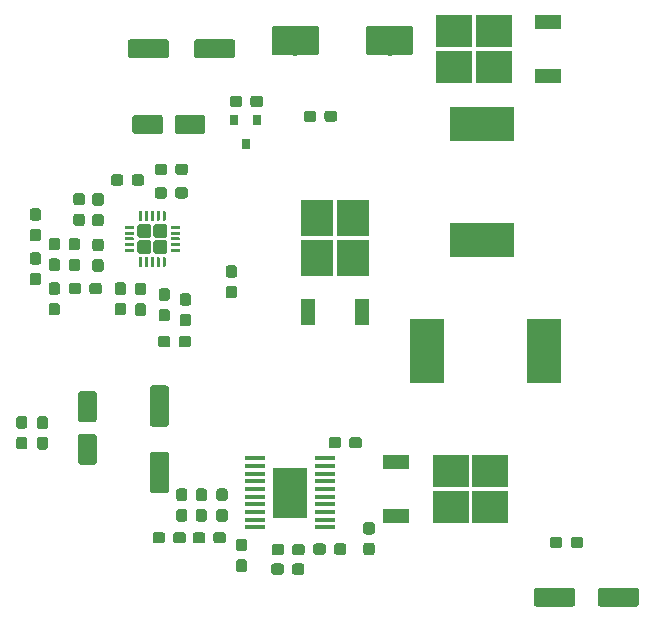
<source format=gtp>
G04 #@! TF.GenerationSoftware,KiCad,Pcbnew,5.1.4-e60b266~84~ubuntu16.04.1*
G04 #@! TF.CreationDate,2019-09-26T20:17:56+05:30*
G04 #@! TF.ProjectId,sick_kinect_powerBoard,7369636b-5f6b-4696-9e65-63745f706f77,rev?*
G04 #@! TF.SameCoordinates,Original*
G04 #@! TF.FileFunction,Paste,Top*
G04 #@! TF.FilePolarity,Positive*
%FSLAX46Y46*%
G04 Gerber Fmt 4.6, Leading zero omitted, Abs format (unit mm)*
G04 Created by KiCad (PCBNEW 5.1.4-e60b266~84~ubuntu16.04.1) date 2019-09-26 20:17:56*
%MOMM*%
%LPD*%
G04 APERTURE LIST*
%ADD10R,1.780000X0.420000*%
%ADD11R,3.000000X4.200000*%
%ADD12C,0.100000*%
%ADD13C,0.950000*%
%ADD14C,1.600000*%
%ADD15C,2.500000*%
%ADD16R,2.900000X5.400000*%
%ADD17R,5.400000X2.900000*%
%ADD18R,0.800000X0.900000*%
%ADD19C,1.170000*%
%ADD20C,0.250000*%
%ADD21R,2.200000X1.200000*%
%ADD22R,3.050000X2.750000*%
%ADD23R,1.200000X2.200000*%
%ADD24R,2.750000X3.050000*%
G04 APERTURE END LIST*
D10*
X144620000Y-101475000D03*
X138680000Y-101475000D03*
X144620000Y-102125000D03*
X138680000Y-102125000D03*
X144620000Y-102775000D03*
X138680000Y-102775000D03*
X144620000Y-103425000D03*
X138680000Y-103425000D03*
X144620000Y-104075000D03*
X138680000Y-104075000D03*
X144620000Y-104725000D03*
X138680000Y-104725000D03*
X144620000Y-105375000D03*
X138680000Y-105375000D03*
X144620000Y-106025000D03*
X138680000Y-106025000D03*
X144620000Y-106675000D03*
X138680000Y-106675000D03*
X144620000Y-107325000D03*
X138680000Y-107325000D03*
D11*
X141650000Y-104400000D03*
D12*
G36*
X132760779Y-105776144D02*
G01*
X132783834Y-105779563D01*
X132806443Y-105785227D01*
X132828387Y-105793079D01*
X132849457Y-105803044D01*
X132869448Y-105815026D01*
X132888168Y-105828910D01*
X132905438Y-105844562D01*
X132921090Y-105861832D01*
X132934974Y-105880552D01*
X132946956Y-105900543D01*
X132956921Y-105921613D01*
X132964773Y-105943557D01*
X132970437Y-105966166D01*
X132973856Y-105989221D01*
X132975000Y-106012500D01*
X132975000Y-106587500D01*
X132973856Y-106610779D01*
X132970437Y-106633834D01*
X132964773Y-106656443D01*
X132956921Y-106678387D01*
X132946956Y-106699457D01*
X132934974Y-106719448D01*
X132921090Y-106738168D01*
X132905438Y-106755438D01*
X132888168Y-106771090D01*
X132869448Y-106784974D01*
X132849457Y-106796956D01*
X132828387Y-106806921D01*
X132806443Y-106814773D01*
X132783834Y-106820437D01*
X132760779Y-106823856D01*
X132737500Y-106825000D01*
X132262500Y-106825000D01*
X132239221Y-106823856D01*
X132216166Y-106820437D01*
X132193557Y-106814773D01*
X132171613Y-106806921D01*
X132150543Y-106796956D01*
X132130552Y-106784974D01*
X132111832Y-106771090D01*
X132094562Y-106755438D01*
X132078910Y-106738168D01*
X132065026Y-106719448D01*
X132053044Y-106699457D01*
X132043079Y-106678387D01*
X132035227Y-106656443D01*
X132029563Y-106633834D01*
X132026144Y-106610779D01*
X132025000Y-106587500D01*
X132025000Y-106012500D01*
X132026144Y-105989221D01*
X132029563Y-105966166D01*
X132035227Y-105943557D01*
X132043079Y-105921613D01*
X132053044Y-105900543D01*
X132065026Y-105880552D01*
X132078910Y-105861832D01*
X132094562Y-105844562D01*
X132111832Y-105828910D01*
X132130552Y-105815026D01*
X132150543Y-105803044D01*
X132171613Y-105793079D01*
X132193557Y-105785227D01*
X132216166Y-105779563D01*
X132239221Y-105776144D01*
X132262500Y-105775000D01*
X132737500Y-105775000D01*
X132760779Y-105776144D01*
X132760779Y-105776144D01*
G37*
D13*
X132500000Y-106300000D03*
D12*
G36*
X132760779Y-104026144D02*
G01*
X132783834Y-104029563D01*
X132806443Y-104035227D01*
X132828387Y-104043079D01*
X132849457Y-104053044D01*
X132869448Y-104065026D01*
X132888168Y-104078910D01*
X132905438Y-104094562D01*
X132921090Y-104111832D01*
X132934974Y-104130552D01*
X132946956Y-104150543D01*
X132956921Y-104171613D01*
X132964773Y-104193557D01*
X132970437Y-104216166D01*
X132973856Y-104239221D01*
X132975000Y-104262500D01*
X132975000Y-104837500D01*
X132973856Y-104860779D01*
X132970437Y-104883834D01*
X132964773Y-104906443D01*
X132956921Y-104928387D01*
X132946956Y-104949457D01*
X132934974Y-104969448D01*
X132921090Y-104988168D01*
X132905438Y-105005438D01*
X132888168Y-105021090D01*
X132869448Y-105034974D01*
X132849457Y-105046956D01*
X132828387Y-105056921D01*
X132806443Y-105064773D01*
X132783834Y-105070437D01*
X132760779Y-105073856D01*
X132737500Y-105075000D01*
X132262500Y-105075000D01*
X132239221Y-105073856D01*
X132216166Y-105070437D01*
X132193557Y-105064773D01*
X132171613Y-105056921D01*
X132150543Y-105046956D01*
X132130552Y-105034974D01*
X132111832Y-105021090D01*
X132094562Y-105005438D01*
X132078910Y-104988168D01*
X132065026Y-104969448D01*
X132053044Y-104949457D01*
X132043079Y-104928387D01*
X132035227Y-104906443D01*
X132029563Y-104883834D01*
X132026144Y-104860779D01*
X132025000Y-104837500D01*
X132025000Y-104262500D01*
X132026144Y-104239221D01*
X132029563Y-104216166D01*
X132035227Y-104193557D01*
X132043079Y-104171613D01*
X132053044Y-104150543D01*
X132065026Y-104130552D01*
X132078910Y-104111832D01*
X132094562Y-104094562D01*
X132111832Y-104078910D01*
X132130552Y-104065026D01*
X132150543Y-104053044D01*
X132171613Y-104043079D01*
X132193557Y-104035227D01*
X132216166Y-104029563D01*
X132239221Y-104026144D01*
X132262500Y-104025000D01*
X132737500Y-104025000D01*
X132760779Y-104026144D01*
X132760779Y-104026144D01*
G37*
D13*
X132500000Y-104550000D03*
D12*
G36*
X134260779Y-107726144D02*
G01*
X134283834Y-107729563D01*
X134306443Y-107735227D01*
X134328387Y-107743079D01*
X134349457Y-107753044D01*
X134369448Y-107765026D01*
X134388168Y-107778910D01*
X134405438Y-107794562D01*
X134421090Y-107811832D01*
X134434974Y-107830552D01*
X134446956Y-107850543D01*
X134456921Y-107871613D01*
X134464773Y-107893557D01*
X134470437Y-107916166D01*
X134473856Y-107939221D01*
X134475000Y-107962500D01*
X134475000Y-108437500D01*
X134473856Y-108460779D01*
X134470437Y-108483834D01*
X134464773Y-108506443D01*
X134456921Y-108528387D01*
X134446956Y-108549457D01*
X134434974Y-108569448D01*
X134421090Y-108588168D01*
X134405438Y-108605438D01*
X134388168Y-108621090D01*
X134369448Y-108634974D01*
X134349457Y-108646956D01*
X134328387Y-108656921D01*
X134306443Y-108664773D01*
X134283834Y-108670437D01*
X134260779Y-108673856D01*
X134237500Y-108675000D01*
X133662500Y-108675000D01*
X133639221Y-108673856D01*
X133616166Y-108670437D01*
X133593557Y-108664773D01*
X133571613Y-108656921D01*
X133550543Y-108646956D01*
X133530552Y-108634974D01*
X133511832Y-108621090D01*
X133494562Y-108605438D01*
X133478910Y-108588168D01*
X133465026Y-108569448D01*
X133453044Y-108549457D01*
X133443079Y-108528387D01*
X133435227Y-108506443D01*
X133429563Y-108483834D01*
X133426144Y-108460779D01*
X133425000Y-108437500D01*
X133425000Y-107962500D01*
X133426144Y-107939221D01*
X133429563Y-107916166D01*
X133435227Y-107893557D01*
X133443079Y-107871613D01*
X133453044Y-107850543D01*
X133465026Y-107830552D01*
X133478910Y-107811832D01*
X133494562Y-107794562D01*
X133511832Y-107778910D01*
X133530552Y-107765026D01*
X133550543Y-107753044D01*
X133571613Y-107743079D01*
X133593557Y-107735227D01*
X133616166Y-107729563D01*
X133639221Y-107726144D01*
X133662500Y-107725000D01*
X134237500Y-107725000D01*
X134260779Y-107726144D01*
X134260779Y-107726144D01*
G37*
D13*
X133950000Y-108200000D03*
D12*
G36*
X136010779Y-107726144D02*
G01*
X136033834Y-107729563D01*
X136056443Y-107735227D01*
X136078387Y-107743079D01*
X136099457Y-107753044D01*
X136119448Y-107765026D01*
X136138168Y-107778910D01*
X136155438Y-107794562D01*
X136171090Y-107811832D01*
X136184974Y-107830552D01*
X136196956Y-107850543D01*
X136206921Y-107871613D01*
X136214773Y-107893557D01*
X136220437Y-107916166D01*
X136223856Y-107939221D01*
X136225000Y-107962500D01*
X136225000Y-108437500D01*
X136223856Y-108460779D01*
X136220437Y-108483834D01*
X136214773Y-108506443D01*
X136206921Y-108528387D01*
X136196956Y-108549457D01*
X136184974Y-108569448D01*
X136171090Y-108588168D01*
X136155438Y-108605438D01*
X136138168Y-108621090D01*
X136119448Y-108634974D01*
X136099457Y-108646956D01*
X136078387Y-108656921D01*
X136056443Y-108664773D01*
X136033834Y-108670437D01*
X136010779Y-108673856D01*
X135987500Y-108675000D01*
X135412500Y-108675000D01*
X135389221Y-108673856D01*
X135366166Y-108670437D01*
X135343557Y-108664773D01*
X135321613Y-108656921D01*
X135300543Y-108646956D01*
X135280552Y-108634974D01*
X135261832Y-108621090D01*
X135244562Y-108605438D01*
X135228910Y-108588168D01*
X135215026Y-108569448D01*
X135203044Y-108549457D01*
X135193079Y-108528387D01*
X135185227Y-108506443D01*
X135179563Y-108483834D01*
X135176144Y-108460779D01*
X135175000Y-108437500D01*
X135175000Y-107962500D01*
X135176144Y-107939221D01*
X135179563Y-107916166D01*
X135185227Y-107893557D01*
X135193079Y-107871613D01*
X135203044Y-107850543D01*
X135215026Y-107830552D01*
X135228910Y-107811832D01*
X135244562Y-107794562D01*
X135261832Y-107778910D01*
X135280552Y-107765026D01*
X135300543Y-107753044D01*
X135321613Y-107743079D01*
X135343557Y-107735227D01*
X135366166Y-107729563D01*
X135389221Y-107726144D01*
X135412500Y-107725000D01*
X135987500Y-107725000D01*
X136010779Y-107726144D01*
X136010779Y-107726144D01*
G37*
D13*
X135700000Y-108200000D03*
D12*
G36*
X134410779Y-105776144D02*
G01*
X134433834Y-105779563D01*
X134456443Y-105785227D01*
X134478387Y-105793079D01*
X134499457Y-105803044D01*
X134519448Y-105815026D01*
X134538168Y-105828910D01*
X134555438Y-105844562D01*
X134571090Y-105861832D01*
X134584974Y-105880552D01*
X134596956Y-105900543D01*
X134606921Y-105921613D01*
X134614773Y-105943557D01*
X134620437Y-105966166D01*
X134623856Y-105989221D01*
X134625000Y-106012500D01*
X134625000Y-106587500D01*
X134623856Y-106610779D01*
X134620437Y-106633834D01*
X134614773Y-106656443D01*
X134606921Y-106678387D01*
X134596956Y-106699457D01*
X134584974Y-106719448D01*
X134571090Y-106738168D01*
X134555438Y-106755438D01*
X134538168Y-106771090D01*
X134519448Y-106784974D01*
X134499457Y-106796956D01*
X134478387Y-106806921D01*
X134456443Y-106814773D01*
X134433834Y-106820437D01*
X134410779Y-106823856D01*
X134387500Y-106825000D01*
X133912500Y-106825000D01*
X133889221Y-106823856D01*
X133866166Y-106820437D01*
X133843557Y-106814773D01*
X133821613Y-106806921D01*
X133800543Y-106796956D01*
X133780552Y-106784974D01*
X133761832Y-106771090D01*
X133744562Y-106755438D01*
X133728910Y-106738168D01*
X133715026Y-106719448D01*
X133703044Y-106699457D01*
X133693079Y-106678387D01*
X133685227Y-106656443D01*
X133679563Y-106633834D01*
X133676144Y-106610779D01*
X133675000Y-106587500D01*
X133675000Y-106012500D01*
X133676144Y-105989221D01*
X133679563Y-105966166D01*
X133685227Y-105943557D01*
X133693079Y-105921613D01*
X133703044Y-105900543D01*
X133715026Y-105880552D01*
X133728910Y-105861832D01*
X133744562Y-105844562D01*
X133761832Y-105828910D01*
X133780552Y-105815026D01*
X133800543Y-105803044D01*
X133821613Y-105793079D01*
X133843557Y-105785227D01*
X133866166Y-105779563D01*
X133889221Y-105776144D01*
X133912500Y-105775000D01*
X134387500Y-105775000D01*
X134410779Y-105776144D01*
X134410779Y-105776144D01*
G37*
D13*
X134150000Y-106300000D03*
D12*
G36*
X134410779Y-104026144D02*
G01*
X134433834Y-104029563D01*
X134456443Y-104035227D01*
X134478387Y-104043079D01*
X134499457Y-104053044D01*
X134519448Y-104065026D01*
X134538168Y-104078910D01*
X134555438Y-104094562D01*
X134571090Y-104111832D01*
X134584974Y-104130552D01*
X134596956Y-104150543D01*
X134606921Y-104171613D01*
X134614773Y-104193557D01*
X134620437Y-104216166D01*
X134623856Y-104239221D01*
X134625000Y-104262500D01*
X134625000Y-104837500D01*
X134623856Y-104860779D01*
X134620437Y-104883834D01*
X134614773Y-104906443D01*
X134606921Y-104928387D01*
X134596956Y-104949457D01*
X134584974Y-104969448D01*
X134571090Y-104988168D01*
X134555438Y-105005438D01*
X134538168Y-105021090D01*
X134519448Y-105034974D01*
X134499457Y-105046956D01*
X134478387Y-105056921D01*
X134456443Y-105064773D01*
X134433834Y-105070437D01*
X134410779Y-105073856D01*
X134387500Y-105075000D01*
X133912500Y-105075000D01*
X133889221Y-105073856D01*
X133866166Y-105070437D01*
X133843557Y-105064773D01*
X133821613Y-105056921D01*
X133800543Y-105046956D01*
X133780552Y-105034974D01*
X133761832Y-105021090D01*
X133744562Y-105005438D01*
X133728910Y-104988168D01*
X133715026Y-104969448D01*
X133703044Y-104949457D01*
X133693079Y-104928387D01*
X133685227Y-104906443D01*
X133679563Y-104883834D01*
X133676144Y-104860779D01*
X133675000Y-104837500D01*
X133675000Y-104262500D01*
X133676144Y-104239221D01*
X133679563Y-104216166D01*
X133685227Y-104193557D01*
X133693079Y-104171613D01*
X133703044Y-104150543D01*
X133715026Y-104130552D01*
X133728910Y-104111832D01*
X133744562Y-104094562D01*
X133761832Y-104078910D01*
X133780552Y-104065026D01*
X133800543Y-104053044D01*
X133821613Y-104043079D01*
X133843557Y-104035227D01*
X133866166Y-104029563D01*
X133889221Y-104026144D01*
X133912500Y-104025000D01*
X134387500Y-104025000D01*
X134410779Y-104026144D01*
X134410779Y-104026144D01*
G37*
D13*
X134150000Y-104550000D03*
D12*
G36*
X142685779Y-108726144D02*
G01*
X142708834Y-108729563D01*
X142731443Y-108735227D01*
X142753387Y-108743079D01*
X142774457Y-108753044D01*
X142794448Y-108765026D01*
X142813168Y-108778910D01*
X142830438Y-108794562D01*
X142846090Y-108811832D01*
X142859974Y-108830552D01*
X142871956Y-108850543D01*
X142881921Y-108871613D01*
X142889773Y-108893557D01*
X142895437Y-108916166D01*
X142898856Y-108939221D01*
X142900000Y-108962500D01*
X142900000Y-109437500D01*
X142898856Y-109460779D01*
X142895437Y-109483834D01*
X142889773Y-109506443D01*
X142881921Y-109528387D01*
X142871956Y-109549457D01*
X142859974Y-109569448D01*
X142846090Y-109588168D01*
X142830438Y-109605438D01*
X142813168Y-109621090D01*
X142794448Y-109634974D01*
X142774457Y-109646956D01*
X142753387Y-109656921D01*
X142731443Y-109664773D01*
X142708834Y-109670437D01*
X142685779Y-109673856D01*
X142662500Y-109675000D01*
X142087500Y-109675000D01*
X142064221Y-109673856D01*
X142041166Y-109670437D01*
X142018557Y-109664773D01*
X141996613Y-109656921D01*
X141975543Y-109646956D01*
X141955552Y-109634974D01*
X141936832Y-109621090D01*
X141919562Y-109605438D01*
X141903910Y-109588168D01*
X141890026Y-109569448D01*
X141878044Y-109549457D01*
X141868079Y-109528387D01*
X141860227Y-109506443D01*
X141854563Y-109483834D01*
X141851144Y-109460779D01*
X141850000Y-109437500D01*
X141850000Y-108962500D01*
X141851144Y-108939221D01*
X141854563Y-108916166D01*
X141860227Y-108893557D01*
X141868079Y-108871613D01*
X141878044Y-108850543D01*
X141890026Y-108830552D01*
X141903910Y-108811832D01*
X141919562Y-108794562D01*
X141936832Y-108778910D01*
X141955552Y-108765026D01*
X141975543Y-108753044D01*
X141996613Y-108743079D01*
X142018557Y-108735227D01*
X142041166Y-108729563D01*
X142064221Y-108726144D01*
X142087500Y-108725000D01*
X142662500Y-108725000D01*
X142685779Y-108726144D01*
X142685779Y-108726144D01*
G37*
D13*
X142375000Y-109200000D03*
D12*
G36*
X140935779Y-108726144D02*
G01*
X140958834Y-108729563D01*
X140981443Y-108735227D01*
X141003387Y-108743079D01*
X141024457Y-108753044D01*
X141044448Y-108765026D01*
X141063168Y-108778910D01*
X141080438Y-108794562D01*
X141096090Y-108811832D01*
X141109974Y-108830552D01*
X141121956Y-108850543D01*
X141131921Y-108871613D01*
X141139773Y-108893557D01*
X141145437Y-108916166D01*
X141148856Y-108939221D01*
X141150000Y-108962500D01*
X141150000Y-109437500D01*
X141148856Y-109460779D01*
X141145437Y-109483834D01*
X141139773Y-109506443D01*
X141131921Y-109528387D01*
X141121956Y-109549457D01*
X141109974Y-109569448D01*
X141096090Y-109588168D01*
X141080438Y-109605438D01*
X141063168Y-109621090D01*
X141044448Y-109634974D01*
X141024457Y-109646956D01*
X141003387Y-109656921D01*
X140981443Y-109664773D01*
X140958834Y-109670437D01*
X140935779Y-109673856D01*
X140912500Y-109675000D01*
X140337500Y-109675000D01*
X140314221Y-109673856D01*
X140291166Y-109670437D01*
X140268557Y-109664773D01*
X140246613Y-109656921D01*
X140225543Y-109646956D01*
X140205552Y-109634974D01*
X140186832Y-109621090D01*
X140169562Y-109605438D01*
X140153910Y-109588168D01*
X140140026Y-109569448D01*
X140128044Y-109549457D01*
X140118079Y-109528387D01*
X140110227Y-109506443D01*
X140104563Y-109483834D01*
X140101144Y-109460779D01*
X140100000Y-109437500D01*
X140100000Y-108962500D01*
X140101144Y-108939221D01*
X140104563Y-108916166D01*
X140110227Y-108893557D01*
X140118079Y-108871613D01*
X140128044Y-108850543D01*
X140140026Y-108830552D01*
X140153910Y-108811832D01*
X140169562Y-108794562D01*
X140186832Y-108778910D01*
X140205552Y-108765026D01*
X140225543Y-108753044D01*
X140246613Y-108743079D01*
X140268557Y-108735227D01*
X140291166Y-108729563D01*
X140314221Y-108726144D01*
X140337500Y-108725000D01*
X140912500Y-108725000D01*
X140935779Y-108726144D01*
X140935779Y-108726144D01*
G37*
D13*
X140625000Y-109200000D03*
D12*
G36*
X148610779Y-106876144D02*
G01*
X148633834Y-106879563D01*
X148656443Y-106885227D01*
X148678387Y-106893079D01*
X148699457Y-106903044D01*
X148719448Y-106915026D01*
X148738168Y-106928910D01*
X148755438Y-106944562D01*
X148771090Y-106961832D01*
X148784974Y-106980552D01*
X148796956Y-107000543D01*
X148806921Y-107021613D01*
X148814773Y-107043557D01*
X148820437Y-107066166D01*
X148823856Y-107089221D01*
X148825000Y-107112500D01*
X148825000Y-107687500D01*
X148823856Y-107710779D01*
X148820437Y-107733834D01*
X148814773Y-107756443D01*
X148806921Y-107778387D01*
X148796956Y-107799457D01*
X148784974Y-107819448D01*
X148771090Y-107838168D01*
X148755438Y-107855438D01*
X148738168Y-107871090D01*
X148719448Y-107884974D01*
X148699457Y-107896956D01*
X148678387Y-107906921D01*
X148656443Y-107914773D01*
X148633834Y-107920437D01*
X148610779Y-107923856D01*
X148587500Y-107925000D01*
X148112500Y-107925000D01*
X148089221Y-107923856D01*
X148066166Y-107920437D01*
X148043557Y-107914773D01*
X148021613Y-107906921D01*
X148000543Y-107896956D01*
X147980552Y-107884974D01*
X147961832Y-107871090D01*
X147944562Y-107855438D01*
X147928910Y-107838168D01*
X147915026Y-107819448D01*
X147903044Y-107799457D01*
X147893079Y-107778387D01*
X147885227Y-107756443D01*
X147879563Y-107733834D01*
X147876144Y-107710779D01*
X147875000Y-107687500D01*
X147875000Y-107112500D01*
X147876144Y-107089221D01*
X147879563Y-107066166D01*
X147885227Y-107043557D01*
X147893079Y-107021613D01*
X147903044Y-107000543D01*
X147915026Y-106980552D01*
X147928910Y-106961832D01*
X147944562Y-106944562D01*
X147961832Y-106928910D01*
X147980552Y-106915026D01*
X148000543Y-106903044D01*
X148021613Y-106893079D01*
X148043557Y-106885227D01*
X148066166Y-106879563D01*
X148089221Y-106876144D01*
X148112500Y-106875000D01*
X148587500Y-106875000D01*
X148610779Y-106876144D01*
X148610779Y-106876144D01*
G37*
D13*
X148350000Y-107400000D03*
D12*
G36*
X148610779Y-108626144D02*
G01*
X148633834Y-108629563D01*
X148656443Y-108635227D01*
X148678387Y-108643079D01*
X148699457Y-108653044D01*
X148719448Y-108665026D01*
X148738168Y-108678910D01*
X148755438Y-108694562D01*
X148771090Y-108711832D01*
X148784974Y-108730552D01*
X148796956Y-108750543D01*
X148806921Y-108771613D01*
X148814773Y-108793557D01*
X148820437Y-108816166D01*
X148823856Y-108839221D01*
X148825000Y-108862500D01*
X148825000Y-109437500D01*
X148823856Y-109460779D01*
X148820437Y-109483834D01*
X148814773Y-109506443D01*
X148806921Y-109528387D01*
X148796956Y-109549457D01*
X148784974Y-109569448D01*
X148771090Y-109588168D01*
X148755438Y-109605438D01*
X148738168Y-109621090D01*
X148719448Y-109634974D01*
X148699457Y-109646956D01*
X148678387Y-109656921D01*
X148656443Y-109664773D01*
X148633834Y-109670437D01*
X148610779Y-109673856D01*
X148587500Y-109675000D01*
X148112500Y-109675000D01*
X148089221Y-109673856D01*
X148066166Y-109670437D01*
X148043557Y-109664773D01*
X148021613Y-109656921D01*
X148000543Y-109646956D01*
X147980552Y-109634974D01*
X147961832Y-109621090D01*
X147944562Y-109605438D01*
X147928910Y-109588168D01*
X147915026Y-109569448D01*
X147903044Y-109549457D01*
X147893079Y-109528387D01*
X147885227Y-109506443D01*
X147879563Y-109483834D01*
X147876144Y-109460779D01*
X147875000Y-109437500D01*
X147875000Y-108862500D01*
X147876144Y-108839221D01*
X147879563Y-108816166D01*
X147885227Y-108793557D01*
X147893079Y-108771613D01*
X147903044Y-108750543D01*
X147915026Y-108730552D01*
X147928910Y-108711832D01*
X147944562Y-108694562D01*
X147961832Y-108678910D01*
X147980552Y-108665026D01*
X148000543Y-108653044D01*
X148021613Y-108643079D01*
X148043557Y-108635227D01*
X148066166Y-108629563D01*
X148089221Y-108626144D01*
X148112500Y-108625000D01*
X148587500Y-108625000D01*
X148610779Y-108626144D01*
X148610779Y-108626144D01*
G37*
D13*
X148350000Y-109150000D03*
D12*
G36*
X145760779Y-99676144D02*
G01*
X145783834Y-99679563D01*
X145806443Y-99685227D01*
X145828387Y-99693079D01*
X145849457Y-99703044D01*
X145869448Y-99715026D01*
X145888168Y-99728910D01*
X145905438Y-99744562D01*
X145921090Y-99761832D01*
X145934974Y-99780552D01*
X145946956Y-99800543D01*
X145956921Y-99821613D01*
X145964773Y-99843557D01*
X145970437Y-99866166D01*
X145973856Y-99889221D01*
X145975000Y-99912500D01*
X145975000Y-100387500D01*
X145973856Y-100410779D01*
X145970437Y-100433834D01*
X145964773Y-100456443D01*
X145956921Y-100478387D01*
X145946956Y-100499457D01*
X145934974Y-100519448D01*
X145921090Y-100538168D01*
X145905438Y-100555438D01*
X145888168Y-100571090D01*
X145869448Y-100584974D01*
X145849457Y-100596956D01*
X145828387Y-100606921D01*
X145806443Y-100614773D01*
X145783834Y-100620437D01*
X145760779Y-100623856D01*
X145737500Y-100625000D01*
X145162500Y-100625000D01*
X145139221Y-100623856D01*
X145116166Y-100620437D01*
X145093557Y-100614773D01*
X145071613Y-100606921D01*
X145050543Y-100596956D01*
X145030552Y-100584974D01*
X145011832Y-100571090D01*
X144994562Y-100555438D01*
X144978910Y-100538168D01*
X144965026Y-100519448D01*
X144953044Y-100499457D01*
X144943079Y-100478387D01*
X144935227Y-100456443D01*
X144929563Y-100433834D01*
X144926144Y-100410779D01*
X144925000Y-100387500D01*
X144925000Y-99912500D01*
X144926144Y-99889221D01*
X144929563Y-99866166D01*
X144935227Y-99843557D01*
X144943079Y-99821613D01*
X144953044Y-99800543D01*
X144965026Y-99780552D01*
X144978910Y-99761832D01*
X144994562Y-99744562D01*
X145011832Y-99728910D01*
X145030552Y-99715026D01*
X145050543Y-99703044D01*
X145071613Y-99693079D01*
X145093557Y-99685227D01*
X145116166Y-99679563D01*
X145139221Y-99676144D01*
X145162500Y-99675000D01*
X145737500Y-99675000D01*
X145760779Y-99676144D01*
X145760779Y-99676144D01*
G37*
D13*
X145450000Y-100150000D03*
D12*
G36*
X147510779Y-99676144D02*
G01*
X147533834Y-99679563D01*
X147556443Y-99685227D01*
X147578387Y-99693079D01*
X147599457Y-99703044D01*
X147619448Y-99715026D01*
X147638168Y-99728910D01*
X147655438Y-99744562D01*
X147671090Y-99761832D01*
X147684974Y-99780552D01*
X147696956Y-99800543D01*
X147706921Y-99821613D01*
X147714773Y-99843557D01*
X147720437Y-99866166D01*
X147723856Y-99889221D01*
X147725000Y-99912500D01*
X147725000Y-100387500D01*
X147723856Y-100410779D01*
X147720437Y-100433834D01*
X147714773Y-100456443D01*
X147706921Y-100478387D01*
X147696956Y-100499457D01*
X147684974Y-100519448D01*
X147671090Y-100538168D01*
X147655438Y-100555438D01*
X147638168Y-100571090D01*
X147619448Y-100584974D01*
X147599457Y-100596956D01*
X147578387Y-100606921D01*
X147556443Y-100614773D01*
X147533834Y-100620437D01*
X147510779Y-100623856D01*
X147487500Y-100625000D01*
X146912500Y-100625000D01*
X146889221Y-100623856D01*
X146866166Y-100620437D01*
X146843557Y-100614773D01*
X146821613Y-100606921D01*
X146800543Y-100596956D01*
X146780552Y-100584974D01*
X146761832Y-100571090D01*
X146744562Y-100555438D01*
X146728910Y-100538168D01*
X146715026Y-100519448D01*
X146703044Y-100499457D01*
X146693079Y-100478387D01*
X146685227Y-100456443D01*
X146679563Y-100433834D01*
X146676144Y-100410779D01*
X146675000Y-100387500D01*
X146675000Y-99912500D01*
X146676144Y-99889221D01*
X146679563Y-99866166D01*
X146685227Y-99843557D01*
X146693079Y-99821613D01*
X146703044Y-99800543D01*
X146715026Y-99780552D01*
X146728910Y-99761832D01*
X146744562Y-99744562D01*
X146761832Y-99728910D01*
X146780552Y-99715026D01*
X146800543Y-99703044D01*
X146821613Y-99693079D01*
X146843557Y-99685227D01*
X146866166Y-99679563D01*
X146889221Y-99676144D01*
X146912500Y-99675000D01*
X147487500Y-99675000D01*
X147510779Y-99676144D01*
X147510779Y-99676144D01*
G37*
D13*
X147200000Y-100150000D03*
D12*
G36*
X131174504Y-100901204D02*
G01*
X131198773Y-100904804D01*
X131222571Y-100910765D01*
X131245671Y-100919030D01*
X131267849Y-100929520D01*
X131288893Y-100942133D01*
X131308598Y-100956747D01*
X131326777Y-100973223D01*
X131343253Y-100991402D01*
X131357867Y-101011107D01*
X131370480Y-101032151D01*
X131380970Y-101054329D01*
X131389235Y-101077429D01*
X131395196Y-101101227D01*
X131398796Y-101125496D01*
X131400000Y-101150000D01*
X131400000Y-104150000D01*
X131398796Y-104174504D01*
X131395196Y-104198773D01*
X131389235Y-104222571D01*
X131380970Y-104245671D01*
X131370480Y-104267849D01*
X131357867Y-104288893D01*
X131343253Y-104308598D01*
X131326777Y-104326777D01*
X131308598Y-104343253D01*
X131288893Y-104357867D01*
X131267849Y-104370480D01*
X131245671Y-104380970D01*
X131222571Y-104389235D01*
X131198773Y-104395196D01*
X131174504Y-104398796D01*
X131150000Y-104400000D01*
X130050000Y-104400000D01*
X130025496Y-104398796D01*
X130001227Y-104395196D01*
X129977429Y-104389235D01*
X129954329Y-104380970D01*
X129932151Y-104370480D01*
X129911107Y-104357867D01*
X129891402Y-104343253D01*
X129873223Y-104326777D01*
X129856747Y-104308598D01*
X129842133Y-104288893D01*
X129829520Y-104267849D01*
X129819030Y-104245671D01*
X129810765Y-104222571D01*
X129804804Y-104198773D01*
X129801204Y-104174504D01*
X129800000Y-104150000D01*
X129800000Y-101150000D01*
X129801204Y-101125496D01*
X129804804Y-101101227D01*
X129810765Y-101077429D01*
X129819030Y-101054329D01*
X129829520Y-101032151D01*
X129842133Y-101011107D01*
X129856747Y-100991402D01*
X129873223Y-100973223D01*
X129891402Y-100956747D01*
X129911107Y-100942133D01*
X129932151Y-100929520D01*
X129954329Y-100919030D01*
X129977429Y-100910765D01*
X130001227Y-100904804D01*
X130025496Y-100901204D01*
X130050000Y-100900000D01*
X131150000Y-100900000D01*
X131174504Y-100901204D01*
X131174504Y-100901204D01*
G37*
D14*
X130600000Y-102650000D03*
D12*
G36*
X131174504Y-95301204D02*
G01*
X131198773Y-95304804D01*
X131222571Y-95310765D01*
X131245671Y-95319030D01*
X131267849Y-95329520D01*
X131288893Y-95342133D01*
X131308598Y-95356747D01*
X131326777Y-95373223D01*
X131343253Y-95391402D01*
X131357867Y-95411107D01*
X131370480Y-95432151D01*
X131380970Y-95454329D01*
X131389235Y-95477429D01*
X131395196Y-95501227D01*
X131398796Y-95525496D01*
X131400000Y-95550000D01*
X131400000Y-98550000D01*
X131398796Y-98574504D01*
X131395196Y-98598773D01*
X131389235Y-98622571D01*
X131380970Y-98645671D01*
X131370480Y-98667849D01*
X131357867Y-98688893D01*
X131343253Y-98708598D01*
X131326777Y-98726777D01*
X131308598Y-98743253D01*
X131288893Y-98757867D01*
X131267849Y-98770480D01*
X131245671Y-98780970D01*
X131222571Y-98789235D01*
X131198773Y-98795196D01*
X131174504Y-98798796D01*
X131150000Y-98800000D01*
X130050000Y-98800000D01*
X130025496Y-98798796D01*
X130001227Y-98795196D01*
X129977429Y-98789235D01*
X129954329Y-98780970D01*
X129932151Y-98770480D01*
X129911107Y-98757867D01*
X129891402Y-98743253D01*
X129873223Y-98726777D01*
X129856747Y-98708598D01*
X129842133Y-98688893D01*
X129829520Y-98667849D01*
X129819030Y-98645671D01*
X129810765Y-98622571D01*
X129804804Y-98598773D01*
X129801204Y-98574504D01*
X129800000Y-98550000D01*
X129800000Y-95550000D01*
X129801204Y-95525496D01*
X129804804Y-95501227D01*
X129810765Y-95477429D01*
X129819030Y-95454329D01*
X129829520Y-95432151D01*
X129842133Y-95411107D01*
X129856747Y-95391402D01*
X129873223Y-95373223D01*
X129891402Y-95356747D01*
X129911107Y-95342133D01*
X129932151Y-95329520D01*
X129954329Y-95319030D01*
X129977429Y-95310765D01*
X130001227Y-95304804D01*
X130025496Y-95301204D01*
X130050000Y-95300000D01*
X131150000Y-95300000D01*
X131174504Y-95301204D01*
X131174504Y-95301204D01*
G37*
D14*
X130600000Y-97050000D03*
D12*
G36*
X131199504Y-66001204D02*
G01*
X131223773Y-66004804D01*
X131247571Y-66010765D01*
X131270671Y-66019030D01*
X131292849Y-66029520D01*
X131313893Y-66042133D01*
X131333598Y-66056747D01*
X131351777Y-66073223D01*
X131368253Y-66091402D01*
X131382867Y-66111107D01*
X131395480Y-66132151D01*
X131405970Y-66154329D01*
X131414235Y-66177429D01*
X131420196Y-66201227D01*
X131423796Y-66225496D01*
X131425000Y-66250000D01*
X131425000Y-67350000D01*
X131423796Y-67374504D01*
X131420196Y-67398773D01*
X131414235Y-67422571D01*
X131405970Y-67445671D01*
X131395480Y-67467849D01*
X131382867Y-67488893D01*
X131368253Y-67508598D01*
X131351777Y-67526777D01*
X131333598Y-67543253D01*
X131313893Y-67557867D01*
X131292849Y-67570480D01*
X131270671Y-67580970D01*
X131247571Y-67589235D01*
X131223773Y-67595196D01*
X131199504Y-67598796D01*
X131175000Y-67600000D01*
X128175000Y-67600000D01*
X128150496Y-67598796D01*
X128126227Y-67595196D01*
X128102429Y-67589235D01*
X128079329Y-67580970D01*
X128057151Y-67570480D01*
X128036107Y-67557867D01*
X128016402Y-67543253D01*
X127998223Y-67526777D01*
X127981747Y-67508598D01*
X127967133Y-67488893D01*
X127954520Y-67467849D01*
X127944030Y-67445671D01*
X127935765Y-67422571D01*
X127929804Y-67398773D01*
X127926204Y-67374504D01*
X127925000Y-67350000D01*
X127925000Y-66250000D01*
X127926204Y-66225496D01*
X127929804Y-66201227D01*
X127935765Y-66177429D01*
X127944030Y-66154329D01*
X127954520Y-66132151D01*
X127967133Y-66111107D01*
X127981747Y-66091402D01*
X127998223Y-66073223D01*
X128016402Y-66056747D01*
X128036107Y-66042133D01*
X128057151Y-66029520D01*
X128079329Y-66019030D01*
X128102429Y-66010765D01*
X128126227Y-66004804D01*
X128150496Y-66001204D01*
X128175000Y-66000000D01*
X131175000Y-66000000D01*
X131199504Y-66001204D01*
X131199504Y-66001204D01*
G37*
D14*
X129675000Y-66800000D03*
D12*
G36*
X136799504Y-66001204D02*
G01*
X136823773Y-66004804D01*
X136847571Y-66010765D01*
X136870671Y-66019030D01*
X136892849Y-66029520D01*
X136913893Y-66042133D01*
X136933598Y-66056747D01*
X136951777Y-66073223D01*
X136968253Y-66091402D01*
X136982867Y-66111107D01*
X136995480Y-66132151D01*
X137005970Y-66154329D01*
X137014235Y-66177429D01*
X137020196Y-66201227D01*
X137023796Y-66225496D01*
X137025000Y-66250000D01*
X137025000Y-67350000D01*
X137023796Y-67374504D01*
X137020196Y-67398773D01*
X137014235Y-67422571D01*
X137005970Y-67445671D01*
X136995480Y-67467849D01*
X136982867Y-67488893D01*
X136968253Y-67508598D01*
X136951777Y-67526777D01*
X136933598Y-67543253D01*
X136913893Y-67557867D01*
X136892849Y-67570480D01*
X136870671Y-67580970D01*
X136847571Y-67589235D01*
X136823773Y-67595196D01*
X136799504Y-67598796D01*
X136775000Y-67600000D01*
X133775000Y-67600000D01*
X133750496Y-67598796D01*
X133726227Y-67595196D01*
X133702429Y-67589235D01*
X133679329Y-67580970D01*
X133657151Y-67570480D01*
X133636107Y-67557867D01*
X133616402Y-67543253D01*
X133598223Y-67526777D01*
X133581747Y-67508598D01*
X133567133Y-67488893D01*
X133554520Y-67467849D01*
X133544030Y-67445671D01*
X133535765Y-67422571D01*
X133529804Y-67398773D01*
X133526204Y-67374504D01*
X133525000Y-67350000D01*
X133525000Y-66250000D01*
X133526204Y-66225496D01*
X133529804Y-66201227D01*
X133535765Y-66177429D01*
X133544030Y-66154329D01*
X133554520Y-66132151D01*
X133567133Y-66111107D01*
X133581747Y-66091402D01*
X133598223Y-66073223D01*
X133616402Y-66056747D01*
X133636107Y-66042133D01*
X133657151Y-66029520D01*
X133679329Y-66019030D01*
X133702429Y-66010765D01*
X133726227Y-66004804D01*
X133750496Y-66001204D01*
X133775000Y-66000000D01*
X136775000Y-66000000D01*
X136799504Y-66001204D01*
X136799504Y-66001204D01*
G37*
D14*
X135275000Y-66800000D03*
D12*
G36*
X125074504Y-99401204D02*
G01*
X125098773Y-99404804D01*
X125122571Y-99410765D01*
X125145671Y-99419030D01*
X125167849Y-99429520D01*
X125188893Y-99442133D01*
X125208598Y-99456747D01*
X125226777Y-99473223D01*
X125243253Y-99491402D01*
X125257867Y-99511107D01*
X125270480Y-99532151D01*
X125280970Y-99554329D01*
X125289235Y-99577429D01*
X125295196Y-99601227D01*
X125298796Y-99625496D01*
X125300000Y-99650000D01*
X125300000Y-101750000D01*
X125298796Y-101774504D01*
X125295196Y-101798773D01*
X125289235Y-101822571D01*
X125280970Y-101845671D01*
X125270480Y-101867849D01*
X125257867Y-101888893D01*
X125243253Y-101908598D01*
X125226777Y-101926777D01*
X125208598Y-101943253D01*
X125188893Y-101957867D01*
X125167849Y-101970480D01*
X125145671Y-101980970D01*
X125122571Y-101989235D01*
X125098773Y-101995196D01*
X125074504Y-101998796D01*
X125050000Y-102000000D01*
X123950000Y-102000000D01*
X123925496Y-101998796D01*
X123901227Y-101995196D01*
X123877429Y-101989235D01*
X123854329Y-101980970D01*
X123832151Y-101970480D01*
X123811107Y-101957867D01*
X123791402Y-101943253D01*
X123773223Y-101926777D01*
X123756747Y-101908598D01*
X123742133Y-101888893D01*
X123729520Y-101867849D01*
X123719030Y-101845671D01*
X123710765Y-101822571D01*
X123704804Y-101798773D01*
X123701204Y-101774504D01*
X123700000Y-101750000D01*
X123700000Y-99650000D01*
X123701204Y-99625496D01*
X123704804Y-99601227D01*
X123710765Y-99577429D01*
X123719030Y-99554329D01*
X123729520Y-99532151D01*
X123742133Y-99511107D01*
X123756747Y-99491402D01*
X123773223Y-99473223D01*
X123791402Y-99456747D01*
X123811107Y-99442133D01*
X123832151Y-99429520D01*
X123854329Y-99419030D01*
X123877429Y-99410765D01*
X123901227Y-99404804D01*
X123925496Y-99401204D01*
X123950000Y-99400000D01*
X125050000Y-99400000D01*
X125074504Y-99401204D01*
X125074504Y-99401204D01*
G37*
D14*
X124500000Y-100700000D03*
D12*
G36*
X125074504Y-95801204D02*
G01*
X125098773Y-95804804D01*
X125122571Y-95810765D01*
X125145671Y-95819030D01*
X125167849Y-95829520D01*
X125188893Y-95842133D01*
X125208598Y-95856747D01*
X125226777Y-95873223D01*
X125243253Y-95891402D01*
X125257867Y-95911107D01*
X125270480Y-95932151D01*
X125280970Y-95954329D01*
X125289235Y-95977429D01*
X125295196Y-96001227D01*
X125298796Y-96025496D01*
X125300000Y-96050000D01*
X125300000Y-98150000D01*
X125298796Y-98174504D01*
X125295196Y-98198773D01*
X125289235Y-98222571D01*
X125280970Y-98245671D01*
X125270480Y-98267849D01*
X125257867Y-98288893D01*
X125243253Y-98308598D01*
X125226777Y-98326777D01*
X125208598Y-98343253D01*
X125188893Y-98357867D01*
X125167849Y-98370480D01*
X125145671Y-98380970D01*
X125122571Y-98389235D01*
X125098773Y-98395196D01*
X125074504Y-98398796D01*
X125050000Y-98400000D01*
X123950000Y-98400000D01*
X123925496Y-98398796D01*
X123901227Y-98395196D01*
X123877429Y-98389235D01*
X123854329Y-98380970D01*
X123832151Y-98370480D01*
X123811107Y-98357867D01*
X123791402Y-98343253D01*
X123773223Y-98326777D01*
X123756747Y-98308598D01*
X123742133Y-98288893D01*
X123729520Y-98267849D01*
X123719030Y-98245671D01*
X123710765Y-98222571D01*
X123704804Y-98198773D01*
X123701204Y-98174504D01*
X123700000Y-98150000D01*
X123700000Y-96050000D01*
X123701204Y-96025496D01*
X123704804Y-96001227D01*
X123710765Y-95977429D01*
X123719030Y-95954329D01*
X123729520Y-95932151D01*
X123742133Y-95911107D01*
X123756747Y-95891402D01*
X123773223Y-95873223D01*
X123791402Y-95856747D01*
X123811107Y-95842133D01*
X123832151Y-95829520D01*
X123854329Y-95819030D01*
X123877429Y-95810765D01*
X123901227Y-95804804D01*
X123925496Y-95801204D01*
X123950000Y-95800000D01*
X125050000Y-95800000D01*
X125074504Y-95801204D01*
X125074504Y-95801204D01*
G37*
D14*
X124500000Y-97100000D03*
D12*
G36*
X130674504Y-72401204D02*
G01*
X130698773Y-72404804D01*
X130722571Y-72410765D01*
X130745671Y-72419030D01*
X130767849Y-72429520D01*
X130788893Y-72442133D01*
X130808598Y-72456747D01*
X130826777Y-72473223D01*
X130843253Y-72491402D01*
X130857867Y-72511107D01*
X130870480Y-72532151D01*
X130880970Y-72554329D01*
X130889235Y-72577429D01*
X130895196Y-72601227D01*
X130898796Y-72625496D01*
X130900000Y-72650000D01*
X130900000Y-73750000D01*
X130898796Y-73774504D01*
X130895196Y-73798773D01*
X130889235Y-73822571D01*
X130880970Y-73845671D01*
X130870480Y-73867849D01*
X130857867Y-73888893D01*
X130843253Y-73908598D01*
X130826777Y-73926777D01*
X130808598Y-73943253D01*
X130788893Y-73957867D01*
X130767849Y-73970480D01*
X130745671Y-73980970D01*
X130722571Y-73989235D01*
X130698773Y-73995196D01*
X130674504Y-73998796D01*
X130650000Y-74000000D01*
X128550000Y-74000000D01*
X128525496Y-73998796D01*
X128501227Y-73995196D01*
X128477429Y-73989235D01*
X128454329Y-73980970D01*
X128432151Y-73970480D01*
X128411107Y-73957867D01*
X128391402Y-73943253D01*
X128373223Y-73926777D01*
X128356747Y-73908598D01*
X128342133Y-73888893D01*
X128329520Y-73867849D01*
X128319030Y-73845671D01*
X128310765Y-73822571D01*
X128304804Y-73798773D01*
X128301204Y-73774504D01*
X128300000Y-73750000D01*
X128300000Y-72650000D01*
X128301204Y-72625496D01*
X128304804Y-72601227D01*
X128310765Y-72577429D01*
X128319030Y-72554329D01*
X128329520Y-72532151D01*
X128342133Y-72511107D01*
X128356747Y-72491402D01*
X128373223Y-72473223D01*
X128391402Y-72456747D01*
X128411107Y-72442133D01*
X128432151Y-72429520D01*
X128454329Y-72419030D01*
X128477429Y-72410765D01*
X128501227Y-72404804D01*
X128525496Y-72401204D01*
X128550000Y-72400000D01*
X130650000Y-72400000D01*
X130674504Y-72401204D01*
X130674504Y-72401204D01*
G37*
D14*
X129600000Y-73200000D03*
D12*
G36*
X134274504Y-72401204D02*
G01*
X134298773Y-72404804D01*
X134322571Y-72410765D01*
X134345671Y-72419030D01*
X134367849Y-72429520D01*
X134388893Y-72442133D01*
X134408598Y-72456747D01*
X134426777Y-72473223D01*
X134443253Y-72491402D01*
X134457867Y-72511107D01*
X134470480Y-72532151D01*
X134480970Y-72554329D01*
X134489235Y-72577429D01*
X134495196Y-72601227D01*
X134498796Y-72625496D01*
X134500000Y-72650000D01*
X134500000Y-73750000D01*
X134498796Y-73774504D01*
X134495196Y-73798773D01*
X134489235Y-73822571D01*
X134480970Y-73845671D01*
X134470480Y-73867849D01*
X134457867Y-73888893D01*
X134443253Y-73908598D01*
X134426777Y-73926777D01*
X134408598Y-73943253D01*
X134388893Y-73957867D01*
X134367849Y-73970480D01*
X134345671Y-73980970D01*
X134322571Y-73989235D01*
X134298773Y-73995196D01*
X134274504Y-73998796D01*
X134250000Y-74000000D01*
X132150000Y-74000000D01*
X132125496Y-73998796D01*
X132101227Y-73995196D01*
X132077429Y-73989235D01*
X132054329Y-73980970D01*
X132032151Y-73970480D01*
X132011107Y-73957867D01*
X131991402Y-73943253D01*
X131973223Y-73926777D01*
X131956747Y-73908598D01*
X131942133Y-73888893D01*
X131929520Y-73867849D01*
X131919030Y-73845671D01*
X131910765Y-73822571D01*
X131904804Y-73798773D01*
X131901204Y-73774504D01*
X131900000Y-73750000D01*
X131900000Y-72650000D01*
X131901204Y-72625496D01*
X131904804Y-72601227D01*
X131910765Y-72577429D01*
X131919030Y-72554329D01*
X131929520Y-72532151D01*
X131942133Y-72511107D01*
X131956747Y-72491402D01*
X131973223Y-72473223D01*
X131991402Y-72456747D01*
X132011107Y-72442133D01*
X132032151Y-72429520D01*
X132054329Y-72419030D01*
X132077429Y-72410765D01*
X132101227Y-72404804D01*
X132125496Y-72401204D01*
X132150000Y-72400000D01*
X134250000Y-72400000D01*
X134274504Y-72401204D01*
X134274504Y-72401204D01*
G37*
D14*
X133200000Y-73200000D03*
D12*
G36*
X120960779Y-99676144D02*
G01*
X120983834Y-99679563D01*
X121006443Y-99685227D01*
X121028387Y-99693079D01*
X121049457Y-99703044D01*
X121069448Y-99715026D01*
X121088168Y-99728910D01*
X121105438Y-99744562D01*
X121121090Y-99761832D01*
X121134974Y-99780552D01*
X121146956Y-99800543D01*
X121156921Y-99821613D01*
X121164773Y-99843557D01*
X121170437Y-99866166D01*
X121173856Y-99889221D01*
X121175000Y-99912500D01*
X121175000Y-100487500D01*
X121173856Y-100510779D01*
X121170437Y-100533834D01*
X121164773Y-100556443D01*
X121156921Y-100578387D01*
X121146956Y-100599457D01*
X121134974Y-100619448D01*
X121121090Y-100638168D01*
X121105438Y-100655438D01*
X121088168Y-100671090D01*
X121069448Y-100684974D01*
X121049457Y-100696956D01*
X121028387Y-100706921D01*
X121006443Y-100714773D01*
X120983834Y-100720437D01*
X120960779Y-100723856D01*
X120937500Y-100725000D01*
X120462500Y-100725000D01*
X120439221Y-100723856D01*
X120416166Y-100720437D01*
X120393557Y-100714773D01*
X120371613Y-100706921D01*
X120350543Y-100696956D01*
X120330552Y-100684974D01*
X120311832Y-100671090D01*
X120294562Y-100655438D01*
X120278910Y-100638168D01*
X120265026Y-100619448D01*
X120253044Y-100599457D01*
X120243079Y-100578387D01*
X120235227Y-100556443D01*
X120229563Y-100533834D01*
X120226144Y-100510779D01*
X120225000Y-100487500D01*
X120225000Y-99912500D01*
X120226144Y-99889221D01*
X120229563Y-99866166D01*
X120235227Y-99843557D01*
X120243079Y-99821613D01*
X120253044Y-99800543D01*
X120265026Y-99780552D01*
X120278910Y-99761832D01*
X120294562Y-99744562D01*
X120311832Y-99728910D01*
X120330552Y-99715026D01*
X120350543Y-99703044D01*
X120371613Y-99693079D01*
X120393557Y-99685227D01*
X120416166Y-99679563D01*
X120439221Y-99676144D01*
X120462500Y-99675000D01*
X120937500Y-99675000D01*
X120960779Y-99676144D01*
X120960779Y-99676144D01*
G37*
D13*
X120700000Y-100200000D03*
D12*
G36*
X120960779Y-97926144D02*
G01*
X120983834Y-97929563D01*
X121006443Y-97935227D01*
X121028387Y-97943079D01*
X121049457Y-97953044D01*
X121069448Y-97965026D01*
X121088168Y-97978910D01*
X121105438Y-97994562D01*
X121121090Y-98011832D01*
X121134974Y-98030552D01*
X121146956Y-98050543D01*
X121156921Y-98071613D01*
X121164773Y-98093557D01*
X121170437Y-98116166D01*
X121173856Y-98139221D01*
X121175000Y-98162500D01*
X121175000Y-98737500D01*
X121173856Y-98760779D01*
X121170437Y-98783834D01*
X121164773Y-98806443D01*
X121156921Y-98828387D01*
X121146956Y-98849457D01*
X121134974Y-98869448D01*
X121121090Y-98888168D01*
X121105438Y-98905438D01*
X121088168Y-98921090D01*
X121069448Y-98934974D01*
X121049457Y-98946956D01*
X121028387Y-98956921D01*
X121006443Y-98964773D01*
X120983834Y-98970437D01*
X120960779Y-98973856D01*
X120937500Y-98975000D01*
X120462500Y-98975000D01*
X120439221Y-98973856D01*
X120416166Y-98970437D01*
X120393557Y-98964773D01*
X120371613Y-98956921D01*
X120350543Y-98946956D01*
X120330552Y-98934974D01*
X120311832Y-98921090D01*
X120294562Y-98905438D01*
X120278910Y-98888168D01*
X120265026Y-98869448D01*
X120253044Y-98849457D01*
X120243079Y-98828387D01*
X120235227Y-98806443D01*
X120229563Y-98783834D01*
X120226144Y-98760779D01*
X120225000Y-98737500D01*
X120225000Y-98162500D01*
X120226144Y-98139221D01*
X120229563Y-98116166D01*
X120235227Y-98093557D01*
X120243079Y-98071613D01*
X120253044Y-98050543D01*
X120265026Y-98030552D01*
X120278910Y-98011832D01*
X120294562Y-97994562D01*
X120311832Y-97978910D01*
X120330552Y-97965026D01*
X120350543Y-97953044D01*
X120371613Y-97943079D01*
X120393557Y-97935227D01*
X120416166Y-97929563D01*
X120439221Y-97926144D01*
X120462500Y-97925000D01*
X120937500Y-97925000D01*
X120960779Y-97926144D01*
X120960779Y-97926144D01*
G37*
D13*
X120700000Y-98450000D03*
D12*
G36*
X131035779Y-78526144D02*
G01*
X131058834Y-78529563D01*
X131081443Y-78535227D01*
X131103387Y-78543079D01*
X131124457Y-78553044D01*
X131144448Y-78565026D01*
X131163168Y-78578910D01*
X131180438Y-78594562D01*
X131196090Y-78611832D01*
X131209974Y-78630552D01*
X131221956Y-78650543D01*
X131231921Y-78671613D01*
X131239773Y-78693557D01*
X131245437Y-78716166D01*
X131248856Y-78739221D01*
X131250000Y-78762500D01*
X131250000Y-79237500D01*
X131248856Y-79260779D01*
X131245437Y-79283834D01*
X131239773Y-79306443D01*
X131231921Y-79328387D01*
X131221956Y-79349457D01*
X131209974Y-79369448D01*
X131196090Y-79388168D01*
X131180438Y-79405438D01*
X131163168Y-79421090D01*
X131144448Y-79434974D01*
X131124457Y-79446956D01*
X131103387Y-79456921D01*
X131081443Y-79464773D01*
X131058834Y-79470437D01*
X131035779Y-79473856D01*
X131012500Y-79475000D01*
X130437500Y-79475000D01*
X130414221Y-79473856D01*
X130391166Y-79470437D01*
X130368557Y-79464773D01*
X130346613Y-79456921D01*
X130325543Y-79446956D01*
X130305552Y-79434974D01*
X130286832Y-79421090D01*
X130269562Y-79405438D01*
X130253910Y-79388168D01*
X130240026Y-79369448D01*
X130228044Y-79349457D01*
X130218079Y-79328387D01*
X130210227Y-79306443D01*
X130204563Y-79283834D01*
X130201144Y-79260779D01*
X130200000Y-79237500D01*
X130200000Y-78762500D01*
X130201144Y-78739221D01*
X130204563Y-78716166D01*
X130210227Y-78693557D01*
X130218079Y-78671613D01*
X130228044Y-78650543D01*
X130240026Y-78630552D01*
X130253910Y-78611832D01*
X130269562Y-78594562D01*
X130286832Y-78578910D01*
X130305552Y-78565026D01*
X130325543Y-78553044D01*
X130346613Y-78543079D01*
X130368557Y-78535227D01*
X130391166Y-78529563D01*
X130414221Y-78526144D01*
X130437500Y-78525000D01*
X131012500Y-78525000D01*
X131035779Y-78526144D01*
X131035779Y-78526144D01*
G37*
D13*
X130725000Y-79000000D03*
D12*
G36*
X132785779Y-78526144D02*
G01*
X132808834Y-78529563D01*
X132831443Y-78535227D01*
X132853387Y-78543079D01*
X132874457Y-78553044D01*
X132894448Y-78565026D01*
X132913168Y-78578910D01*
X132930438Y-78594562D01*
X132946090Y-78611832D01*
X132959974Y-78630552D01*
X132971956Y-78650543D01*
X132981921Y-78671613D01*
X132989773Y-78693557D01*
X132995437Y-78716166D01*
X132998856Y-78739221D01*
X133000000Y-78762500D01*
X133000000Y-79237500D01*
X132998856Y-79260779D01*
X132995437Y-79283834D01*
X132989773Y-79306443D01*
X132981921Y-79328387D01*
X132971956Y-79349457D01*
X132959974Y-79369448D01*
X132946090Y-79388168D01*
X132930438Y-79405438D01*
X132913168Y-79421090D01*
X132894448Y-79434974D01*
X132874457Y-79446956D01*
X132853387Y-79456921D01*
X132831443Y-79464773D01*
X132808834Y-79470437D01*
X132785779Y-79473856D01*
X132762500Y-79475000D01*
X132187500Y-79475000D01*
X132164221Y-79473856D01*
X132141166Y-79470437D01*
X132118557Y-79464773D01*
X132096613Y-79456921D01*
X132075543Y-79446956D01*
X132055552Y-79434974D01*
X132036832Y-79421090D01*
X132019562Y-79405438D01*
X132003910Y-79388168D01*
X131990026Y-79369448D01*
X131978044Y-79349457D01*
X131968079Y-79328387D01*
X131960227Y-79306443D01*
X131954563Y-79283834D01*
X131951144Y-79260779D01*
X131950000Y-79237500D01*
X131950000Y-78762500D01*
X131951144Y-78739221D01*
X131954563Y-78716166D01*
X131960227Y-78693557D01*
X131968079Y-78671613D01*
X131978044Y-78650543D01*
X131990026Y-78630552D01*
X132003910Y-78611832D01*
X132019562Y-78594562D01*
X132036832Y-78578910D01*
X132055552Y-78565026D01*
X132075543Y-78553044D01*
X132096613Y-78543079D01*
X132118557Y-78535227D01*
X132141166Y-78529563D01*
X132164221Y-78526144D01*
X132187500Y-78525000D01*
X132762500Y-78525000D01*
X132785779Y-78526144D01*
X132785779Y-78526144D01*
G37*
D13*
X132475000Y-79000000D03*
D12*
G36*
X164510779Y-108126144D02*
G01*
X164533834Y-108129563D01*
X164556443Y-108135227D01*
X164578387Y-108143079D01*
X164599457Y-108153044D01*
X164619448Y-108165026D01*
X164638168Y-108178910D01*
X164655438Y-108194562D01*
X164671090Y-108211832D01*
X164684974Y-108230552D01*
X164696956Y-108250543D01*
X164706921Y-108271613D01*
X164714773Y-108293557D01*
X164720437Y-108316166D01*
X164723856Y-108339221D01*
X164725000Y-108362500D01*
X164725000Y-108837500D01*
X164723856Y-108860779D01*
X164720437Y-108883834D01*
X164714773Y-108906443D01*
X164706921Y-108928387D01*
X164696956Y-108949457D01*
X164684974Y-108969448D01*
X164671090Y-108988168D01*
X164655438Y-109005438D01*
X164638168Y-109021090D01*
X164619448Y-109034974D01*
X164599457Y-109046956D01*
X164578387Y-109056921D01*
X164556443Y-109064773D01*
X164533834Y-109070437D01*
X164510779Y-109073856D01*
X164487500Y-109075000D01*
X163912500Y-109075000D01*
X163889221Y-109073856D01*
X163866166Y-109070437D01*
X163843557Y-109064773D01*
X163821613Y-109056921D01*
X163800543Y-109046956D01*
X163780552Y-109034974D01*
X163761832Y-109021090D01*
X163744562Y-109005438D01*
X163728910Y-108988168D01*
X163715026Y-108969448D01*
X163703044Y-108949457D01*
X163693079Y-108928387D01*
X163685227Y-108906443D01*
X163679563Y-108883834D01*
X163676144Y-108860779D01*
X163675000Y-108837500D01*
X163675000Y-108362500D01*
X163676144Y-108339221D01*
X163679563Y-108316166D01*
X163685227Y-108293557D01*
X163693079Y-108271613D01*
X163703044Y-108250543D01*
X163715026Y-108230552D01*
X163728910Y-108211832D01*
X163744562Y-108194562D01*
X163761832Y-108178910D01*
X163780552Y-108165026D01*
X163800543Y-108153044D01*
X163821613Y-108143079D01*
X163843557Y-108135227D01*
X163866166Y-108129563D01*
X163889221Y-108126144D01*
X163912500Y-108125000D01*
X164487500Y-108125000D01*
X164510779Y-108126144D01*
X164510779Y-108126144D01*
G37*
D13*
X164200000Y-108600000D03*
D12*
G36*
X166260779Y-108126144D02*
G01*
X166283834Y-108129563D01*
X166306443Y-108135227D01*
X166328387Y-108143079D01*
X166349457Y-108153044D01*
X166369448Y-108165026D01*
X166388168Y-108178910D01*
X166405438Y-108194562D01*
X166421090Y-108211832D01*
X166434974Y-108230552D01*
X166446956Y-108250543D01*
X166456921Y-108271613D01*
X166464773Y-108293557D01*
X166470437Y-108316166D01*
X166473856Y-108339221D01*
X166475000Y-108362500D01*
X166475000Y-108837500D01*
X166473856Y-108860779D01*
X166470437Y-108883834D01*
X166464773Y-108906443D01*
X166456921Y-108928387D01*
X166446956Y-108949457D01*
X166434974Y-108969448D01*
X166421090Y-108988168D01*
X166405438Y-109005438D01*
X166388168Y-109021090D01*
X166369448Y-109034974D01*
X166349457Y-109046956D01*
X166328387Y-109056921D01*
X166306443Y-109064773D01*
X166283834Y-109070437D01*
X166260779Y-109073856D01*
X166237500Y-109075000D01*
X165662500Y-109075000D01*
X165639221Y-109073856D01*
X165616166Y-109070437D01*
X165593557Y-109064773D01*
X165571613Y-109056921D01*
X165550543Y-109046956D01*
X165530552Y-109034974D01*
X165511832Y-109021090D01*
X165494562Y-109005438D01*
X165478910Y-108988168D01*
X165465026Y-108969448D01*
X165453044Y-108949457D01*
X165443079Y-108928387D01*
X165435227Y-108906443D01*
X165429563Y-108883834D01*
X165426144Y-108860779D01*
X165425000Y-108837500D01*
X165425000Y-108362500D01*
X165426144Y-108339221D01*
X165429563Y-108316166D01*
X165435227Y-108293557D01*
X165443079Y-108271613D01*
X165453044Y-108250543D01*
X165465026Y-108230552D01*
X165478910Y-108211832D01*
X165494562Y-108194562D01*
X165511832Y-108178910D01*
X165530552Y-108165026D01*
X165550543Y-108153044D01*
X165571613Y-108143079D01*
X165593557Y-108135227D01*
X165616166Y-108129563D01*
X165639221Y-108126144D01*
X165662500Y-108125000D01*
X166237500Y-108125000D01*
X166260779Y-108126144D01*
X166260779Y-108126144D01*
G37*
D13*
X165950000Y-108600000D03*
D12*
G36*
X119210779Y-97901144D02*
G01*
X119233834Y-97904563D01*
X119256443Y-97910227D01*
X119278387Y-97918079D01*
X119299457Y-97928044D01*
X119319448Y-97940026D01*
X119338168Y-97953910D01*
X119355438Y-97969562D01*
X119371090Y-97986832D01*
X119384974Y-98005552D01*
X119396956Y-98025543D01*
X119406921Y-98046613D01*
X119414773Y-98068557D01*
X119420437Y-98091166D01*
X119423856Y-98114221D01*
X119425000Y-98137500D01*
X119425000Y-98712500D01*
X119423856Y-98735779D01*
X119420437Y-98758834D01*
X119414773Y-98781443D01*
X119406921Y-98803387D01*
X119396956Y-98824457D01*
X119384974Y-98844448D01*
X119371090Y-98863168D01*
X119355438Y-98880438D01*
X119338168Y-98896090D01*
X119319448Y-98909974D01*
X119299457Y-98921956D01*
X119278387Y-98931921D01*
X119256443Y-98939773D01*
X119233834Y-98945437D01*
X119210779Y-98948856D01*
X119187500Y-98950000D01*
X118712500Y-98950000D01*
X118689221Y-98948856D01*
X118666166Y-98945437D01*
X118643557Y-98939773D01*
X118621613Y-98931921D01*
X118600543Y-98921956D01*
X118580552Y-98909974D01*
X118561832Y-98896090D01*
X118544562Y-98880438D01*
X118528910Y-98863168D01*
X118515026Y-98844448D01*
X118503044Y-98824457D01*
X118493079Y-98803387D01*
X118485227Y-98781443D01*
X118479563Y-98758834D01*
X118476144Y-98735779D01*
X118475000Y-98712500D01*
X118475000Y-98137500D01*
X118476144Y-98114221D01*
X118479563Y-98091166D01*
X118485227Y-98068557D01*
X118493079Y-98046613D01*
X118503044Y-98025543D01*
X118515026Y-98005552D01*
X118528910Y-97986832D01*
X118544562Y-97969562D01*
X118561832Y-97953910D01*
X118580552Y-97940026D01*
X118600543Y-97928044D01*
X118621613Y-97918079D01*
X118643557Y-97910227D01*
X118666166Y-97904563D01*
X118689221Y-97901144D01*
X118712500Y-97900000D01*
X119187500Y-97900000D01*
X119210779Y-97901144D01*
X119210779Y-97901144D01*
G37*
D13*
X118950000Y-98425000D03*
D12*
G36*
X119210779Y-99651144D02*
G01*
X119233834Y-99654563D01*
X119256443Y-99660227D01*
X119278387Y-99668079D01*
X119299457Y-99678044D01*
X119319448Y-99690026D01*
X119338168Y-99703910D01*
X119355438Y-99719562D01*
X119371090Y-99736832D01*
X119384974Y-99755552D01*
X119396956Y-99775543D01*
X119406921Y-99796613D01*
X119414773Y-99818557D01*
X119420437Y-99841166D01*
X119423856Y-99864221D01*
X119425000Y-99887500D01*
X119425000Y-100462500D01*
X119423856Y-100485779D01*
X119420437Y-100508834D01*
X119414773Y-100531443D01*
X119406921Y-100553387D01*
X119396956Y-100574457D01*
X119384974Y-100594448D01*
X119371090Y-100613168D01*
X119355438Y-100630438D01*
X119338168Y-100646090D01*
X119319448Y-100659974D01*
X119299457Y-100671956D01*
X119278387Y-100681921D01*
X119256443Y-100689773D01*
X119233834Y-100695437D01*
X119210779Y-100698856D01*
X119187500Y-100700000D01*
X118712500Y-100700000D01*
X118689221Y-100698856D01*
X118666166Y-100695437D01*
X118643557Y-100689773D01*
X118621613Y-100681921D01*
X118600543Y-100671956D01*
X118580552Y-100659974D01*
X118561832Y-100646090D01*
X118544562Y-100630438D01*
X118528910Y-100613168D01*
X118515026Y-100594448D01*
X118503044Y-100574457D01*
X118493079Y-100553387D01*
X118485227Y-100531443D01*
X118479563Y-100508834D01*
X118476144Y-100485779D01*
X118475000Y-100462500D01*
X118475000Y-99887500D01*
X118476144Y-99864221D01*
X118479563Y-99841166D01*
X118485227Y-99818557D01*
X118493079Y-99796613D01*
X118503044Y-99775543D01*
X118515026Y-99755552D01*
X118528910Y-99736832D01*
X118544562Y-99719562D01*
X118561832Y-99703910D01*
X118580552Y-99690026D01*
X118600543Y-99678044D01*
X118621613Y-99668079D01*
X118643557Y-99660227D01*
X118666166Y-99654563D01*
X118689221Y-99651144D01*
X118712500Y-99650000D01*
X119187500Y-99650000D01*
X119210779Y-99651144D01*
X119210779Y-99651144D01*
G37*
D13*
X118950000Y-100175000D03*
D12*
G36*
X131035779Y-76526144D02*
G01*
X131058834Y-76529563D01*
X131081443Y-76535227D01*
X131103387Y-76543079D01*
X131124457Y-76553044D01*
X131144448Y-76565026D01*
X131163168Y-76578910D01*
X131180438Y-76594562D01*
X131196090Y-76611832D01*
X131209974Y-76630552D01*
X131221956Y-76650543D01*
X131231921Y-76671613D01*
X131239773Y-76693557D01*
X131245437Y-76716166D01*
X131248856Y-76739221D01*
X131250000Y-76762500D01*
X131250000Y-77237500D01*
X131248856Y-77260779D01*
X131245437Y-77283834D01*
X131239773Y-77306443D01*
X131231921Y-77328387D01*
X131221956Y-77349457D01*
X131209974Y-77369448D01*
X131196090Y-77388168D01*
X131180438Y-77405438D01*
X131163168Y-77421090D01*
X131144448Y-77434974D01*
X131124457Y-77446956D01*
X131103387Y-77456921D01*
X131081443Y-77464773D01*
X131058834Y-77470437D01*
X131035779Y-77473856D01*
X131012500Y-77475000D01*
X130437500Y-77475000D01*
X130414221Y-77473856D01*
X130391166Y-77470437D01*
X130368557Y-77464773D01*
X130346613Y-77456921D01*
X130325543Y-77446956D01*
X130305552Y-77434974D01*
X130286832Y-77421090D01*
X130269562Y-77405438D01*
X130253910Y-77388168D01*
X130240026Y-77369448D01*
X130228044Y-77349457D01*
X130218079Y-77328387D01*
X130210227Y-77306443D01*
X130204563Y-77283834D01*
X130201144Y-77260779D01*
X130200000Y-77237500D01*
X130200000Y-76762500D01*
X130201144Y-76739221D01*
X130204563Y-76716166D01*
X130210227Y-76693557D01*
X130218079Y-76671613D01*
X130228044Y-76650543D01*
X130240026Y-76630552D01*
X130253910Y-76611832D01*
X130269562Y-76594562D01*
X130286832Y-76578910D01*
X130305552Y-76565026D01*
X130325543Y-76553044D01*
X130346613Y-76543079D01*
X130368557Y-76535227D01*
X130391166Y-76529563D01*
X130414221Y-76526144D01*
X130437500Y-76525000D01*
X131012500Y-76525000D01*
X131035779Y-76526144D01*
X131035779Y-76526144D01*
G37*
D13*
X130725000Y-77000000D03*
D12*
G36*
X132785779Y-76526144D02*
G01*
X132808834Y-76529563D01*
X132831443Y-76535227D01*
X132853387Y-76543079D01*
X132874457Y-76553044D01*
X132894448Y-76565026D01*
X132913168Y-76578910D01*
X132930438Y-76594562D01*
X132946090Y-76611832D01*
X132959974Y-76630552D01*
X132971956Y-76650543D01*
X132981921Y-76671613D01*
X132989773Y-76693557D01*
X132995437Y-76716166D01*
X132998856Y-76739221D01*
X133000000Y-76762500D01*
X133000000Y-77237500D01*
X132998856Y-77260779D01*
X132995437Y-77283834D01*
X132989773Y-77306443D01*
X132981921Y-77328387D01*
X132971956Y-77349457D01*
X132959974Y-77369448D01*
X132946090Y-77388168D01*
X132930438Y-77405438D01*
X132913168Y-77421090D01*
X132894448Y-77434974D01*
X132874457Y-77446956D01*
X132853387Y-77456921D01*
X132831443Y-77464773D01*
X132808834Y-77470437D01*
X132785779Y-77473856D01*
X132762500Y-77475000D01*
X132187500Y-77475000D01*
X132164221Y-77473856D01*
X132141166Y-77470437D01*
X132118557Y-77464773D01*
X132096613Y-77456921D01*
X132075543Y-77446956D01*
X132055552Y-77434974D01*
X132036832Y-77421090D01*
X132019562Y-77405438D01*
X132003910Y-77388168D01*
X131990026Y-77369448D01*
X131978044Y-77349457D01*
X131968079Y-77328387D01*
X131960227Y-77306443D01*
X131954563Y-77283834D01*
X131951144Y-77260779D01*
X131950000Y-77237500D01*
X131950000Y-76762500D01*
X131951144Y-76739221D01*
X131954563Y-76716166D01*
X131960227Y-76693557D01*
X131968079Y-76671613D01*
X131978044Y-76650543D01*
X131990026Y-76630552D01*
X132003910Y-76611832D01*
X132019562Y-76594562D01*
X132036832Y-76578910D01*
X132055552Y-76565026D01*
X132075543Y-76553044D01*
X132096613Y-76543079D01*
X132118557Y-76535227D01*
X132141166Y-76529563D01*
X132164221Y-76526144D01*
X132187500Y-76525000D01*
X132762500Y-76525000D01*
X132785779Y-76526144D01*
X132785779Y-76526144D01*
G37*
D13*
X132475000Y-77000000D03*
D12*
G36*
X170974504Y-112426204D02*
G01*
X170998773Y-112429804D01*
X171022571Y-112435765D01*
X171045671Y-112444030D01*
X171067849Y-112454520D01*
X171088893Y-112467133D01*
X171108598Y-112481747D01*
X171126777Y-112498223D01*
X171143253Y-112516402D01*
X171157867Y-112536107D01*
X171170480Y-112557151D01*
X171180970Y-112579329D01*
X171189235Y-112602429D01*
X171195196Y-112626227D01*
X171198796Y-112650496D01*
X171200000Y-112675000D01*
X171200000Y-113775000D01*
X171198796Y-113799504D01*
X171195196Y-113823773D01*
X171189235Y-113847571D01*
X171180970Y-113870671D01*
X171170480Y-113892849D01*
X171157867Y-113913893D01*
X171143253Y-113933598D01*
X171126777Y-113951777D01*
X171108598Y-113968253D01*
X171088893Y-113982867D01*
X171067849Y-113995480D01*
X171045671Y-114005970D01*
X171022571Y-114014235D01*
X170998773Y-114020196D01*
X170974504Y-114023796D01*
X170950000Y-114025000D01*
X167950000Y-114025000D01*
X167925496Y-114023796D01*
X167901227Y-114020196D01*
X167877429Y-114014235D01*
X167854329Y-114005970D01*
X167832151Y-113995480D01*
X167811107Y-113982867D01*
X167791402Y-113968253D01*
X167773223Y-113951777D01*
X167756747Y-113933598D01*
X167742133Y-113913893D01*
X167729520Y-113892849D01*
X167719030Y-113870671D01*
X167710765Y-113847571D01*
X167704804Y-113823773D01*
X167701204Y-113799504D01*
X167700000Y-113775000D01*
X167700000Y-112675000D01*
X167701204Y-112650496D01*
X167704804Y-112626227D01*
X167710765Y-112602429D01*
X167719030Y-112579329D01*
X167729520Y-112557151D01*
X167742133Y-112536107D01*
X167756747Y-112516402D01*
X167773223Y-112498223D01*
X167791402Y-112481747D01*
X167811107Y-112467133D01*
X167832151Y-112454520D01*
X167854329Y-112444030D01*
X167877429Y-112435765D01*
X167901227Y-112429804D01*
X167925496Y-112426204D01*
X167950000Y-112425000D01*
X170950000Y-112425000D01*
X170974504Y-112426204D01*
X170974504Y-112426204D01*
G37*
D14*
X169450000Y-113225000D03*
D12*
G36*
X165574504Y-112426204D02*
G01*
X165598773Y-112429804D01*
X165622571Y-112435765D01*
X165645671Y-112444030D01*
X165667849Y-112454520D01*
X165688893Y-112467133D01*
X165708598Y-112481747D01*
X165726777Y-112498223D01*
X165743253Y-112516402D01*
X165757867Y-112536107D01*
X165770480Y-112557151D01*
X165780970Y-112579329D01*
X165789235Y-112602429D01*
X165795196Y-112626227D01*
X165798796Y-112650496D01*
X165800000Y-112675000D01*
X165800000Y-113775000D01*
X165798796Y-113799504D01*
X165795196Y-113823773D01*
X165789235Y-113847571D01*
X165780970Y-113870671D01*
X165770480Y-113892849D01*
X165757867Y-113913893D01*
X165743253Y-113933598D01*
X165726777Y-113951777D01*
X165708598Y-113968253D01*
X165688893Y-113982867D01*
X165667849Y-113995480D01*
X165645671Y-114005970D01*
X165622571Y-114014235D01*
X165598773Y-114020196D01*
X165574504Y-114023796D01*
X165550000Y-114025000D01*
X162550000Y-114025000D01*
X162525496Y-114023796D01*
X162501227Y-114020196D01*
X162477429Y-114014235D01*
X162454329Y-114005970D01*
X162432151Y-113995480D01*
X162411107Y-113982867D01*
X162391402Y-113968253D01*
X162373223Y-113951777D01*
X162356747Y-113933598D01*
X162342133Y-113913893D01*
X162329520Y-113892849D01*
X162319030Y-113870671D01*
X162310765Y-113847571D01*
X162304804Y-113823773D01*
X162301204Y-113799504D01*
X162300000Y-113775000D01*
X162300000Y-112675000D01*
X162301204Y-112650496D01*
X162304804Y-112626227D01*
X162310765Y-112602429D01*
X162319030Y-112579329D01*
X162329520Y-112557151D01*
X162342133Y-112536107D01*
X162356747Y-112516402D01*
X162373223Y-112498223D01*
X162391402Y-112481747D01*
X162411107Y-112467133D01*
X162432151Y-112454520D01*
X162454329Y-112444030D01*
X162477429Y-112435765D01*
X162501227Y-112429804D01*
X162525496Y-112426204D01*
X162550000Y-112425000D01*
X165550000Y-112425000D01*
X165574504Y-112426204D01*
X165574504Y-112426204D01*
G37*
D14*
X164050000Y-113225000D03*
D12*
G36*
X129085779Y-77426144D02*
G01*
X129108834Y-77429563D01*
X129131443Y-77435227D01*
X129153387Y-77443079D01*
X129174457Y-77453044D01*
X129194448Y-77465026D01*
X129213168Y-77478910D01*
X129230438Y-77494562D01*
X129246090Y-77511832D01*
X129259974Y-77530552D01*
X129271956Y-77550543D01*
X129281921Y-77571613D01*
X129289773Y-77593557D01*
X129295437Y-77616166D01*
X129298856Y-77639221D01*
X129300000Y-77662500D01*
X129300000Y-78137500D01*
X129298856Y-78160779D01*
X129295437Y-78183834D01*
X129289773Y-78206443D01*
X129281921Y-78228387D01*
X129271956Y-78249457D01*
X129259974Y-78269448D01*
X129246090Y-78288168D01*
X129230438Y-78305438D01*
X129213168Y-78321090D01*
X129194448Y-78334974D01*
X129174457Y-78346956D01*
X129153387Y-78356921D01*
X129131443Y-78364773D01*
X129108834Y-78370437D01*
X129085779Y-78373856D01*
X129062500Y-78375000D01*
X128487500Y-78375000D01*
X128464221Y-78373856D01*
X128441166Y-78370437D01*
X128418557Y-78364773D01*
X128396613Y-78356921D01*
X128375543Y-78346956D01*
X128355552Y-78334974D01*
X128336832Y-78321090D01*
X128319562Y-78305438D01*
X128303910Y-78288168D01*
X128290026Y-78269448D01*
X128278044Y-78249457D01*
X128268079Y-78228387D01*
X128260227Y-78206443D01*
X128254563Y-78183834D01*
X128251144Y-78160779D01*
X128250000Y-78137500D01*
X128250000Y-77662500D01*
X128251144Y-77639221D01*
X128254563Y-77616166D01*
X128260227Y-77593557D01*
X128268079Y-77571613D01*
X128278044Y-77550543D01*
X128290026Y-77530552D01*
X128303910Y-77511832D01*
X128319562Y-77494562D01*
X128336832Y-77478910D01*
X128355552Y-77465026D01*
X128375543Y-77453044D01*
X128396613Y-77443079D01*
X128418557Y-77435227D01*
X128441166Y-77429563D01*
X128464221Y-77426144D01*
X128487500Y-77425000D01*
X129062500Y-77425000D01*
X129085779Y-77426144D01*
X129085779Y-77426144D01*
G37*
D13*
X128775000Y-77900000D03*
D12*
G36*
X127335779Y-77426144D02*
G01*
X127358834Y-77429563D01*
X127381443Y-77435227D01*
X127403387Y-77443079D01*
X127424457Y-77453044D01*
X127444448Y-77465026D01*
X127463168Y-77478910D01*
X127480438Y-77494562D01*
X127496090Y-77511832D01*
X127509974Y-77530552D01*
X127521956Y-77550543D01*
X127531921Y-77571613D01*
X127539773Y-77593557D01*
X127545437Y-77616166D01*
X127548856Y-77639221D01*
X127550000Y-77662500D01*
X127550000Y-78137500D01*
X127548856Y-78160779D01*
X127545437Y-78183834D01*
X127539773Y-78206443D01*
X127531921Y-78228387D01*
X127521956Y-78249457D01*
X127509974Y-78269448D01*
X127496090Y-78288168D01*
X127480438Y-78305438D01*
X127463168Y-78321090D01*
X127444448Y-78334974D01*
X127424457Y-78346956D01*
X127403387Y-78356921D01*
X127381443Y-78364773D01*
X127358834Y-78370437D01*
X127335779Y-78373856D01*
X127312500Y-78375000D01*
X126737500Y-78375000D01*
X126714221Y-78373856D01*
X126691166Y-78370437D01*
X126668557Y-78364773D01*
X126646613Y-78356921D01*
X126625543Y-78346956D01*
X126605552Y-78334974D01*
X126586832Y-78321090D01*
X126569562Y-78305438D01*
X126553910Y-78288168D01*
X126540026Y-78269448D01*
X126528044Y-78249457D01*
X126518079Y-78228387D01*
X126510227Y-78206443D01*
X126504563Y-78183834D01*
X126501144Y-78160779D01*
X126500000Y-78137500D01*
X126500000Y-77662500D01*
X126501144Y-77639221D01*
X126504563Y-77616166D01*
X126510227Y-77593557D01*
X126518079Y-77571613D01*
X126528044Y-77550543D01*
X126540026Y-77530552D01*
X126553910Y-77511832D01*
X126569562Y-77494562D01*
X126586832Y-77478910D01*
X126605552Y-77465026D01*
X126625543Y-77453044D01*
X126646613Y-77443079D01*
X126668557Y-77435227D01*
X126691166Y-77429563D01*
X126714221Y-77426144D01*
X126737500Y-77425000D01*
X127312500Y-77425000D01*
X127335779Y-77426144D01*
X127335779Y-77426144D01*
G37*
D13*
X127025000Y-77900000D03*
D12*
G36*
X124060779Y-80751144D02*
G01*
X124083834Y-80754563D01*
X124106443Y-80760227D01*
X124128387Y-80768079D01*
X124149457Y-80778044D01*
X124169448Y-80790026D01*
X124188168Y-80803910D01*
X124205438Y-80819562D01*
X124221090Y-80836832D01*
X124234974Y-80855552D01*
X124246956Y-80875543D01*
X124256921Y-80896613D01*
X124264773Y-80918557D01*
X124270437Y-80941166D01*
X124273856Y-80964221D01*
X124275000Y-80987500D01*
X124275000Y-81562500D01*
X124273856Y-81585779D01*
X124270437Y-81608834D01*
X124264773Y-81631443D01*
X124256921Y-81653387D01*
X124246956Y-81674457D01*
X124234974Y-81694448D01*
X124221090Y-81713168D01*
X124205438Y-81730438D01*
X124188168Y-81746090D01*
X124169448Y-81759974D01*
X124149457Y-81771956D01*
X124128387Y-81781921D01*
X124106443Y-81789773D01*
X124083834Y-81795437D01*
X124060779Y-81798856D01*
X124037500Y-81800000D01*
X123562500Y-81800000D01*
X123539221Y-81798856D01*
X123516166Y-81795437D01*
X123493557Y-81789773D01*
X123471613Y-81781921D01*
X123450543Y-81771956D01*
X123430552Y-81759974D01*
X123411832Y-81746090D01*
X123394562Y-81730438D01*
X123378910Y-81713168D01*
X123365026Y-81694448D01*
X123353044Y-81674457D01*
X123343079Y-81653387D01*
X123335227Y-81631443D01*
X123329563Y-81608834D01*
X123326144Y-81585779D01*
X123325000Y-81562500D01*
X123325000Y-80987500D01*
X123326144Y-80964221D01*
X123329563Y-80941166D01*
X123335227Y-80918557D01*
X123343079Y-80896613D01*
X123353044Y-80875543D01*
X123365026Y-80855552D01*
X123378910Y-80836832D01*
X123394562Y-80819562D01*
X123411832Y-80803910D01*
X123430552Y-80790026D01*
X123450543Y-80778044D01*
X123471613Y-80768079D01*
X123493557Y-80760227D01*
X123516166Y-80754563D01*
X123539221Y-80751144D01*
X123562500Y-80750000D01*
X124037500Y-80750000D01*
X124060779Y-80751144D01*
X124060779Y-80751144D01*
G37*
D13*
X123800000Y-81275000D03*
D12*
G36*
X124060779Y-79001144D02*
G01*
X124083834Y-79004563D01*
X124106443Y-79010227D01*
X124128387Y-79018079D01*
X124149457Y-79028044D01*
X124169448Y-79040026D01*
X124188168Y-79053910D01*
X124205438Y-79069562D01*
X124221090Y-79086832D01*
X124234974Y-79105552D01*
X124246956Y-79125543D01*
X124256921Y-79146613D01*
X124264773Y-79168557D01*
X124270437Y-79191166D01*
X124273856Y-79214221D01*
X124275000Y-79237500D01*
X124275000Y-79812500D01*
X124273856Y-79835779D01*
X124270437Y-79858834D01*
X124264773Y-79881443D01*
X124256921Y-79903387D01*
X124246956Y-79924457D01*
X124234974Y-79944448D01*
X124221090Y-79963168D01*
X124205438Y-79980438D01*
X124188168Y-79996090D01*
X124169448Y-80009974D01*
X124149457Y-80021956D01*
X124128387Y-80031921D01*
X124106443Y-80039773D01*
X124083834Y-80045437D01*
X124060779Y-80048856D01*
X124037500Y-80050000D01*
X123562500Y-80050000D01*
X123539221Y-80048856D01*
X123516166Y-80045437D01*
X123493557Y-80039773D01*
X123471613Y-80031921D01*
X123450543Y-80021956D01*
X123430552Y-80009974D01*
X123411832Y-79996090D01*
X123394562Y-79980438D01*
X123378910Y-79963168D01*
X123365026Y-79944448D01*
X123353044Y-79924457D01*
X123343079Y-79903387D01*
X123335227Y-79881443D01*
X123329563Y-79858834D01*
X123326144Y-79835779D01*
X123325000Y-79812500D01*
X123325000Y-79237500D01*
X123326144Y-79214221D01*
X123329563Y-79191166D01*
X123335227Y-79168557D01*
X123343079Y-79146613D01*
X123353044Y-79125543D01*
X123365026Y-79105552D01*
X123378910Y-79086832D01*
X123394562Y-79069562D01*
X123411832Y-79053910D01*
X123430552Y-79040026D01*
X123450543Y-79028044D01*
X123471613Y-79018079D01*
X123493557Y-79010227D01*
X123516166Y-79004563D01*
X123539221Y-79001144D01*
X123562500Y-79000000D01*
X124037500Y-79000000D01*
X124060779Y-79001144D01*
X124060779Y-79001144D01*
G37*
D13*
X123800000Y-79525000D03*
D12*
G36*
X125510779Y-86626144D02*
G01*
X125533834Y-86629563D01*
X125556443Y-86635227D01*
X125578387Y-86643079D01*
X125599457Y-86653044D01*
X125619448Y-86665026D01*
X125638168Y-86678910D01*
X125655438Y-86694562D01*
X125671090Y-86711832D01*
X125684974Y-86730552D01*
X125696956Y-86750543D01*
X125706921Y-86771613D01*
X125714773Y-86793557D01*
X125720437Y-86816166D01*
X125723856Y-86839221D01*
X125725000Y-86862500D01*
X125725000Y-87337500D01*
X125723856Y-87360779D01*
X125720437Y-87383834D01*
X125714773Y-87406443D01*
X125706921Y-87428387D01*
X125696956Y-87449457D01*
X125684974Y-87469448D01*
X125671090Y-87488168D01*
X125655438Y-87505438D01*
X125638168Y-87521090D01*
X125619448Y-87534974D01*
X125599457Y-87546956D01*
X125578387Y-87556921D01*
X125556443Y-87564773D01*
X125533834Y-87570437D01*
X125510779Y-87573856D01*
X125487500Y-87575000D01*
X124912500Y-87575000D01*
X124889221Y-87573856D01*
X124866166Y-87570437D01*
X124843557Y-87564773D01*
X124821613Y-87556921D01*
X124800543Y-87546956D01*
X124780552Y-87534974D01*
X124761832Y-87521090D01*
X124744562Y-87505438D01*
X124728910Y-87488168D01*
X124715026Y-87469448D01*
X124703044Y-87449457D01*
X124693079Y-87428387D01*
X124685227Y-87406443D01*
X124679563Y-87383834D01*
X124676144Y-87360779D01*
X124675000Y-87337500D01*
X124675000Y-86862500D01*
X124676144Y-86839221D01*
X124679563Y-86816166D01*
X124685227Y-86793557D01*
X124693079Y-86771613D01*
X124703044Y-86750543D01*
X124715026Y-86730552D01*
X124728910Y-86711832D01*
X124744562Y-86694562D01*
X124761832Y-86678910D01*
X124780552Y-86665026D01*
X124800543Y-86653044D01*
X124821613Y-86643079D01*
X124843557Y-86635227D01*
X124866166Y-86629563D01*
X124889221Y-86626144D01*
X124912500Y-86625000D01*
X125487500Y-86625000D01*
X125510779Y-86626144D01*
X125510779Y-86626144D01*
G37*
D13*
X125200000Y-87100000D03*
D12*
G36*
X123760779Y-86626144D02*
G01*
X123783834Y-86629563D01*
X123806443Y-86635227D01*
X123828387Y-86643079D01*
X123849457Y-86653044D01*
X123869448Y-86665026D01*
X123888168Y-86678910D01*
X123905438Y-86694562D01*
X123921090Y-86711832D01*
X123934974Y-86730552D01*
X123946956Y-86750543D01*
X123956921Y-86771613D01*
X123964773Y-86793557D01*
X123970437Y-86816166D01*
X123973856Y-86839221D01*
X123975000Y-86862500D01*
X123975000Y-87337500D01*
X123973856Y-87360779D01*
X123970437Y-87383834D01*
X123964773Y-87406443D01*
X123956921Y-87428387D01*
X123946956Y-87449457D01*
X123934974Y-87469448D01*
X123921090Y-87488168D01*
X123905438Y-87505438D01*
X123888168Y-87521090D01*
X123869448Y-87534974D01*
X123849457Y-87546956D01*
X123828387Y-87556921D01*
X123806443Y-87564773D01*
X123783834Y-87570437D01*
X123760779Y-87573856D01*
X123737500Y-87575000D01*
X123162500Y-87575000D01*
X123139221Y-87573856D01*
X123116166Y-87570437D01*
X123093557Y-87564773D01*
X123071613Y-87556921D01*
X123050543Y-87546956D01*
X123030552Y-87534974D01*
X123011832Y-87521090D01*
X122994562Y-87505438D01*
X122978910Y-87488168D01*
X122965026Y-87469448D01*
X122953044Y-87449457D01*
X122943079Y-87428387D01*
X122935227Y-87406443D01*
X122929563Y-87383834D01*
X122926144Y-87360779D01*
X122925000Y-87337500D01*
X122925000Y-86862500D01*
X122926144Y-86839221D01*
X122929563Y-86816166D01*
X122935227Y-86793557D01*
X122943079Y-86771613D01*
X122953044Y-86750543D01*
X122965026Y-86730552D01*
X122978910Y-86711832D01*
X122994562Y-86694562D01*
X123011832Y-86678910D01*
X123030552Y-86665026D01*
X123050543Y-86653044D01*
X123071613Y-86643079D01*
X123093557Y-86635227D01*
X123116166Y-86629563D01*
X123139221Y-86626144D01*
X123162500Y-86625000D01*
X123737500Y-86625000D01*
X123760779Y-86626144D01*
X123760779Y-86626144D01*
G37*
D13*
X123450000Y-87100000D03*
D12*
G36*
X125660779Y-84626144D02*
G01*
X125683834Y-84629563D01*
X125706443Y-84635227D01*
X125728387Y-84643079D01*
X125749457Y-84653044D01*
X125769448Y-84665026D01*
X125788168Y-84678910D01*
X125805438Y-84694562D01*
X125821090Y-84711832D01*
X125834974Y-84730552D01*
X125846956Y-84750543D01*
X125856921Y-84771613D01*
X125864773Y-84793557D01*
X125870437Y-84816166D01*
X125873856Y-84839221D01*
X125875000Y-84862500D01*
X125875000Y-85437500D01*
X125873856Y-85460779D01*
X125870437Y-85483834D01*
X125864773Y-85506443D01*
X125856921Y-85528387D01*
X125846956Y-85549457D01*
X125834974Y-85569448D01*
X125821090Y-85588168D01*
X125805438Y-85605438D01*
X125788168Y-85621090D01*
X125769448Y-85634974D01*
X125749457Y-85646956D01*
X125728387Y-85656921D01*
X125706443Y-85664773D01*
X125683834Y-85670437D01*
X125660779Y-85673856D01*
X125637500Y-85675000D01*
X125162500Y-85675000D01*
X125139221Y-85673856D01*
X125116166Y-85670437D01*
X125093557Y-85664773D01*
X125071613Y-85656921D01*
X125050543Y-85646956D01*
X125030552Y-85634974D01*
X125011832Y-85621090D01*
X124994562Y-85605438D01*
X124978910Y-85588168D01*
X124965026Y-85569448D01*
X124953044Y-85549457D01*
X124943079Y-85528387D01*
X124935227Y-85506443D01*
X124929563Y-85483834D01*
X124926144Y-85460779D01*
X124925000Y-85437500D01*
X124925000Y-84862500D01*
X124926144Y-84839221D01*
X124929563Y-84816166D01*
X124935227Y-84793557D01*
X124943079Y-84771613D01*
X124953044Y-84750543D01*
X124965026Y-84730552D01*
X124978910Y-84711832D01*
X124994562Y-84694562D01*
X125011832Y-84678910D01*
X125030552Y-84665026D01*
X125050543Y-84653044D01*
X125071613Y-84643079D01*
X125093557Y-84635227D01*
X125116166Y-84629563D01*
X125139221Y-84626144D01*
X125162500Y-84625000D01*
X125637500Y-84625000D01*
X125660779Y-84626144D01*
X125660779Y-84626144D01*
G37*
D13*
X125400000Y-85150000D03*
D12*
G36*
X125660779Y-82876144D02*
G01*
X125683834Y-82879563D01*
X125706443Y-82885227D01*
X125728387Y-82893079D01*
X125749457Y-82903044D01*
X125769448Y-82915026D01*
X125788168Y-82928910D01*
X125805438Y-82944562D01*
X125821090Y-82961832D01*
X125834974Y-82980552D01*
X125846956Y-83000543D01*
X125856921Y-83021613D01*
X125864773Y-83043557D01*
X125870437Y-83066166D01*
X125873856Y-83089221D01*
X125875000Y-83112500D01*
X125875000Y-83687500D01*
X125873856Y-83710779D01*
X125870437Y-83733834D01*
X125864773Y-83756443D01*
X125856921Y-83778387D01*
X125846956Y-83799457D01*
X125834974Y-83819448D01*
X125821090Y-83838168D01*
X125805438Y-83855438D01*
X125788168Y-83871090D01*
X125769448Y-83884974D01*
X125749457Y-83896956D01*
X125728387Y-83906921D01*
X125706443Y-83914773D01*
X125683834Y-83920437D01*
X125660779Y-83923856D01*
X125637500Y-83925000D01*
X125162500Y-83925000D01*
X125139221Y-83923856D01*
X125116166Y-83920437D01*
X125093557Y-83914773D01*
X125071613Y-83906921D01*
X125050543Y-83896956D01*
X125030552Y-83884974D01*
X125011832Y-83871090D01*
X124994562Y-83855438D01*
X124978910Y-83838168D01*
X124965026Y-83819448D01*
X124953044Y-83799457D01*
X124943079Y-83778387D01*
X124935227Y-83756443D01*
X124929563Y-83733834D01*
X124926144Y-83710779D01*
X124925000Y-83687500D01*
X124925000Y-83112500D01*
X124926144Y-83089221D01*
X124929563Y-83066166D01*
X124935227Y-83043557D01*
X124943079Y-83021613D01*
X124953044Y-83000543D01*
X124965026Y-82980552D01*
X124978910Y-82961832D01*
X124994562Y-82944562D01*
X125011832Y-82928910D01*
X125030552Y-82915026D01*
X125050543Y-82903044D01*
X125071613Y-82893079D01*
X125093557Y-82885227D01*
X125116166Y-82879563D01*
X125139221Y-82876144D01*
X125162500Y-82875000D01*
X125637500Y-82875000D01*
X125660779Y-82876144D01*
X125660779Y-82876144D01*
G37*
D13*
X125400000Y-83400000D03*
D12*
G36*
X121960779Y-82801144D02*
G01*
X121983834Y-82804563D01*
X122006443Y-82810227D01*
X122028387Y-82818079D01*
X122049457Y-82828044D01*
X122069448Y-82840026D01*
X122088168Y-82853910D01*
X122105438Y-82869562D01*
X122121090Y-82886832D01*
X122134974Y-82905552D01*
X122146956Y-82925543D01*
X122156921Y-82946613D01*
X122164773Y-82968557D01*
X122170437Y-82991166D01*
X122173856Y-83014221D01*
X122175000Y-83037500D01*
X122175000Y-83612500D01*
X122173856Y-83635779D01*
X122170437Y-83658834D01*
X122164773Y-83681443D01*
X122156921Y-83703387D01*
X122146956Y-83724457D01*
X122134974Y-83744448D01*
X122121090Y-83763168D01*
X122105438Y-83780438D01*
X122088168Y-83796090D01*
X122069448Y-83809974D01*
X122049457Y-83821956D01*
X122028387Y-83831921D01*
X122006443Y-83839773D01*
X121983834Y-83845437D01*
X121960779Y-83848856D01*
X121937500Y-83850000D01*
X121462500Y-83850000D01*
X121439221Y-83848856D01*
X121416166Y-83845437D01*
X121393557Y-83839773D01*
X121371613Y-83831921D01*
X121350543Y-83821956D01*
X121330552Y-83809974D01*
X121311832Y-83796090D01*
X121294562Y-83780438D01*
X121278910Y-83763168D01*
X121265026Y-83744448D01*
X121253044Y-83724457D01*
X121243079Y-83703387D01*
X121235227Y-83681443D01*
X121229563Y-83658834D01*
X121226144Y-83635779D01*
X121225000Y-83612500D01*
X121225000Y-83037500D01*
X121226144Y-83014221D01*
X121229563Y-82991166D01*
X121235227Y-82968557D01*
X121243079Y-82946613D01*
X121253044Y-82925543D01*
X121265026Y-82905552D01*
X121278910Y-82886832D01*
X121294562Y-82869562D01*
X121311832Y-82853910D01*
X121330552Y-82840026D01*
X121350543Y-82828044D01*
X121371613Y-82818079D01*
X121393557Y-82810227D01*
X121416166Y-82804563D01*
X121439221Y-82801144D01*
X121462500Y-82800000D01*
X121937500Y-82800000D01*
X121960779Y-82801144D01*
X121960779Y-82801144D01*
G37*
D13*
X121700000Y-83325000D03*
D12*
G36*
X121960779Y-84551144D02*
G01*
X121983834Y-84554563D01*
X122006443Y-84560227D01*
X122028387Y-84568079D01*
X122049457Y-84578044D01*
X122069448Y-84590026D01*
X122088168Y-84603910D01*
X122105438Y-84619562D01*
X122121090Y-84636832D01*
X122134974Y-84655552D01*
X122146956Y-84675543D01*
X122156921Y-84696613D01*
X122164773Y-84718557D01*
X122170437Y-84741166D01*
X122173856Y-84764221D01*
X122175000Y-84787500D01*
X122175000Y-85362500D01*
X122173856Y-85385779D01*
X122170437Y-85408834D01*
X122164773Y-85431443D01*
X122156921Y-85453387D01*
X122146956Y-85474457D01*
X122134974Y-85494448D01*
X122121090Y-85513168D01*
X122105438Y-85530438D01*
X122088168Y-85546090D01*
X122069448Y-85559974D01*
X122049457Y-85571956D01*
X122028387Y-85581921D01*
X122006443Y-85589773D01*
X121983834Y-85595437D01*
X121960779Y-85598856D01*
X121937500Y-85600000D01*
X121462500Y-85600000D01*
X121439221Y-85598856D01*
X121416166Y-85595437D01*
X121393557Y-85589773D01*
X121371613Y-85581921D01*
X121350543Y-85571956D01*
X121330552Y-85559974D01*
X121311832Y-85546090D01*
X121294562Y-85530438D01*
X121278910Y-85513168D01*
X121265026Y-85494448D01*
X121253044Y-85474457D01*
X121243079Y-85453387D01*
X121235227Y-85431443D01*
X121229563Y-85408834D01*
X121226144Y-85385779D01*
X121225000Y-85362500D01*
X121225000Y-84787500D01*
X121226144Y-84764221D01*
X121229563Y-84741166D01*
X121235227Y-84718557D01*
X121243079Y-84696613D01*
X121253044Y-84675543D01*
X121265026Y-84655552D01*
X121278910Y-84636832D01*
X121294562Y-84619562D01*
X121311832Y-84603910D01*
X121330552Y-84590026D01*
X121350543Y-84578044D01*
X121371613Y-84568079D01*
X121393557Y-84560227D01*
X121416166Y-84554563D01*
X121439221Y-84551144D01*
X121462500Y-84550000D01*
X121937500Y-84550000D01*
X121960779Y-84551144D01*
X121960779Y-84551144D01*
G37*
D13*
X121700000Y-85075000D03*
D12*
G36*
X136960779Y-86876144D02*
G01*
X136983834Y-86879563D01*
X137006443Y-86885227D01*
X137028387Y-86893079D01*
X137049457Y-86903044D01*
X137069448Y-86915026D01*
X137088168Y-86928910D01*
X137105438Y-86944562D01*
X137121090Y-86961832D01*
X137134974Y-86980552D01*
X137146956Y-87000543D01*
X137156921Y-87021613D01*
X137164773Y-87043557D01*
X137170437Y-87066166D01*
X137173856Y-87089221D01*
X137175000Y-87112500D01*
X137175000Y-87687500D01*
X137173856Y-87710779D01*
X137170437Y-87733834D01*
X137164773Y-87756443D01*
X137156921Y-87778387D01*
X137146956Y-87799457D01*
X137134974Y-87819448D01*
X137121090Y-87838168D01*
X137105438Y-87855438D01*
X137088168Y-87871090D01*
X137069448Y-87884974D01*
X137049457Y-87896956D01*
X137028387Y-87906921D01*
X137006443Y-87914773D01*
X136983834Y-87920437D01*
X136960779Y-87923856D01*
X136937500Y-87925000D01*
X136462500Y-87925000D01*
X136439221Y-87923856D01*
X136416166Y-87920437D01*
X136393557Y-87914773D01*
X136371613Y-87906921D01*
X136350543Y-87896956D01*
X136330552Y-87884974D01*
X136311832Y-87871090D01*
X136294562Y-87855438D01*
X136278910Y-87838168D01*
X136265026Y-87819448D01*
X136253044Y-87799457D01*
X136243079Y-87778387D01*
X136235227Y-87756443D01*
X136229563Y-87733834D01*
X136226144Y-87710779D01*
X136225000Y-87687500D01*
X136225000Y-87112500D01*
X136226144Y-87089221D01*
X136229563Y-87066166D01*
X136235227Y-87043557D01*
X136243079Y-87021613D01*
X136253044Y-87000543D01*
X136265026Y-86980552D01*
X136278910Y-86961832D01*
X136294562Y-86944562D01*
X136311832Y-86928910D01*
X136330552Y-86915026D01*
X136350543Y-86903044D01*
X136371613Y-86893079D01*
X136393557Y-86885227D01*
X136416166Y-86879563D01*
X136439221Y-86876144D01*
X136462500Y-86875000D01*
X136937500Y-86875000D01*
X136960779Y-86876144D01*
X136960779Y-86876144D01*
G37*
D13*
X136700000Y-87400000D03*
D12*
G36*
X136960779Y-85126144D02*
G01*
X136983834Y-85129563D01*
X137006443Y-85135227D01*
X137028387Y-85143079D01*
X137049457Y-85153044D01*
X137069448Y-85165026D01*
X137088168Y-85178910D01*
X137105438Y-85194562D01*
X137121090Y-85211832D01*
X137134974Y-85230552D01*
X137146956Y-85250543D01*
X137156921Y-85271613D01*
X137164773Y-85293557D01*
X137170437Y-85316166D01*
X137173856Y-85339221D01*
X137175000Y-85362500D01*
X137175000Y-85937500D01*
X137173856Y-85960779D01*
X137170437Y-85983834D01*
X137164773Y-86006443D01*
X137156921Y-86028387D01*
X137146956Y-86049457D01*
X137134974Y-86069448D01*
X137121090Y-86088168D01*
X137105438Y-86105438D01*
X137088168Y-86121090D01*
X137069448Y-86134974D01*
X137049457Y-86146956D01*
X137028387Y-86156921D01*
X137006443Y-86164773D01*
X136983834Y-86170437D01*
X136960779Y-86173856D01*
X136937500Y-86175000D01*
X136462500Y-86175000D01*
X136439221Y-86173856D01*
X136416166Y-86170437D01*
X136393557Y-86164773D01*
X136371613Y-86156921D01*
X136350543Y-86146956D01*
X136330552Y-86134974D01*
X136311832Y-86121090D01*
X136294562Y-86105438D01*
X136278910Y-86088168D01*
X136265026Y-86069448D01*
X136253044Y-86049457D01*
X136243079Y-86028387D01*
X136235227Y-86006443D01*
X136229563Y-85983834D01*
X136226144Y-85960779D01*
X136225000Y-85937500D01*
X136225000Y-85362500D01*
X136226144Y-85339221D01*
X136229563Y-85316166D01*
X136235227Y-85293557D01*
X136243079Y-85271613D01*
X136253044Y-85250543D01*
X136265026Y-85230552D01*
X136278910Y-85211832D01*
X136294562Y-85194562D01*
X136311832Y-85178910D01*
X136330552Y-85165026D01*
X136350543Y-85153044D01*
X136371613Y-85143079D01*
X136393557Y-85135227D01*
X136416166Y-85129563D01*
X136439221Y-85126144D01*
X136462500Y-85125000D01*
X136937500Y-85125000D01*
X136960779Y-85126144D01*
X136960779Y-85126144D01*
G37*
D13*
X136700000Y-85650000D03*
D12*
G36*
X143660779Y-72026144D02*
G01*
X143683834Y-72029563D01*
X143706443Y-72035227D01*
X143728387Y-72043079D01*
X143749457Y-72053044D01*
X143769448Y-72065026D01*
X143788168Y-72078910D01*
X143805438Y-72094562D01*
X143821090Y-72111832D01*
X143834974Y-72130552D01*
X143846956Y-72150543D01*
X143856921Y-72171613D01*
X143864773Y-72193557D01*
X143870437Y-72216166D01*
X143873856Y-72239221D01*
X143875000Y-72262500D01*
X143875000Y-72737500D01*
X143873856Y-72760779D01*
X143870437Y-72783834D01*
X143864773Y-72806443D01*
X143856921Y-72828387D01*
X143846956Y-72849457D01*
X143834974Y-72869448D01*
X143821090Y-72888168D01*
X143805438Y-72905438D01*
X143788168Y-72921090D01*
X143769448Y-72934974D01*
X143749457Y-72946956D01*
X143728387Y-72956921D01*
X143706443Y-72964773D01*
X143683834Y-72970437D01*
X143660779Y-72973856D01*
X143637500Y-72975000D01*
X143062500Y-72975000D01*
X143039221Y-72973856D01*
X143016166Y-72970437D01*
X142993557Y-72964773D01*
X142971613Y-72956921D01*
X142950543Y-72946956D01*
X142930552Y-72934974D01*
X142911832Y-72921090D01*
X142894562Y-72905438D01*
X142878910Y-72888168D01*
X142865026Y-72869448D01*
X142853044Y-72849457D01*
X142843079Y-72828387D01*
X142835227Y-72806443D01*
X142829563Y-72783834D01*
X142826144Y-72760779D01*
X142825000Y-72737500D01*
X142825000Y-72262500D01*
X142826144Y-72239221D01*
X142829563Y-72216166D01*
X142835227Y-72193557D01*
X142843079Y-72171613D01*
X142853044Y-72150543D01*
X142865026Y-72130552D01*
X142878910Y-72111832D01*
X142894562Y-72094562D01*
X142911832Y-72078910D01*
X142930552Y-72065026D01*
X142950543Y-72053044D01*
X142971613Y-72043079D01*
X142993557Y-72035227D01*
X143016166Y-72029563D01*
X143039221Y-72026144D01*
X143062500Y-72025000D01*
X143637500Y-72025000D01*
X143660779Y-72026144D01*
X143660779Y-72026144D01*
G37*
D13*
X143350000Y-72500000D03*
D12*
G36*
X145410779Y-72026144D02*
G01*
X145433834Y-72029563D01*
X145456443Y-72035227D01*
X145478387Y-72043079D01*
X145499457Y-72053044D01*
X145519448Y-72065026D01*
X145538168Y-72078910D01*
X145555438Y-72094562D01*
X145571090Y-72111832D01*
X145584974Y-72130552D01*
X145596956Y-72150543D01*
X145606921Y-72171613D01*
X145614773Y-72193557D01*
X145620437Y-72216166D01*
X145623856Y-72239221D01*
X145625000Y-72262500D01*
X145625000Y-72737500D01*
X145623856Y-72760779D01*
X145620437Y-72783834D01*
X145614773Y-72806443D01*
X145606921Y-72828387D01*
X145596956Y-72849457D01*
X145584974Y-72869448D01*
X145571090Y-72888168D01*
X145555438Y-72905438D01*
X145538168Y-72921090D01*
X145519448Y-72934974D01*
X145499457Y-72946956D01*
X145478387Y-72956921D01*
X145456443Y-72964773D01*
X145433834Y-72970437D01*
X145410779Y-72973856D01*
X145387500Y-72975000D01*
X144812500Y-72975000D01*
X144789221Y-72973856D01*
X144766166Y-72970437D01*
X144743557Y-72964773D01*
X144721613Y-72956921D01*
X144700543Y-72946956D01*
X144680552Y-72934974D01*
X144661832Y-72921090D01*
X144644562Y-72905438D01*
X144628910Y-72888168D01*
X144615026Y-72869448D01*
X144603044Y-72849457D01*
X144593079Y-72828387D01*
X144585227Y-72806443D01*
X144579563Y-72783834D01*
X144576144Y-72760779D01*
X144575000Y-72737500D01*
X144575000Y-72262500D01*
X144576144Y-72239221D01*
X144579563Y-72216166D01*
X144585227Y-72193557D01*
X144593079Y-72171613D01*
X144603044Y-72150543D01*
X144615026Y-72130552D01*
X144628910Y-72111832D01*
X144644562Y-72094562D01*
X144661832Y-72078910D01*
X144680552Y-72065026D01*
X144700543Y-72053044D01*
X144721613Y-72043079D01*
X144743557Y-72035227D01*
X144766166Y-72029563D01*
X144789221Y-72026144D01*
X144812500Y-72025000D01*
X145387500Y-72025000D01*
X145410779Y-72026144D01*
X145410779Y-72026144D01*
G37*
D13*
X145100000Y-72500000D03*
D12*
G36*
X151874504Y-64851204D02*
G01*
X151898773Y-64854804D01*
X151922571Y-64860765D01*
X151945671Y-64869030D01*
X151967849Y-64879520D01*
X151988893Y-64892133D01*
X152008598Y-64906747D01*
X152026777Y-64923223D01*
X152043253Y-64941402D01*
X152057867Y-64961107D01*
X152070480Y-64982151D01*
X152080970Y-65004329D01*
X152089235Y-65027429D01*
X152095196Y-65051227D01*
X152098796Y-65075496D01*
X152100000Y-65100000D01*
X152100000Y-67100000D01*
X152098796Y-67124504D01*
X152095196Y-67148773D01*
X152089235Y-67172571D01*
X152080970Y-67195671D01*
X152070480Y-67217849D01*
X152057867Y-67238893D01*
X152043253Y-67258598D01*
X152026777Y-67276777D01*
X152008598Y-67293253D01*
X151988893Y-67307867D01*
X151967849Y-67320480D01*
X151945671Y-67330970D01*
X151922571Y-67339235D01*
X151898773Y-67345196D01*
X151874504Y-67348796D01*
X151850000Y-67350000D01*
X148350000Y-67350000D01*
X148325496Y-67348796D01*
X148301227Y-67345196D01*
X148277429Y-67339235D01*
X148254329Y-67330970D01*
X148232151Y-67320480D01*
X148211107Y-67307867D01*
X148191402Y-67293253D01*
X148173223Y-67276777D01*
X148156747Y-67258598D01*
X148142133Y-67238893D01*
X148129520Y-67217849D01*
X148119030Y-67195671D01*
X148110765Y-67172571D01*
X148104804Y-67148773D01*
X148101204Y-67124504D01*
X148100000Y-67100000D01*
X148100000Y-65100000D01*
X148101204Y-65075496D01*
X148104804Y-65051227D01*
X148110765Y-65027429D01*
X148119030Y-65004329D01*
X148129520Y-64982151D01*
X148142133Y-64961107D01*
X148156747Y-64941402D01*
X148173223Y-64923223D01*
X148191402Y-64906747D01*
X148211107Y-64892133D01*
X148232151Y-64879520D01*
X148254329Y-64869030D01*
X148277429Y-64860765D01*
X148301227Y-64854804D01*
X148325496Y-64851204D01*
X148350000Y-64850000D01*
X151850000Y-64850000D01*
X151874504Y-64851204D01*
X151874504Y-64851204D01*
G37*
D15*
X150100000Y-66100000D03*
D12*
G36*
X143874504Y-64851204D02*
G01*
X143898773Y-64854804D01*
X143922571Y-64860765D01*
X143945671Y-64869030D01*
X143967849Y-64879520D01*
X143988893Y-64892133D01*
X144008598Y-64906747D01*
X144026777Y-64923223D01*
X144043253Y-64941402D01*
X144057867Y-64961107D01*
X144070480Y-64982151D01*
X144080970Y-65004329D01*
X144089235Y-65027429D01*
X144095196Y-65051227D01*
X144098796Y-65075496D01*
X144100000Y-65100000D01*
X144100000Y-67100000D01*
X144098796Y-67124504D01*
X144095196Y-67148773D01*
X144089235Y-67172571D01*
X144080970Y-67195671D01*
X144070480Y-67217849D01*
X144057867Y-67238893D01*
X144043253Y-67258598D01*
X144026777Y-67276777D01*
X144008598Y-67293253D01*
X143988893Y-67307867D01*
X143967849Y-67320480D01*
X143945671Y-67330970D01*
X143922571Y-67339235D01*
X143898773Y-67345196D01*
X143874504Y-67348796D01*
X143850000Y-67350000D01*
X140350000Y-67350000D01*
X140325496Y-67348796D01*
X140301227Y-67345196D01*
X140277429Y-67339235D01*
X140254329Y-67330970D01*
X140232151Y-67320480D01*
X140211107Y-67307867D01*
X140191402Y-67293253D01*
X140173223Y-67276777D01*
X140156747Y-67258598D01*
X140142133Y-67238893D01*
X140129520Y-67217849D01*
X140119030Y-67195671D01*
X140110765Y-67172571D01*
X140104804Y-67148773D01*
X140101204Y-67124504D01*
X140100000Y-67100000D01*
X140100000Y-65100000D01*
X140101204Y-65075496D01*
X140104804Y-65051227D01*
X140110765Y-65027429D01*
X140119030Y-65004329D01*
X140129520Y-64982151D01*
X140142133Y-64961107D01*
X140156747Y-64941402D01*
X140173223Y-64923223D01*
X140191402Y-64906747D01*
X140211107Y-64892133D01*
X140232151Y-64879520D01*
X140254329Y-64869030D01*
X140277429Y-64860765D01*
X140301227Y-64854804D01*
X140325496Y-64851204D01*
X140350000Y-64850000D01*
X143850000Y-64850000D01*
X143874504Y-64851204D01*
X143874504Y-64851204D01*
G37*
D15*
X142100000Y-66100000D03*
D16*
X163150000Y-92350000D03*
X153250000Y-92350000D03*
D17*
X157922000Y-83028000D03*
X157922000Y-73128000D03*
D18*
X138850000Y-72850000D03*
X136950000Y-72850000D03*
X137900000Y-74850000D03*
D12*
G36*
X136160779Y-105776144D02*
G01*
X136183834Y-105779563D01*
X136206443Y-105785227D01*
X136228387Y-105793079D01*
X136249457Y-105803044D01*
X136269448Y-105815026D01*
X136288168Y-105828910D01*
X136305438Y-105844562D01*
X136321090Y-105861832D01*
X136334974Y-105880552D01*
X136346956Y-105900543D01*
X136356921Y-105921613D01*
X136364773Y-105943557D01*
X136370437Y-105966166D01*
X136373856Y-105989221D01*
X136375000Y-106012500D01*
X136375000Y-106587500D01*
X136373856Y-106610779D01*
X136370437Y-106633834D01*
X136364773Y-106656443D01*
X136356921Y-106678387D01*
X136346956Y-106699457D01*
X136334974Y-106719448D01*
X136321090Y-106738168D01*
X136305438Y-106755438D01*
X136288168Y-106771090D01*
X136269448Y-106784974D01*
X136249457Y-106796956D01*
X136228387Y-106806921D01*
X136206443Y-106814773D01*
X136183834Y-106820437D01*
X136160779Y-106823856D01*
X136137500Y-106825000D01*
X135662500Y-106825000D01*
X135639221Y-106823856D01*
X135616166Y-106820437D01*
X135593557Y-106814773D01*
X135571613Y-106806921D01*
X135550543Y-106796956D01*
X135530552Y-106784974D01*
X135511832Y-106771090D01*
X135494562Y-106755438D01*
X135478910Y-106738168D01*
X135465026Y-106719448D01*
X135453044Y-106699457D01*
X135443079Y-106678387D01*
X135435227Y-106656443D01*
X135429563Y-106633834D01*
X135426144Y-106610779D01*
X135425000Y-106587500D01*
X135425000Y-106012500D01*
X135426144Y-105989221D01*
X135429563Y-105966166D01*
X135435227Y-105943557D01*
X135443079Y-105921613D01*
X135453044Y-105900543D01*
X135465026Y-105880552D01*
X135478910Y-105861832D01*
X135494562Y-105844562D01*
X135511832Y-105828910D01*
X135530552Y-105815026D01*
X135550543Y-105803044D01*
X135571613Y-105793079D01*
X135593557Y-105785227D01*
X135616166Y-105779563D01*
X135639221Y-105776144D01*
X135662500Y-105775000D01*
X136137500Y-105775000D01*
X136160779Y-105776144D01*
X136160779Y-105776144D01*
G37*
D13*
X135900000Y-106300000D03*
D12*
G36*
X136160779Y-104026144D02*
G01*
X136183834Y-104029563D01*
X136206443Y-104035227D01*
X136228387Y-104043079D01*
X136249457Y-104053044D01*
X136269448Y-104065026D01*
X136288168Y-104078910D01*
X136305438Y-104094562D01*
X136321090Y-104111832D01*
X136334974Y-104130552D01*
X136346956Y-104150543D01*
X136356921Y-104171613D01*
X136364773Y-104193557D01*
X136370437Y-104216166D01*
X136373856Y-104239221D01*
X136375000Y-104262500D01*
X136375000Y-104837500D01*
X136373856Y-104860779D01*
X136370437Y-104883834D01*
X136364773Y-104906443D01*
X136356921Y-104928387D01*
X136346956Y-104949457D01*
X136334974Y-104969448D01*
X136321090Y-104988168D01*
X136305438Y-105005438D01*
X136288168Y-105021090D01*
X136269448Y-105034974D01*
X136249457Y-105046956D01*
X136228387Y-105056921D01*
X136206443Y-105064773D01*
X136183834Y-105070437D01*
X136160779Y-105073856D01*
X136137500Y-105075000D01*
X135662500Y-105075000D01*
X135639221Y-105073856D01*
X135616166Y-105070437D01*
X135593557Y-105064773D01*
X135571613Y-105056921D01*
X135550543Y-105046956D01*
X135530552Y-105034974D01*
X135511832Y-105021090D01*
X135494562Y-105005438D01*
X135478910Y-104988168D01*
X135465026Y-104969448D01*
X135453044Y-104949457D01*
X135443079Y-104928387D01*
X135435227Y-104906443D01*
X135429563Y-104883834D01*
X135426144Y-104860779D01*
X135425000Y-104837500D01*
X135425000Y-104262500D01*
X135426144Y-104239221D01*
X135429563Y-104216166D01*
X135435227Y-104193557D01*
X135443079Y-104171613D01*
X135453044Y-104150543D01*
X135465026Y-104130552D01*
X135478910Y-104111832D01*
X135494562Y-104094562D01*
X135511832Y-104078910D01*
X135530552Y-104065026D01*
X135550543Y-104053044D01*
X135571613Y-104043079D01*
X135593557Y-104035227D01*
X135616166Y-104029563D01*
X135639221Y-104026144D01*
X135662500Y-104025000D01*
X136137500Y-104025000D01*
X136160779Y-104026144D01*
X136160779Y-104026144D01*
G37*
D13*
X135900000Y-104550000D03*
D12*
G36*
X137810779Y-110026144D02*
G01*
X137833834Y-110029563D01*
X137856443Y-110035227D01*
X137878387Y-110043079D01*
X137899457Y-110053044D01*
X137919448Y-110065026D01*
X137938168Y-110078910D01*
X137955438Y-110094562D01*
X137971090Y-110111832D01*
X137984974Y-110130552D01*
X137996956Y-110150543D01*
X138006921Y-110171613D01*
X138014773Y-110193557D01*
X138020437Y-110216166D01*
X138023856Y-110239221D01*
X138025000Y-110262500D01*
X138025000Y-110837500D01*
X138023856Y-110860779D01*
X138020437Y-110883834D01*
X138014773Y-110906443D01*
X138006921Y-110928387D01*
X137996956Y-110949457D01*
X137984974Y-110969448D01*
X137971090Y-110988168D01*
X137955438Y-111005438D01*
X137938168Y-111021090D01*
X137919448Y-111034974D01*
X137899457Y-111046956D01*
X137878387Y-111056921D01*
X137856443Y-111064773D01*
X137833834Y-111070437D01*
X137810779Y-111073856D01*
X137787500Y-111075000D01*
X137312500Y-111075000D01*
X137289221Y-111073856D01*
X137266166Y-111070437D01*
X137243557Y-111064773D01*
X137221613Y-111056921D01*
X137200543Y-111046956D01*
X137180552Y-111034974D01*
X137161832Y-111021090D01*
X137144562Y-111005438D01*
X137128910Y-110988168D01*
X137115026Y-110969448D01*
X137103044Y-110949457D01*
X137093079Y-110928387D01*
X137085227Y-110906443D01*
X137079563Y-110883834D01*
X137076144Y-110860779D01*
X137075000Y-110837500D01*
X137075000Y-110262500D01*
X137076144Y-110239221D01*
X137079563Y-110216166D01*
X137085227Y-110193557D01*
X137093079Y-110171613D01*
X137103044Y-110150543D01*
X137115026Y-110130552D01*
X137128910Y-110111832D01*
X137144562Y-110094562D01*
X137161832Y-110078910D01*
X137180552Y-110065026D01*
X137200543Y-110053044D01*
X137221613Y-110043079D01*
X137243557Y-110035227D01*
X137266166Y-110029563D01*
X137289221Y-110026144D01*
X137312500Y-110025000D01*
X137787500Y-110025000D01*
X137810779Y-110026144D01*
X137810779Y-110026144D01*
G37*
D13*
X137550000Y-110550000D03*
D12*
G36*
X137810779Y-108276144D02*
G01*
X137833834Y-108279563D01*
X137856443Y-108285227D01*
X137878387Y-108293079D01*
X137899457Y-108303044D01*
X137919448Y-108315026D01*
X137938168Y-108328910D01*
X137955438Y-108344562D01*
X137971090Y-108361832D01*
X137984974Y-108380552D01*
X137996956Y-108400543D01*
X138006921Y-108421613D01*
X138014773Y-108443557D01*
X138020437Y-108466166D01*
X138023856Y-108489221D01*
X138025000Y-108512500D01*
X138025000Y-109087500D01*
X138023856Y-109110779D01*
X138020437Y-109133834D01*
X138014773Y-109156443D01*
X138006921Y-109178387D01*
X137996956Y-109199457D01*
X137984974Y-109219448D01*
X137971090Y-109238168D01*
X137955438Y-109255438D01*
X137938168Y-109271090D01*
X137919448Y-109284974D01*
X137899457Y-109296956D01*
X137878387Y-109306921D01*
X137856443Y-109314773D01*
X137833834Y-109320437D01*
X137810779Y-109323856D01*
X137787500Y-109325000D01*
X137312500Y-109325000D01*
X137289221Y-109323856D01*
X137266166Y-109320437D01*
X137243557Y-109314773D01*
X137221613Y-109306921D01*
X137200543Y-109296956D01*
X137180552Y-109284974D01*
X137161832Y-109271090D01*
X137144562Y-109255438D01*
X137128910Y-109238168D01*
X137115026Y-109219448D01*
X137103044Y-109199457D01*
X137093079Y-109178387D01*
X137085227Y-109156443D01*
X137079563Y-109133834D01*
X137076144Y-109110779D01*
X137075000Y-109087500D01*
X137075000Y-108512500D01*
X137076144Y-108489221D01*
X137079563Y-108466166D01*
X137085227Y-108443557D01*
X137093079Y-108421613D01*
X137103044Y-108400543D01*
X137115026Y-108380552D01*
X137128910Y-108361832D01*
X137144562Y-108344562D01*
X137161832Y-108328910D01*
X137180552Y-108315026D01*
X137200543Y-108303044D01*
X137221613Y-108293079D01*
X137243557Y-108285227D01*
X137266166Y-108279563D01*
X137289221Y-108276144D01*
X137312500Y-108275000D01*
X137787500Y-108275000D01*
X137810779Y-108276144D01*
X137810779Y-108276144D01*
G37*
D13*
X137550000Y-108800000D03*
D12*
G36*
X146210779Y-108676144D02*
G01*
X146233834Y-108679563D01*
X146256443Y-108685227D01*
X146278387Y-108693079D01*
X146299457Y-108703044D01*
X146319448Y-108715026D01*
X146338168Y-108728910D01*
X146355438Y-108744562D01*
X146371090Y-108761832D01*
X146384974Y-108780552D01*
X146396956Y-108800543D01*
X146406921Y-108821613D01*
X146414773Y-108843557D01*
X146420437Y-108866166D01*
X146423856Y-108889221D01*
X146425000Y-108912500D01*
X146425000Y-109387500D01*
X146423856Y-109410779D01*
X146420437Y-109433834D01*
X146414773Y-109456443D01*
X146406921Y-109478387D01*
X146396956Y-109499457D01*
X146384974Y-109519448D01*
X146371090Y-109538168D01*
X146355438Y-109555438D01*
X146338168Y-109571090D01*
X146319448Y-109584974D01*
X146299457Y-109596956D01*
X146278387Y-109606921D01*
X146256443Y-109614773D01*
X146233834Y-109620437D01*
X146210779Y-109623856D01*
X146187500Y-109625000D01*
X145612500Y-109625000D01*
X145589221Y-109623856D01*
X145566166Y-109620437D01*
X145543557Y-109614773D01*
X145521613Y-109606921D01*
X145500543Y-109596956D01*
X145480552Y-109584974D01*
X145461832Y-109571090D01*
X145444562Y-109555438D01*
X145428910Y-109538168D01*
X145415026Y-109519448D01*
X145403044Y-109499457D01*
X145393079Y-109478387D01*
X145385227Y-109456443D01*
X145379563Y-109433834D01*
X145376144Y-109410779D01*
X145375000Y-109387500D01*
X145375000Y-108912500D01*
X145376144Y-108889221D01*
X145379563Y-108866166D01*
X145385227Y-108843557D01*
X145393079Y-108821613D01*
X145403044Y-108800543D01*
X145415026Y-108780552D01*
X145428910Y-108761832D01*
X145444562Y-108744562D01*
X145461832Y-108728910D01*
X145480552Y-108715026D01*
X145500543Y-108703044D01*
X145521613Y-108693079D01*
X145543557Y-108685227D01*
X145566166Y-108679563D01*
X145589221Y-108676144D01*
X145612500Y-108675000D01*
X146187500Y-108675000D01*
X146210779Y-108676144D01*
X146210779Y-108676144D01*
G37*
D13*
X145900000Y-109150000D03*
D12*
G36*
X144460779Y-108676144D02*
G01*
X144483834Y-108679563D01*
X144506443Y-108685227D01*
X144528387Y-108693079D01*
X144549457Y-108703044D01*
X144569448Y-108715026D01*
X144588168Y-108728910D01*
X144605438Y-108744562D01*
X144621090Y-108761832D01*
X144634974Y-108780552D01*
X144646956Y-108800543D01*
X144656921Y-108821613D01*
X144664773Y-108843557D01*
X144670437Y-108866166D01*
X144673856Y-108889221D01*
X144675000Y-108912500D01*
X144675000Y-109387500D01*
X144673856Y-109410779D01*
X144670437Y-109433834D01*
X144664773Y-109456443D01*
X144656921Y-109478387D01*
X144646956Y-109499457D01*
X144634974Y-109519448D01*
X144621090Y-109538168D01*
X144605438Y-109555438D01*
X144588168Y-109571090D01*
X144569448Y-109584974D01*
X144549457Y-109596956D01*
X144528387Y-109606921D01*
X144506443Y-109614773D01*
X144483834Y-109620437D01*
X144460779Y-109623856D01*
X144437500Y-109625000D01*
X143862500Y-109625000D01*
X143839221Y-109623856D01*
X143816166Y-109620437D01*
X143793557Y-109614773D01*
X143771613Y-109606921D01*
X143750543Y-109596956D01*
X143730552Y-109584974D01*
X143711832Y-109571090D01*
X143694562Y-109555438D01*
X143678910Y-109538168D01*
X143665026Y-109519448D01*
X143653044Y-109499457D01*
X143643079Y-109478387D01*
X143635227Y-109456443D01*
X143629563Y-109433834D01*
X143626144Y-109410779D01*
X143625000Y-109387500D01*
X143625000Y-108912500D01*
X143626144Y-108889221D01*
X143629563Y-108866166D01*
X143635227Y-108843557D01*
X143643079Y-108821613D01*
X143653044Y-108800543D01*
X143665026Y-108780552D01*
X143678910Y-108761832D01*
X143694562Y-108744562D01*
X143711832Y-108728910D01*
X143730552Y-108715026D01*
X143750543Y-108703044D01*
X143771613Y-108693079D01*
X143793557Y-108685227D01*
X143816166Y-108679563D01*
X143839221Y-108676144D01*
X143862500Y-108675000D01*
X144437500Y-108675000D01*
X144460779Y-108676144D01*
X144460779Y-108676144D01*
G37*
D13*
X144150000Y-109150000D03*
D12*
G36*
X130860779Y-107726144D02*
G01*
X130883834Y-107729563D01*
X130906443Y-107735227D01*
X130928387Y-107743079D01*
X130949457Y-107753044D01*
X130969448Y-107765026D01*
X130988168Y-107778910D01*
X131005438Y-107794562D01*
X131021090Y-107811832D01*
X131034974Y-107830552D01*
X131046956Y-107850543D01*
X131056921Y-107871613D01*
X131064773Y-107893557D01*
X131070437Y-107916166D01*
X131073856Y-107939221D01*
X131075000Y-107962500D01*
X131075000Y-108437500D01*
X131073856Y-108460779D01*
X131070437Y-108483834D01*
X131064773Y-108506443D01*
X131056921Y-108528387D01*
X131046956Y-108549457D01*
X131034974Y-108569448D01*
X131021090Y-108588168D01*
X131005438Y-108605438D01*
X130988168Y-108621090D01*
X130969448Y-108634974D01*
X130949457Y-108646956D01*
X130928387Y-108656921D01*
X130906443Y-108664773D01*
X130883834Y-108670437D01*
X130860779Y-108673856D01*
X130837500Y-108675000D01*
X130262500Y-108675000D01*
X130239221Y-108673856D01*
X130216166Y-108670437D01*
X130193557Y-108664773D01*
X130171613Y-108656921D01*
X130150543Y-108646956D01*
X130130552Y-108634974D01*
X130111832Y-108621090D01*
X130094562Y-108605438D01*
X130078910Y-108588168D01*
X130065026Y-108569448D01*
X130053044Y-108549457D01*
X130043079Y-108528387D01*
X130035227Y-108506443D01*
X130029563Y-108483834D01*
X130026144Y-108460779D01*
X130025000Y-108437500D01*
X130025000Y-107962500D01*
X130026144Y-107939221D01*
X130029563Y-107916166D01*
X130035227Y-107893557D01*
X130043079Y-107871613D01*
X130053044Y-107850543D01*
X130065026Y-107830552D01*
X130078910Y-107811832D01*
X130094562Y-107794562D01*
X130111832Y-107778910D01*
X130130552Y-107765026D01*
X130150543Y-107753044D01*
X130171613Y-107743079D01*
X130193557Y-107735227D01*
X130216166Y-107729563D01*
X130239221Y-107726144D01*
X130262500Y-107725000D01*
X130837500Y-107725000D01*
X130860779Y-107726144D01*
X130860779Y-107726144D01*
G37*
D13*
X130550000Y-108200000D03*
D12*
G36*
X132610779Y-107726144D02*
G01*
X132633834Y-107729563D01*
X132656443Y-107735227D01*
X132678387Y-107743079D01*
X132699457Y-107753044D01*
X132719448Y-107765026D01*
X132738168Y-107778910D01*
X132755438Y-107794562D01*
X132771090Y-107811832D01*
X132784974Y-107830552D01*
X132796956Y-107850543D01*
X132806921Y-107871613D01*
X132814773Y-107893557D01*
X132820437Y-107916166D01*
X132823856Y-107939221D01*
X132825000Y-107962500D01*
X132825000Y-108437500D01*
X132823856Y-108460779D01*
X132820437Y-108483834D01*
X132814773Y-108506443D01*
X132806921Y-108528387D01*
X132796956Y-108549457D01*
X132784974Y-108569448D01*
X132771090Y-108588168D01*
X132755438Y-108605438D01*
X132738168Y-108621090D01*
X132719448Y-108634974D01*
X132699457Y-108646956D01*
X132678387Y-108656921D01*
X132656443Y-108664773D01*
X132633834Y-108670437D01*
X132610779Y-108673856D01*
X132587500Y-108675000D01*
X132012500Y-108675000D01*
X131989221Y-108673856D01*
X131966166Y-108670437D01*
X131943557Y-108664773D01*
X131921613Y-108656921D01*
X131900543Y-108646956D01*
X131880552Y-108634974D01*
X131861832Y-108621090D01*
X131844562Y-108605438D01*
X131828910Y-108588168D01*
X131815026Y-108569448D01*
X131803044Y-108549457D01*
X131793079Y-108528387D01*
X131785227Y-108506443D01*
X131779563Y-108483834D01*
X131776144Y-108460779D01*
X131775000Y-108437500D01*
X131775000Y-107962500D01*
X131776144Y-107939221D01*
X131779563Y-107916166D01*
X131785227Y-107893557D01*
X131793079Y-107871613D01*
X131803044Y-107850543D01*
X131815026Y-107830552D01*
X131828910Y-107811832D01*
X131844562Y-107794562D01*
X131861832Y-107778910D01*
X131880552Y-107765026D01*
X131900543Y-107753044D01*
X131921613Y-107743079D01*
X131943557Y-107735227D01*
X131966166Y-107729563D01*
X131989221Y-107726144D01*
X132012500Y-107725000D01*
X132587500Y-107725000D01*
X132610779Y-107726144D01*
X132610779Y-107726144D01*
G37*
D13*
X132300000Y-108200000D03*
D12*
G36*
X131260779Y-88826144D02*
G01*
X131283834Y-88829563D01*
X131306443Y-88835227D01*
X131328387Y-88843079D01*
X131349457Y-88853044D01*
X131369448Y-88865026D01*
X131388168Y-88878910D01*
X131405438Y-88894562D01*
X131421090Y-88911832D01*
X131434974Y-88930552D01*
X131446956Y-88950543D01*
X131456921Y-88971613D01*
X131464773Y-88993557D01*
X131470437Y-89016166D01*
X131473856Y-89039221D01*
X131475000Y-89062500D01*
X131475000Y-89637500D01*
X131473856Y-89660779D01*
X131470437Y-89683834D01*
X131464773Y-89706443D01*
X131456921Y-89728387D01*
X131446956Y-89749457D01*
X131434974Y-89769448D01*
X131421090Y-89788168D01*
X131405438Y-89805438D01*
X131388168Y-89821090D01*
X131369448Y-89834974D01*
X131349457Y-89846956D01*
X131328387Y-89856921D01*
X131306443Y-89864773D01*
X131283834Y-89870437D01*
X131260779Y-89873856D01*
X131237500Y-89875000D01*
X130762500Y-89875000D01*
X130739221Y-89873856D01*
X130716166Y-89870437D01*
X130693557Y-89864773D01*
X130671613Y-89856921D01*
X130650543Y-89846956D01*
X130630552Y-89834974D01*
X130611832Y-89821090D01*
X130594562Y-89805438D01*
X130578910Y-89788168D01*
X130565026Y-89769448D01*
X130553044Y-89749457D01*
X130543079Y-89728387D01*
X130535227Y-89706443D01*
X130529563Y-89683834D01*
X130526144Y-89660779D01*
X130525000Y-89637500D01*
X130525000Y-89062500D01*
X130526144Y-89039221D01*
X130529563Y-89016166D01*
X130535227Y-88993557D01*
X130543079Y-88971613D01*
X130553044Y-88950543D01*
X130565026Y-88930552D01*
X130578910Y-88911832D01*
X130594562Y-88894562D01*
X130611832Y-88878910D01*
X130630552Y-88865026D01*
X130650543Y-88853044D01*
X130671613Y-88843079D01*
X130693557Y-88835227D01*
X130716166Y-88829563D01*
X130739221Y-88826144D01*
X130762500Y-88825000D01*
X131237500Y-88825000D01*
X131260779Y-88826144D01*
X131260779Y-88826144D01*
G37*
D13*
X131000000Y-89350000D03*
D12*
G36*
X131260779Y-87076144D02*
G01*
X131283834Y-87079563D01*
X131306443Y-87085227D01*
X131328387Y-87093079D01*
X131349457Y-87103044D01*
X131369448Y-87115026D01*
X131388168Y-87128910D01*
X131405438Y-87144562D01*
X131421090Y-87161832D01*
X131434974Y-87180552D01*
X131446956Y-87200543D01*
X131456921Y-87221613D01*
X131464773Y-87243557D01*
X131470437Y-87266166D01*
X131473856Y-87289221D01*
X131475000Y-87312500D01*
X131475000Y-87887500D01*
X131473856Y-87910779D01*
X131470437Y-87933834D01*
X131464773Y-87956443D01*
X131456921Y-87978387D01*
X131446956Y-87999457D01*
X131434974Y-88019448D01*
X131421090Y-88038168D01*
X131405438Y-88055438D01*
X131388168Y-88071090D01*
X131369448Y-88084974D01*
X131349457Y-88096956D01*
X131328387Y-88106921D01*
X131306443Y-88114773D01*
X131283834Y-88120437D01*
X131260779Y-88123856D01*
X131237500Y-88125000D01*
X130762500Y-88125000D01*
X130739221Y-88123856D01*
X130716166Y-88120437D01*
X130693557Y-88114773D01*
X130671613Y-88106921D01*
X130650543Y-88096956D01*
X130630552Y-88084974D01*
X130611832Y-88071090D01*
X130594562Y-88055438D01*
X130578910Y-88038168D01*
X130565026Y-88019448D01*
X130553044Y-87999457D01*
X130543079Y-87978387D01*
X130535227Y-87956443D01*
X130529563Y-87933834D01*
X130526144Y-87910779D01*
X130525000Y-87887500D01*
X130525000Y-87312500D01*
X130526144Y-87289221D01*
X130529563Y-87266166D01*
X130535227Y-87243557D01*
X130543079Y-87221613D01*
X130553044Y-87200543D01*
X130565026Y-87180552D01*
X130578910Y-87161832D01*
X130594562Y-87144562D01*
X130611832Y-87128910D01*
X130630552Y-87115026D01*
X130650543Y-87103044D01*
X130671613Y-87093079D01*
X130693557Y-87085227D01*
X130716166Y-87079563D01*
X130739221Y-87076144D01*
X130762500Y-87075000D01*
X131237500Y-87075000D01*
X131260779Y-87076144D01*
X131260779Y-87076144D01*
G37*
D13*
X131000000Y-87600000D03*
D12*
G36*
X127560779Y-88326144D02*
G01*
X127583834Y-88329563D01*
X127606443Y-88335227D01*
X127628387Y-88343079D01*
X127649457Y-88353044D01*
X127669448Y-88365026D01*
X127688168Y-88378910D01*
X127705438Y-88394562D01*
X127721090Y-88411832D01*
X127734974Y-88430552D01*
X127746956Y-88450543D01*
X127756921Y-88471613D01*
X127764773Y-88493557D01*
X127770437Y-88516166D01*
X127773856Y-88539221D01*
X127775000Y-88562500D01*
X127775000Y-89137500D01*
X127773856Y-89160779D01*
X127770437Y-89183834D01*
X127764773Y-89206443D01*
X127756921Y-89228387D01*
X127746956Y-89249457D01*
X127734974Y-89269448D01*
X127721090Y-89288168D01*
X127705438Y-89305438D01*
X127688168Y-89321090D01*
X127669448Y-89334974D01*
X127649457Y-89346956D01*
X127628387Y-89356921D01*
X127606443Y-89364773D01*
X127583834Y-89370437D01*
X127560779Y-89373856D01*
X127537500Y-89375000D01*
X127062500Y-89375000D01*
X127039221Y-89373856D01*
X127016166Y-89370437D01*
X126993557Y-89364773D01*
X126971613Y-89356921D01*
X126950543Y-89346956D01*
X126930552Y-89334974D01*
X126911832Y-89321090D01*
X126894562Y-89305438D01*
X126878910Y-89288168D01*
X126865026Y-89269448D01*
X126853044Y-89249457D01*
X126843079Y-89228387D01*
X126835227Y-89206443D01*
X126829563Y-89183834D01*
X126826144Y-89160779D01*
X126825000Y-89137500D01*
X126825000Y-88562500D01*
X126826144Y-88539221D01*
X126829563Y-88516166D01*
X126835227Y-88493557D01*
X126843079Y-88471613D01*
X126853044Y-88450543D01*
X126865026Y-88430552D01*
X126878910Y-88411832D01*
X126894562Y-88394562D01*
X126911832Y-88378910D01*
X126930552Y-88365026D01*
X126950543Y-88353044D01*
X126971613Y-88343079D01*
X126993557Y-88335227D01*
X127016166Y-88329563D01*
X127039221Y-88326144D01*
X127062500Y-88325000D01*
X127537500Y-88325000D01*
X127560779Y-88326144D01*
X127560779Y-88326144D01*
G37*
D13*
X127300000Y-88850000D03*
D12*
G36*
X127560779Y-86576144D02*
G01*
X127583834Y-86579563D01*
X127606443Y-86585227D01*
X127628387Y-86593079D01*
X127649457Y-86603044D01*
X127669448Y-86615026D01*
X127688168Y-86628910D01*
X127705438Y-86644562D01*
X127721090Y-86661832D01*
X127734974Y-86680552D01*
X127746956Y-86700543D01*
X127756921Y-86721613D01*
X127764773Y-86743557D01*
X127770437Y-86766166D01*
X127773856Y-86789221D01*
X127775000Y-86812500D01*
X127775000Y-87387500D01*
X127773856Y-87410779D01*
X127770437Y-87433834D01*
X127764773Y-87456443D01*
X127756921Y-87478387D01*
X127746956Y-87499457D01*
X127734974Y-87519448D01*
X127721090Y-87538168D01*
X127705438Y-87555438D01*
X127688168Y-87571090D01*
X127669448Y-87584974D01*
X127649457Y-87596956D01*
X127628387Y-87606921D01*
X127606443Y-87614773D01*
X127583834Y-87620437D01*
X127560779Y-87623856D01*
X127537500Y-87625000D01*
X127062500Y-87625000D01*
X127039221Y-87623856D01*
X127016166Y-87620437D01*
X126993557Y-87614773D01*
X126971613Y-87606921D01*
X126950543Y-87596956D01*
X126930552Y-87584974D01*
X126911832Y-87571090D01*
X126894562Y-87555438D01*
X126878910Y-87538168D01*
X126865026Y-87519448D01*
X126853044Y-87499457D01*
X126843079Y-87478387D01*
X126835227Y-87456443D01*
X126829563Y-87433834D01*
X126826144Y-87410779D01*
X126825000Y-87387500D01*
X126825000Y-86812500D01*
X126826144Y-86789221D01*
X126829563Y-86766166D01*
X126835227Y-86743557D01*
X126843079Y-86721613D01*
X126853044Y-86700543D01*
X126865026Y-86680552D01*
X126878910Y-86661832D01*
X126894562Y-86644562D01*
X126911832Y-86628910D01*
X126930552Y-86615026D01*
X126950543Y-86603044D01*
X126971613Y-86593079D01*
X126993557Y-86585227D01*
X127016166Y-86579563D01*
X127039221Y-86576144D01*
X127062500Y-86575000D01*
X127537500Y-86575000D01*
X127560779Y-86576144D01*
X127560779Y-86576144D01*
G37*
D13*
X127300000Y-87100000D03*
D12*
G36*
X125660779Y-80776144D02*
G01*
X125683834Y-80779563D01*
X125706443Y-80785227D01*
X125728387Y-80793079D01*
X125749457Y-80803044D01*
X125769448Y-80815026D01*
X125788168Y-80828910D01*
X125805438Y-80844562D01*
X125821090Y-80861832D01*
X125834974Y-80880552D01*
X125846956Y-80900543D01*
X125856921Y-80921613D01*
X125864773Y-80943557D01*
X125870437Y-80966166D01*
X125873856Y-80989221D01*
X125875000Y-81012500D01*
X125875000Y-81587500D01*
X125873856Y-81610779D01*
X125870437Y-81633834D01*
X125864773Y-81656443D01*
X125856921Y-81678387D01*
X125846956Y-81699457D01*
X125834974Y-81719448D01*
X125821090Y-81738168D01*
X125805438Y-81755438D01*
X125788168Y-81771090D01*
X125769448Y-81784974D01*
X125749457Y-81796956D01*
X125728387Y-81806921D01*
X125706443Y-81814773D01*
X125683834Y-81820437D01*
X125660779Y-81823856D01*
X125637500Y-81825000D01*
X125162500Y-81825000D01*
X125139221Y-81823856D01*
X125116166Y-81820437D01*
X125093557Y-81814773D01*
X125071613Y-81806921D01*
X125050543Y-81796956D01*
X125030552Y-81784974D01*
X125011832Y-81771090D01*
X124994562Y-81755438D01*
X124978910Y-81738168D01*
X124965026Y-81719448D01*
X124953044Y-81699457D01*
X124943079Y-81678387D01*
X124935227Y-81656443D01*
X124929563Y-81633834D01*
X124926144Y-81610779D01*
X124925000Y-81587500D01*
X124925000Y-81012500D01*
X124926144Y-80989221D01*
X124929563Y-80966166D01*
X124935227Y-80943557D01*
X124943079Y-80921613D01*
X124953044Y-80900543D01*
X124965026Y-80880552D01*
X124978910Y-80861832D01*
X124994562Y-80844562D01*
X125011832Y-80828910D01*
X125030552Y-80815026D01*
X125050543Y-80803044D01*
X125071613Y-80793079D01*
X125093557Y-80785227D01*
X125116166Y-80779563D01*
X125139221Y-80776144D01*
X125162500Y-80775000D01*
X125637500Y-80775000D01*
X125660779Y-80776144D01*
X125660779Y-80776144D01*
G37*
D13*
X125400000Y-81300000D03*
D12*
G36*
X125660779Y-79026144D02*
G01*
X125683834Y-79029563D01*
X125706443Y-79035227D01*
X125728387Y-79043079D01*
X125749457Y-79053044D01*
X125769448Y-79065026D01*
X125788168Y-79078910D01*
X125805438Y-79094562D01*
X125821090Y-79111832D01*
X125834974Y-79130552D01*
X125846956Y-79150543D01*
X125856921Y-79171613D01*
X125864773Y-79193557D01*
X125870437Y-79216166D01*
X125873856Y-79239221D01*
X125875000Y-79262500D01*
X125875000Y-79837500D01*
X125873856Y-79860779D01*
X125870437Y-79883834D01*
X125864773Y-79906443D01*
X125856921Y-79928387D01*
X125846956Y-79949457D01*
X125834974Y-79969448D01*
X125821090Y-79988168D01*
X125805438Y-80005438D01*
X125788168Y-80021090D01*
X125769448Y-80034974D01*
X125749457Y-80046956D01*
X125728387Y-80056921D01*
X125706443Y-80064773D01*
X125683834Y-80070437D01*
X125660779Y-80073856D01*
X125637500Y-80075000D01*
X125162500Y-80075000D01*
X125139221Y-80073856D01*
X125116166Y-80070437D01*
X125093557Y-80064773D01*
X125071613Y-80056921D01*
X125050543Y-80046956D01*
X125030552Y-80034974D01*
X125011832Y-80021090D01*
X124994562Y-80005438D01*
X124978910Y-79988168D01*
X124965026Y-79969448D01*
X124953044Y-79949457D01*
X124943079Y-79928387D01*
X124935227Y-79906443D01*
X124929563Y-79883834D01*
X124926144Y-79860779D01*
X124925000Y-79837500D01*
X124925000Y-79262500D01*
X124926144Y-79239221D01*
X124929563Y-79216166D01*
X124935227Y-79193557D01*
X124943079Y-79171613D01*
X124953044Y-79150543D01*
X124965026Y-79130552D01*
X124978910Y-79111832D01*
X124994562Y-79094562D01*
X125011832Y-79078910D01*
X125030552Y-79065026D01*
X125050543Y-79053044D01*
X125071613Y-79043079D01*
X125093557Y-79035227D01*
X125116166Y-79029563D01*
X125139221Y-79026144D01*
X125162500Y-79025000D01*
X125637500Y-79025000D01*
X125660779Y-79026144D01*
X125660779Y-79026144D01*
G37*
D13*
X125400000Y-79550000D03*
D12*
G36*
X129260779Y-88351144D02*
G01*
X129283834Y-88354563D01*
X129306443Y-88360227D01*
X129328387Y-88368079D01*
X129349457Y-88378044D01*
X129369448Y-88390026D01*
X129388168Y-88403910D01*
X129405438Y-88419562D01*
X129421090Y-88436832D01*
X129434974Y-88455552D01*
X129446956Y-88475543D01*
X129456921Y-88496613D01*
X129464773Y-88518557D01*
X129470437Y-88541166D01*
X129473856Y-88564221D01*
X129475000Y-88587500D01*
X129475000Y-89162500D01*
X129473856Y-89185779D01*
X129470437Y-89208834D01*
X129464773Y-89231443D01*
X129456921Y-89253387D01*
X129446956Y-89274457D01*
X129434974Y-89294448D01*
X129421090Y-89313168D01*
X129405438Y-89330438D01*
X129388168Y-89346090D01*
X129369448Y-89359974D01*
X129349457Y-89371956D01*
X129328387Y-89381921D01*
X129306443Y-89389773D01*
X129283834Y-89395437D01*
X129260779Y-89398856D01*
X129237500Y-89400000D01*
X128762500Y-89400000D01*
X128739221Y-89398856D01*
X128716166Y-89395437D01*
X128693557Y-89389773D01*
X128671613Y-89381921D01*
X128650543Y-89371956D01*
X128630552Y-89359974D01*
X128611832Y-89346090D01*
X128594562Y-89330438D01*
X128578910Y-89313168D01*
X128565026Y-89294448D01*
X128553044Y-89274457D01*
X128543079Y-89253387D01*
X128535227Y-89231443D01*
X128529563Y-89208834D01*
X128526144Y-89185779D01*
X128525000Y-89162500D01*
X128525000Y-88587500D01*
X128526144Y-88564221D01*
X128529563Y-88541166D01*
X128535227Y-88518557D01*
X128543079Y-88496613D01*
X128553044Y-88475543D01*
X128565026Y-88455552D01*
X128578910Y-88436832D01*
X128594562Y-88419562D01*
X128611832Y-88403910D01*
X128630552Y-88390026D01*
X128650543Y-88378044D01*
X128671613Y-88368079D01*
X128693557Y-88360227D01*
X128716166Y-88354563D01*
X128739221Y-88351144D01*
X128762500Y-88350000D01*
X129237500Y-88350000D01*
X129260779Y-88351144D01*
X129260779Y-88351144D01*
G37*
D13*
X129000000Y-88875000D03*
D12*
G36*
X129260779Y-86601144D02*
G01*
X129283834Y-86604563D01*
X129306443Y-86610227D01*
X129328387Y-86618079D01*
X129349457Y-86628044D01*
X129369448Y-86640026D01*
X129388168Y-86653910D01*
X129405438Y-86669562D01*
X129421090Y-86686832D01*
X129434974Y-86705552D01*
X129446956Y-86725543D01*
X129456921Y-86746613D01*
X129464773Y-86768557D01*
X129470437Y-86791166D01*
X129473856Y-86814221D01*
X129475000Y-86837500D01*
X129475000Y-87412500D01*
X129473856Y-87435779D01*
X129470437Y-87458834D01*
X129464773Y-87481443D01*
X129456921Y-87503387D01*
X129446956Y-87524457D01*
X129434974Y-87544448D01*
X129421090Y-87563168D01*
X129405438Y-87580438D01*
X129388168Y-87596090D01*
X129369448Y-87609974D01*
X129349457Y-87621956D01*
X129328387Y-87631921D01*
X129306443Y-87639773D01*
X129283834Y-87645437D01*
X129260779Y-87648856D01*
X129237500Y-87650000D01*
X128762500Y-87650000D01*
X128739221Y-87648856D01*
X128716166Y-87645437D01*
X128693557Y-87639773D01*
X128671613Y-87631921D01*
X128650543Y-87621956D01*
X128630552Y-87609974D01*
X128611832Y-87596090D01*
X128594562Y-87580438D01*
X128578910Y-87563168D01*
X128565026Y-87544448D01*
X128553044Y-87524457D01*
X128543079Y-87503387D01*
X128535227Y-87481443D01*
X128529563Y-87458834D01*
X128526144Y-87435779D01*
X128525000Y-87412500D01*
X128525000Y-86837500D01*
X128526144Y-86814221D01*
X128529563Y-86791166D01*
X128535227Y-86768557D01*
X128543079Y-86746613D01*
X128553044Y-86725543D01*
X128565026Y-86705552D01*
X128578910Y-86686832D01*
X128594562Y-86669562D01*
X128611832Y-86653910D01*
X128630552Y-86640026D01*
X128650543Y-86628044D01*
X128671613Y-86618079D01*
X128693557Y-86610227D01*
X128716166Y-86604563D01*
X128739221Y-86601144D01*
X128762500Y-86600000D01*
X129237500Y-86600000D01*
X129260779Y-86601144D01*
X129260779Y-86601144D01*
G37*
D13*
X129000000Y-87125000D03*
D12*
G36*
X133060779Y-91126144D02*
G01*
X133083834Y-91129563D01*
X133106443Y-91135227D01*
X133128387Y-91143079D01*
X133149457Y-91153044D01*
X133169448Y-91165026D01*
X133188168Y-91178910D01*
X133205438Y-91194562D01*
X133221090Y-91211832D01*
X133234974Y-91230552D01*
X133246956Y-91250543D01*
X133256921Y-91271613D01*
X133264773Y-91293557D01*
X133270437Y-91316166D01*
X133273856Y-91339221D01*
X133275000Y-91362500D01*
X133275000Y-91837500D01*
X133273856Y-91860779D01*
X133270437Y-91883834D01*
X133264773Y-91906443D01*
X133256921Y-91928387D01*
X133246956Y-91949457D01*
X133234974Y-91969448D01*
X133221090Y-91988168D01*
X133205438Y-92005438D01*
X133188168Y-92021090D01*
X133169448Y-92034974D01*
X133149457Y-92046956D01*
X133128387Y-92056921D01*
X133106443Y-92064773D01*
X133083834Y-92070437D01*
X133060779Y-92073856D01*
X133037500Y-92075000D01*
X132462500Y-92075000D01*
X132439221Y-92073856D01*
X132416166Y-92070437D01*
X132393557Y-92064773D01*
X132371613Y-92056921D01*
X132350543Y-92046956D01*
X132330552Y-92034974D01*
X132311832Y-92021090D01*
X132294562Y-92005438D01*
X132278910Y-91988168D01*
X132265026Y-91969448D01*
X132253044Y-91949457D01*
X132243079Y-91928387D01*
X132235227Y-91906443D01*
X132229563Y-91883834D01*
X132226144Y-91860779D01*
X132225000Y-91837500D01*
X132225000Y-91362500D01*
X132226144Y-91339221D01*
X132229563Y-91316166D01*
X132235227Y-91293557D01*
X132243079Y-91271613D01*
X132253044Y-91250543D01*
X132265026Y-91230552D01*
X132278910Y-91211832D01*
X132294562Y-91194562D01*
X132311832Y-91178910D01*
X132330552Y-91165026D01*
X132350543Y-91153044D01*
X132371613Y-91143079D01*
X132393557Y-91135227D01*
X132416166Y-91129563D01*
X132439221Y-91126144D01*
X132462500Y-91125000D01*
X133037500Y-91125000D01*
X133060779Y-91126144D01*
X133060779Y-91126144D01*
G37*
D13*
X132750000Y-91600000D03*
D12*
G36*
X131310779Y-91126144D02*
G01*
X131333834Y-91129563D01*
X131356443Y-91135227D01*
X131378387Y-91143079D01*
X131399457Y-91153044D01*
X131419448Y-91165026D01*
X131438168Y-91178910D01*
X131455438Y-91194562D01*
X131471090Y-91211832D01*
X131484974Y-91230552D01*
X131496956Y-91250543D01*
X131506921Y-91271613D01*
X131514773Y-91293557D01*
X131520437Y-91316166D01*
X131523856Y-91339221D01*
X131525000Y-91362500D01*
X131525000Y-91837500D01*
X131523856Y-91860779D01*
X131520437Y-91883834D01*
X131514773Y-91906443D01*
X131506921Y-91928387D01*
X131496956Y-91949457D01*
X131484974Y-91969448D01*
X131471090Y-91988168D01*
X131455438Y-92005438D01*
X131438168Y-92021090D01*
X131419448Y-92034974D01*
X131399457Y-92046956D01*
X131378387Y-92056921D01*
X131356443Y-92064773D01*
X131333834Y-92070437D01*
X131310779Y-92073856D01*
X131287500Y-92075000D01*
X130712500Y-92075000D01*
X130689221Y-92073856D01*
X130666166Y-92070437D01*
X130643557Y-92064773D01*
X130621613Y-92056921D01*
X130600543Y-92046956D01*
X130580552Y-92034974D01*
X130561832Y-92021090D01*
X130544562Y-92005438D01*
X130528910Y-91988168D01*
X130515026Y-91969448D01*
X130503044Y-91949457D01*
X130493079Y-91928387D01*
X130485227Y-91906443D01*
X130479563Y-91883834D01*
X130476144Y-91860779D01*
X130475000Y-91837500D01*
X130475000Y-91362500D01*
X130476144Y-91339221D01*
X130479563Y-91316166D01*
X130485227Y-91293557D01*
X130493079Y-91271613D01*
X130503044Y-91250543D01*
X130515026Y-91230552D01*
X130528910Y-91211832D01*
X130544562Y-91194562D01*
X130561832Y-91178910D01*
X130580552Y-91165026D01*
X130600543Y-91153044D01*
X130621613Y-91143079D01*
X130643557Y-91135227D01*
X130666166Y-91129563D01*
X130689221Y-91126144D01*
X130712500Y-91125000D01*
X131287500Y-91125000D01*
X131310779Y-91126144D01*
X131310779Y-91126144D01*
G37*
D13*
X131000000Y-91600000D03*
D12*
G36*
X133060779Y-89251144D02*
G01*
X133083834Y-89254563D01*
X133106443Y-89260227D01*
X133128387Y-89268079D01*
X133149457Y-89278044D01*
X133169448Y-89290026D01*
X133188168Y-89303910D01*
X133205438Y-89319562D01*
X133221090Y-89336832D01*
X133234974Y-89355552D01*
X133246956Y-89375543D01*
X133256921Y-89396613D01*
X133264773Y-89418557D01*
X133270437Y-89441166D01*
X133273856Y-89464221D01*
X133275000Y-89487500D01*
X133275000Y-90062500D01*
X133273856Y-90085779D01*
X133270437Y-90108834D01*
X133264773Y-90131443D01*
X133256921Y-90153387D01*
X133246956Y-90174457D01*
X133234974Y-90194448D01*
X133221090Y-90213168D01*
X133205438Y-90230438D01*
X133188168Y-90246090D01*
X133169448Y-90259974D01*
X133149457Y-90271956D01*
X133128387Y-90281921D01*
X133106443Y-90289773D01*
X133083834Y-90295437D01*
X133060779Y-90298856D01*
X133037500Y-90300000D01*
X132562500Y-90300000D01*
X132539221Y-90298856D01*
X132516166Y-90295437D01*
X132493557Y-90289773D01*
X132471613Y-90281921D01*
X132450543Y-90271956D01*
X132430552Y-90259974D01*
X132411832Y-90246090D01*
X132394562Y-90230438D01*
X132378910Y-90213168D01*
X132365026Y-90194448D01*
X132353044Y-90174457D01*
X132343079Y-90153387D01*
X132335227Y-90131443D01*
X132329563Y-90108834D01*
X132326144Y-90085779D01*
X132325000Y-90062500D01*
X132325000Y-89487500D01*
X132326144Y-89464221D01*
X132329563Y-89441166D01*
X132335227Y-89418557D01*
X132343079Y-89396613D01*
X132353044Y-89375543D01*
X132365026Y-89355552D01*
X132378910Y-89336832D01*
X132394562Y-89319562D01*
X132411832Y-89303910D01*
X132430552Y-89290026D01*
X132450543Y-89278044D01*
X132471613Y-89268079D01*
X132493557Y-89260227D01*
X132516166Y-89254563D01*
X132539221Y-89251144D01*
X132562500Y-89250000D01*
X133037500Y-89250000D01*
X133060779Y-89251144D01*
X133060779Y-89251144D01*
G37*
D13*
X132800000Y-89775000D03*
D12*
G36*
X133060779Y-87501144D02*
G01*
X133083834Y-87504563D01*
X133106443Y-87510227D01*
X133128387Y-87518079D01*
X133149457Y-87528044D01*
X133169448Y-87540026D01*
X133188168Y-87553910D01*
X133205438Y-87569562D01*
X133221090Y-87586832D01*
X133234974Y-87605552D01*
X133246956Y-87625543D01*
X133256921Y-87646613D01*
X133264773Y-87668557D01*
X133270437Y-87691166D01*
X133273856Y-87714221D01*
X133275000Y-87737500D01*
X133275000Y-88312500D01*
X133273856Y-88335779D01*
X133270437Y-88358834D01*
X133264773Y-88381443D01*
X133256921Y-88403387D01*
X133246956Y-88424457D01*
X133234974Y-88444448D01*
X133221090Y-88463168D01*
X133205438Y-88480438D01*
X133188168Y-88496090D01*
X133169448Y-88509974D01*
X133149457Y-88521956D01*
X133128387Y-88531921D01*
X133106443Y-88539773D01*
X133083834Y-88545437D01*
X133060779Y-88548856D01*
X133037500Y-88550000D01*
X132562500Y-88550000D01*
X132539221Y-88548856D01*
X132516166Y-88545437D01*
X132493557Y-88539773D01*
X132471613Y-88531921D01*
X132450543Y-88521956D01*
X132430552Y-88509974D01*
X132411832Y-88496090D01*
X132394562Y-88480438D01*
X132378910Y-88463168D01*
X132365026Y-88444448D01*
X132353044Y-88424457D01*
X132343079Y-88403387D01*
X132335227Y-88381443D01*
X132329563Y-88358834D01*
X132326144Y-88335779D01*
X132325000Y-88312500D01*
X132325000Y-87737500D01*
X132326144Y-87714221D01*
X132329563Y-87691166D01*
X132335227Y-87668557D01*
X132343079Y-87646613D01*
X132353044Y-87625543D01*
X132365026Y-87605552D01*
X132378910Y-87586832D01*
X132394562Y-87569562D01*
X132411832Y-87553910D01*
X132430552Y-87540026D01*
X132450543Y-87528044D01*
X132471613Y-87518079D01*
X132493557Y-87510227D01*
X132516166Y-87504563D01*
X132539221Y-87501144D01*
X132562500Y-87500000D01*
X133037500Y-87500000D01*
X133060779Y-87501144D01*
X133060779Y-87501144D01*
G37*
D13*
X132800000Y-88025000D03*
D12*
G36*
X121960779Y-88326144D02*
G01*
X121983834Y-88329563D01*
X122006443Y-88335227D01*
X122028387Y-88343079D01*
X122049457Y-88353044D01*
X122069448Y-88365026D01*
X122088168Y-88378910D01*
X122105438Y-88394562D01*
X122121090Y-88411832D01*
X122134974Y-88430552D01*
X122146956Y-88450543D01*
X122156921Y-88471613D01*
X122164773Y-88493557D01*
X122170437Y-88516166D01*
X122173856Y-88539221D01*
X122175000Y-88562500D01*
X122175000Y-89137500D01*
X122173856Y-89160779D01*
X122170437Y-89183834D01*
X122164773Y-89206443D01*
X122156921Y-89228387D01*
X122146956Y-89249457D01*
X122134974Y-89269448D01*
X122121090Y-89288168D01*
X122105438Y-89305438D01*
X122088168Y-89321090D01*
X122069448Y-89334974D01*
X122049457Y-89346956D01*
X122028387Y-89356921D01*
X122006443Y-89364773D01*
X121983834Y-89370437D01*
X121960779Y-89373856D01*
X121937500Y-89375000D01*
X121462500Y-89375000D01*
X121439221Y-89373856D01*
X121416166Y-89370437D01*
X121393557Y-89364773D01*
X121371613Y-89356921D01*
X121350543Y-89346956D01*
X121330552Y-89334974D01*
X121311832Y-89321090D01*
X121294562Y-89305438D01*
X121278910Y-89288168D01*
X121265026Y-89269448D01*
X121253044Y-89249457D01*
X121243079Y-89228387D01*
X121235227Y-89206443D01*
X121229563Y-89183834D01*
X121226144Y-89160779D01*
X121225000Y-89137500D01*
X121225000Y-88562500D01*
X121226144Y-88539221D01*
X121229563Y-88516166D01*
X121235227Y-88493557D01*
X121243079Y-88471613D01*
X121253044Y-88450543D01*
X121265026Y-88430552D01*
X121278910Y-88411832D01*
X121294562Y-88394562D01*
X121311832Y-88378910D01*
X121330552Y-88365026D01*
X121350543Y-88353044D01*
X121371613Y-88343079D01*
X121393557Y-88335227D01*
X121416166Y-88329563D01*
X121439221Y-88326144D01*
X121462500Y-88325000D01*
X121937500Y-88325000D01*
X121960779Y-88326144D01*
X121960779Y-88326144D01*
G37*
D13*
X121700000Y-88850000D03*
D12*
G36*
X121960779Y-86576144D02*
G01*
X121983834Y-86579563D01*
X122006443Y-86585227D01*
X122028387Y-86593079D01*
X122049457Y-86603044D01*
X122069448Y-86615026D01*
X122088168Y-86628910D01*
X122105438Y-86644562D01*
X122121090Y-86661832D01*
X122134974Y-86680552D01*
X122146956Y-86700543D01*
X122156921Y-86721613D01*
X122164773Y-86743557D01*
X122170437Y-86766166D01*
X122173856Y-86789221D01*
X122175000Y-86812500D01*
X122175000Y-87387500D01*
X122173856Y-87410779D01*
X122170437Y-87433834D01*
X122164773Y-87456443D01*
X122156921Y-87478387D01*
X122146956Y-87499457D01*
X122134974Y-87519448D01*
X122121090Y-87538168D01*
X122105438Y-87555438D01*
X122088168Y-87571090D01*
X122069448Y-87584974D01*
X122049457Y-87596956D01*
X122028387Y-87606921D01*
X122006443Y-87614773D01*
X121983834Y-87620437D01*
X121960779Y-87623856D01*
X121937500Y-87625000D01*
X121462500Y-87625000D01*
X121439221Y-87623856D01*
X121416166Y-87620437D01*
X121393557Y-87614773D01*
X121371613Y-87606921D01*
X121350543Y-87596956D01*
X121330552Y-87584974D01*
X121311832Y-87571090D01*
X121294562Y-87555438D01*
X121278910Y-87538168D01*
X121265026Y-87519448D01*
X121253044Y-87499457D01*
X121243079Y-87478387D01*
X121235227Y-87456443D01*
X121229563Y-87433834D01*
X121226144Y-87410779D01*
X121225000Y-87387500D01*
X121225000Y-86812500D01*
X121226144Y-86789221D01*
X121229563Y-86766166D01*
X121235227Y-86743557D01*
X121243079Y-86721613D01*
X121253044Y-86700543D01*
X121265026Y-86680552D01*
X121278910Y-86661832D01*
X121294562Y-86644562D01*
X121311832Y-86628910D01*
X121330552Y-86615026D01*
X121350543Y-86603044D01*
X121371613Y-86593079D01*
X121393557Y-86585227D01*
X121416166Y-86579563D01*
X121439221Y-86576144D01*
X121462500Y-86575000D01*
X121937500Y-86575000D01*
X121960779Y-86576144D01*
X121960779Y-86576144D01*
G37*
D13*
X121700000Y-87100000D03*
D12*
G36*
X123660779Y-82826144D02*
G01*
X123683834Y-82829563D01*
X123706443Y-82835227D01*
X123728387Y-82843079D01*
X123749457Y-82853044D01*
X123769448Y-82865026D01*
X123788168Y-82878910D01*
X123805438Y-82894562D01*
X123821090Y-82911832D01*
X123834974Y-82930552D01*
X123846956Y-82950543D01*
X123856921Y-82971613D01*
X123864773Y-82993557D01*
X123870437Y-83016166D01*
X123873856Y-83039221D01*
X123875000Y-83062500D01*
X123875000Y-83637500D01*
X123873856Y-83660779D01*
X123870437Y-83683834D01*
X123864773Y-83706443D01*
X123856921Y-83728387D01*
X123846956Y-83749457D01*
X123834974Y-83769448D01*
X123821090Y-83788168D01*
X123805438Y-83805438D01*
X123788168Y-83821090D01*
X123769448Y-83834974D01*
X123749457Y-83846956D01*
X123728387Y-83856921D01*
X123706443Y-83864773D01*
X123683834Y-83870437D01*
X123660779Y-83873856D01*
X123637500Y-83875000D01*
X123162500Y-83875000D01*
X123139221Y-83873856D01*
X123116166Y-83870437D01*
X123093557Y-83864773D01*
X123071613Y-83856921D01*
X123050543Y-83846956D01*
X123030552Y-83834974D01*
X123011832Y-83821090D01*
X122994562Y-83805438D01*
X122978910Y-83788168D01*
X122965026Y-83769448D01*
X122953044Y-83749457D01*
X122943079Y-83728387D01*
X122935227Y-83706443D01*
X122929563Y-83683834D01*
X122926144Y-83660779D01*
X122925000Y-83637500D01*
X122925000Y-83062500D01*
X122926144Y-83039221D01*
X122929563Y-83016166D01*
X122935227Y-82993557D01*
X122943079Y-82971613D01*
X122953044Y-82950543D01*
X122965026Y-82930552D01*
X122978910Y-82911832D01*
X122994562Y-82894562D01*
X123011832Y-82878910D01*
X123030552Y-82865026D01*
X123050543Y-82853044D01*
X123071613Y-82843079D01*
X123093557Y-82835227D01*
X123116166Y-82829563D01*
X123139221Y-82826144D01*
X123162500Y-82825000D01*
X123637500Y-82825000D01*
X123660779Y-82826144D01*
X123660779Y-82826144D01*
G37*
D13*
X123400000Y-83350000D03*
D12*
G36*
X123660779Y-84576144D02*
G01*
X123683834Y-84579563D01*
X123706443Y-84585227D01*
X123728387Y-84593079D01*
X123749457Y-84603044D01*
X123769448Y-84615026D01*
X123788168Y-84628910D01*
X123805438Y-84644562D01*
X123821090Y-84661832D01*
X123834974Y-84680552D01*
X123846956Y-84700543D01*
X123856921Y-84721613D01*
X123864773Y-84743557D01*
X123870437Y-84766166D01*
X123873856Y-84789221D01*
X123875000Y-84812500D01*
X123875000Y-85387500D01*
X123873856Y-85410779D01*
X123870437Y-85433834D01*
X123864773Y-85456443D01*
X123856921Y-85478387D01*
X123846956Y-85499457D01*
X123834974Y-85519448D01*
X123821090Y-85538168D01*
X123805438Y-85555438D01*
X123788168Y-85571090D01*
X123769448Y-85584974D01*
X123749457Y-85596956D01*
X123728387Y-85606921D01*
X123706443Y-85614773D01*
X123683834Y-85620437D01*
X123660779Y-85623856D01*
X123637500Y-85625000D01*
X123162500Y-85625000D01*
X123139221Y-85623856D01*
X123116166Y-85620437D01*
X123093557Y-85614773D01*
X123071613Y-85606921D01*
X123050543Y-85596956D01*
X123030552Y-85584974D01*
X123011832Y-85571090D01*
X122994562Y-85555438D01*
X122978910Y-85538168D01*
X122965026Y-85519448D01*
X122953044Y-85499457D01*
X122943079Y-85478387D01*
X122935227Y-85456443D01*
X122929563Y-85433834D01*
X122926144Y-85410779D01*
X122925000Y-85387500D01*
X122925000Y-84812500D01*
X122926144Y-84789221D01*
X122929563Y-84766166D01*
X122935227Y-84743557D01*
X122943079Y-84721613D01*
X122953044Y-84700543D01*
X122965026Y-84680552D01*
X122978910Y-84661832D01*
X122994562Y-84644562D01*
X123011832Y-84628910D01*
X123030552Y-84615026D01*
X123050543Y-84603044D01*
X123071613Y-84593079D01*
X123093557Y-84585227D01*
X123116166Y-84579563D01*
X123139221Y-84576144D01*
X123162500Y-84575000D01*
X123637500Y-84575000D01*
X123660779Y-84576144D01*
X123660779Y-84576144D01*
G37*
D13*
X123400000Y-85100000D03*
D12*
G36*
X139135779Y-70776144D02*
G01*
X139158834Y-70779563D01*
X139181443Y-70785227D01*
X139203387Y-70793079D01*
X139224457Y-70803044D01*
X139244448Y-70815026D01*
X139263168Y-70828910D01*
X139280438Y-70844562D01*
X139296090Y-70861832D01*
X139309974Y-70880552D01*
X139321956Y-70900543D01*
X139331921Y-70921613D01*
X139339773Y-70943557D01*
X139345437Y-70966166D01*
X139348856Y-70989221D01*
X139350000Y-71012500D01*
X139350000Y-71487500D01*
X139348856Y-71510779D01*
X139345437Y-71533834D01*
X139339773Y-71556443D01*
X139331921Y-71578387D01*
X139321956Y-71599457D01*
X139309974Y-71619448D01*
X139296090Y-71638168D01*
X139280438Y-71655438D01*
X139263168Y-71671090D01*
X139244448Y-71684974D01*
X139224457Y-71696956D01*
X139203387Y-71706921D01*
X139181443Y-71714773D01*
X139158834Y-71720437D01*
X139135779Y-71723856D01*
X139112500Y-71725000D01*
X138537500Y-71725000D01*
X138514221Y-71723856D01*
X138491166Y-71720437D01*
X138468557Y-71714773D01*
X138446613Y-71706921D01*
X138425543Y-71696956D01*
X138405552Y-71684974D01*
X138386832Y-71671090D01*
X138369562Y-71655438D01*
X138353910Y-71638168D01*
X138340026Y-71619448D01*
X138328044Y-71599457D01*
X138318079Y-71578387D01*
X138310227Y-71556443D01*
X138304563Y-71533834D01*
X138301144Y-71510779D01*
X138300000Y-71487500D01*
X138300000Y-71012500D01*
X138301144Y-70989221D01*
X138304563Y-70966166D01*
X138310227Y-70943557D01*
X138318079Y-70921613D01*
X138328044Y-70900543D01*
X138340026Y-70880552D01*
X138353910Y-70861832D01*
X138369562Y-70844562D01*
X138386832Y-70828910D01*
X138405552Y-70815026D01*
X138425543Y-70803044D01*
X138446613Y-70793079D01*
X138468557Y-70785227D01*
X138491166Y-70779563D01*
X138514221Y-70776144D01*
X138537500Y-70775000D01*
X139112500Y-70775000D01*
X139135779Y-70776144D01*
X139135779Y-70776144D01*
G37*
D13*
X138825000Y-71250000D03*
D12*
G36*
X137385779Y-70776144D02*
G01*
X137408834Y-70779563D01*
X137431443Y-70785227D01*
X137453387Y-70793079D01*
X137474457Y-70803044D01*
X137494448Y-70815026D01*
X137513168Y-70828910D01*
X137530438Y-70844562D01*
X137546090Y-70861832D01*
X137559974Y-70880552D01*
X137571956Y-70900543D01*
X137581921Y-70921613D01*
X137589773Y-70943557D01*
X137595437Y-70966166D01*
X137598856Y-70989221D01*
X137600000Y-71012500D01*
X137600000Y-71487500D01*
X137598856Y-71510779D01*
X137595437Y-71533834D01*
X137589773Y-71556443D01*
X137581921Y-71578387D01*
X137571956Y-71599457D01*
X137559974Y-71619448D01*
X137546090Y-71638168D01*
X137530438Y-71655438D01*
X137513168Y-71671090D01*
X137494448Y-71684974D01*
X137474457Y-71696956D01*
X137453387Y-71706921D01*
X137431443Y-71714773D01*
X137408834Y-71720437D01*
X137385779Y-71723856D01*
X137362500Y-71725000D01*
X136787500Y-71725000D01*
X136764221Y-71723856D01*
X136741166Y-71720437D01*
X136718557Y-71714773D01*
X136696613Y-71706921D01*
X136675543Y-71696956D01*
X136655552Y-71684974D01*
X136636832Y-71671090D01*
X136619562Y-71655438D01*
X136603910Y-71638168D01*
X136590026Y-71619448D01*
X136578044Y-71599457D01*
X136568079Y-71578387D01*
X136560227Y-71556443D01*
X136554563Y-71533834D01*
X136551144Y-71510779D01*
X136550000Y-71487500D01*
X136550000Y-71012500D01*
X136551144Y-70989221D01*
X136554563Y-70966166D01*
X136560227Y-70943557D01*
X136568079Y-70921613D01*
X136578044Y-70900543D01*
X136590026Y-70880552D01*
X136603910Y-70861832D01*
X136619562Y-70844562D01*
X136636832Y-70828910D01*
X136655552Y-70815026D01*
X136675543Y-70803044D01*
X136696613Y-70793079D01*
X136718557Y-70785227D01*
X136741166Y-70779563D01*
X136764221Y-70776144D01*
X136787500Y-70775000D01*
X137362500Y-70775000D01*
X137385779Y-70776144D01*
X137385779Y-70776144D01*
G37*
D13*
X137075000Y-71250000D03*
D12*
G36*
X120360779Y-84026144D02*
G01*
X120383834Y-84029563D01*
X120406443Y-84035227D01*
X120428387Y-84043079D01*
X120449457Y-84053044D01*
X120469448Y-84065026D01*
X120488168Y-84078910D01*
X120505438Y-84094562D01*
X120521090Y-84111832D01*
X120534974Y-84130552D01*
X120546956Y-84150543D01*
X120556921Y-84171613D01*
X120564773Y-84193557D01*
X120570437Y-84216166D01*
X120573856Y-84239221D01*
X120575000Y-84262500D01*
X120575000Y-84837500D01*
X120573856Y-84860779D01*
X120570437Y-84883834D01*
X120564773Y-84906443D01*
X120556921Y-84928387D01*
X120546956Y-84949457D01*
X120534974Y-84969448D01*
X120521090Y-84988168D01*
X120505438Y-85005438D01*
X120488168Y-85021090D01*
X120469448Y-85034974D01*
X120449457Y-85046956D01*
X120428387Y-85056921D01*
X120406443Y-85064773D01*
X120383834Y-85070437D01*
X120360779Y-85073856D01*
X120337500Y-85075000D01*
X119862500Y-85075000D01*
X119839221Y-85073856D01*
X119816166Y-85070437D01*
X119793557Y-85064773D01*
X119771613Y-85056921D01*
X119750543Y-85046956D01*
X119730552Y-85034974D01*
X119711832Y-85021090D01*
X119694562Y-85005438D01*
X119678910Y-84988168D01*
X119665026Y-84969448D01*
X119653044Y-84949457D01*
X119643079Y-84928387D01*
X119635227Y-84906443D01*
X119629563Y-84883834D01*
X119626144Y-84860779D01*
X119625000Y-84837500D01*
X119625000Y-84262500D01*
X119626144Y-84239221D01*
X119629563Y-84216166D01*
X119635227Y-84193557D01*
X119643079Y-84171613D01*
X119653044Y-84150543D01*
X119665026Y-84130552D01*
X119678910Y-84111832D01*
X119694562Y-84094562D01*
X119711832Y-84078910D01*
X119730552Y-84065026D01*
X119750543Y-84053044D01*
X119771613Y-84043079D01*
X119793557Y-84035227D01*
X119816166Y-84029563D01*
X119839221Y-84026144D01*
X119862500Y-84025000D01*
X120337500Y-84025000D01*
X120360779Y-84026144D01*
X120360779Y-84026144D01*
G37*
D13*
X120100000Y-84550000D03*
D12*
G36*
X120360779Y-85776144D02*
G01*
X120383834Y-85779563D01*
X120406443Y-85785227D01*
X120428387Y-85793079D01*
X120449457Y-85803044D01*
X120469448Y-85815026D01*
X120488168Y-85828910D01*
X120505438Y-85844562D01*
X120521090Y-85861832D01*
X120534974Y-85880552D01*
X120546956Y-85900543D01*
X120556921Y-85921613D01*
X120564773Y-85943557D01*
X120570437Y-85966166D01*
X120573856Y-85989221D01*
X120575000Y-86012500D01*
X120575000Y-86587500D01*
X120573856Y-86610779D01*
X120570437Y-86633834D01*
X120564773Y-86656443D01*
X120556921Y-86678387D01*
X120546956Y-86699457D01*
X120534974Y-86719448D01*
X120521090Y-86738168D01*
X120505438Y-86755438D01*
X120488168Y-86771090D01*
X120469448Y-86784974D01*
X120449457Y-86796956D01*
X120428387Y-86806921D01*
X120406443Y-86814773D01*
X120383834Y-86820437D01*
X120360779Y-86823856D01*
X120337500Y-86825000D01*
X119862500Y-86825000D01*
X119839221Y-86823856D01*
X119816166Y-86820437D01*
X119793557Y-86814773D01*
X119771613Y-86806921D01*
X119750543Y-86796956D01*
X119730552Y-86784974D01*
X119711832Y-86771090D01*
X119694562Y-86755438D01*
X119678910Y-86738168D01*
X119665026Y-86719448D01*
X119653044Y-86699457D01*
X119643079Y-86678387D01*
X119635227Y-86656443D01*
X119629563Y-86633834D01*
X119626144Y-86610779D01*
X119625000Y-86587500D01*
X119625000Y-86012500D01*
X119626144Y-85989221D01*
X119629563Y-85966166D01*
X119635227Y-85943557D01*
X119643079Y-85921613D01*
X119653044Y-85900543D01*
X119665026Y-85880552D01*
X119678910Y-85861832D01*
X119694562Y-85844562D01*
X119711832Y-85828910D01*
X119730552Y-85815026D01*
X119750543Y-85803044D01*
X119771613Y-85793079D01*
X119793557Y-85785227D01*
X119816166Y-85779563D01*
X119839221Y-85776144D01*
X119862500Y-85775000D01*
X120337500Y-85775000D01*
X120360779Y-85776144D01*
X120360779Y-85776144D01*
G37*
D13*
X120100000Y-86300000D03*
D12*
G36*
X120360779Y-80301144D02*
G01*
X120383834Y-80304563D01*
X120406443Y-80310227D01*
X120428387Y-80318079D01*
X120449457Y-80328044D01*
X120469448Y-80340026D01*
X120488168Y-80353910D01*
X120505438Y-80369562D01*
X120521090Y-80386832D01*
X120534974Y-80405552D01*
X120546956Y-80425543D01*
X120556921Y-80446613D01*
X120564773Y-80468557D01*
X120570437Y-80491166D01*
X120573856Y-80514221D01*
X120575000Y-80537500D01*
X120575000Y-81112500D01*
X120573856Y-81135779D01*
X120570437Y-81158834D01*
X120564773Y-81181443D01*
X120556921Y-81203387D01*
X120546956Y-81224457D01*
X120534974Y-81244448D01*
X120521090Y-81263168D01*
X120505438Y-81280438D01*
X120488168Y-81296090D01*
X120469448Y-81309974D01*
X120449457Y-81321956D01*
X120428387Y-81331921D01*
X120406443Y-81339773D01*
X120383834Y-81345437D01*
X120360779Y-81348856D01*
X120337500Y-81350000D01*
X119862500Y-81350000D01*
X119839221Y-81348856D01*
X119816166Y-81345437D01*
X119793557Y-81339773D01*
X119771613Y-81331921D01*
X119750543Y-81321956D01*
X119730552Y-81309974D01*
X119711832Y-81296090D01*
X119694562Y-81280438D01*
X119678910Y-81263168D01*
X119665026Y-81244448D01*
X119653044Y-81224457D01*
X119643079Y-81203387D01*
X119635227Y-81181443D01*
X119629563Y-81158834D01*
X119626144Y-81135779D01*
X119625000Y-81112500D01*
X119625000Y-80537500D01*
X119626144Y-80514221D01*
X119629563Y-80491166D01*
X119635227Y-80468557D01*
X119643079Y-80446613D01*
X119653044Y-80425543D01*
X119665026Y-80405552D01*
X119678910Y-80386832D01*
X119694562Y-80369562D01*
X119711832Y-80353910D01*
X119730552Y-80340026D01*
X119750543Y-80328044D01*
X119771613Y-80318079D01*
X119793557Y-80310227D01*
X119816166Y-80304563D01*
X119839221Y-80301144D01*
X119862500Y-80300000D01*
X120337500Y-80300000D01*
X120360779Y-80301144D01*
X120360779Y-80301144D01*
G37*
D13*
X120100000Y-80825000D03*
D12*
G36*
X120360779Y-82051144D02*
G01*
X120383834Y-82054563D01*
X120406443Y-82060227D01*
X120428387Y-82068079D01*
X120449457Y-82078044D01*
X120469448Y-82090026D01*
X120488168Y-82103910D01*
X120505438Y-82119562D01*
X120521090Y-82136832D01*
X120534974Y-82155552D01*
X120546956Y-82175543D01*
X120556921Y-82196613D01*
X120564773Y-82218557D01*
X120570437Y-82241166D01*
X120573856Y-82264221D01*
X120575000Y-82287500D01*
X120575000Y-82862500D01*
X120573856Y-82885779D01*
X120570437Y-82908834D01*
X120564773Y-82931443D01*
X120556921Y-82953387D01*
X120546956Y-82974457D01*
X120534974Y-82994448D01*
X120521090Y-83013168D01*
X120505438Y-83030438D01*
X120488168Y-83046090D01*
X120469448Y-83059974D01*
X120449457Y-83071956D01*
X120428387Y-83081921D01*
X120406443Y-83089773D01*
X120383834Y-83095437D01*
X120360779Y-83098856D01*
X120337500Y-83100000D01*
X119862500Y-83100000D01*
X119839221Y-83098856D01*
X119816166Y-83095437D01*
X119793557Y-83089773D01*
X119771613Y-83081921D01*
X119750543Y-83071956D01*
X119730552Y-83059974D01*
X119711832Y-83046090D01*
X119694562Y-83030438D01*
X119678910Y-83013168D01*
X119665026Y-82994448D01*
X119653044Y-82974457D01*
X119643079Y-82953387D01*
X119635227Y-82931443D01*
X119629563Y-82908834D01*
X119626144Y-82885779D01*
X119625000Y-82862500D01*
X119625000Y-82287500D01*
X119626144Y-82264221D01*
X119629563Y-82241166D01*
X119635227Y-82218557D01*
X119643079Y-82196613D01*
X119653044Y-82175543D01*
X119665026Y-82155552D01*
X119678910Y-82136832D01*
X119694562Y-82119562D01*
X119711832Y-82103910D01*
X119730552Y-82090026D01*
X119750543Y-82078044D01*
X119771613Y-82068079D01*
X119793557Y-82060227D01*
X119816166Y-82054563D01*
X119839221Y-82051144D01*
X119862500Y-82050000D01*
X120337500Y-82050000D01*
X120360779Y-82051144D01*
X120360779Y-82051144D01*
G37*
D13*
X120100000Y-82575000D03*
D12*
G36*
X129684505Y-81641204D02*
G01*
X129708773Y-81644804D01*
X129732572Y-81650765D01*
X129755671Y-81659030D01*
X129777850Y-81669520D01*
X129798893Y-81682132D01*
X129818599Y-81696747D01*
X129836777Y-81713223D01*
X129853253Y-81731401D01*
X129867868Y-81751107D01*
X129880480Y-81772150D01*
X129890970Y-81794329D01*
X129899235Y-81817428D01*
X129905196Y-81841227D01*
X129908796Y-81865495D01*
X129910000Y-81889999D01*
X129910000Y-82560001D01*
X129908796Y-82584505D01*
X129905196Y-82608773D01*
X129899235Y-82632572D01*
X129890970Y-82655671D01*
X129880480Y-82677850D01*
X129867868Y-82698893D01*
X129853253Y-82718599D01*
X129836777Y-82736777D01*
X129818599Y-82753253D01*
X129798893Y-82767868D01*
X129777850Y-82780480D01*
X129755671Y-82790970D01*
X129732572Y-82799235D01*
X129708773Y-82805196D01*
X129684505Y-82808796D01*
X129660001Y-82810000D01*
X128989999Y-82810000D01*
X128965495Y-82808796D01*
X128941227Y-82805196D01*
X128917428Y-82799235D01*
X128894329Y-82790970D01*
X128872150Y-82780480D01*
X128851107Y-82767868D01*
X128831401Y-82753253D01*
X128813223Y-82736777D01*
X128796747Y-82718599D01*
X128782132Y-82698893D01*
X128769520Y-82677850D01*
X128759030Y-82655671D01*
X128750765Y-82632572D01*
X128744804Y-82608773D01*
X128741204Y-82584505D01*
X128740000Y-82560001D01*
X128740000Y-81889999D01*
X128741204Y-81865495D01*
X128744804Y-81841227D01*
X128750765Y-81817428D01*
X128759030Y-81794329D01*
X128769520Y-81772150D01*
X128782132Y-81751107D01*
X128796747Y-81731401D01*
X128813223Y-81713223D01*
X128831401Y-81696747D01*
X128851107Y-81682132D01*
X128872150Y-81669520D01*
X128894329Y-81659030D01*
X128917428Y-81650765D01*
X128941227Y-81644804D01*
X128965495Y-81641204D01*
X128989999Y-81640000D01*
X129660001Y-81640000D01*
X129684505Y-81641204D01*
X129684505Y-81641204D01*
G37*
D19*
X129325000Y-82225000D03*
D12*
G36*
X129684505Y-82991204D02*
G01*
X129708773Y-82994804D01*
X129732572Y-83000765D01*
X129755671Y-83009030D01*
X129777850Y-83019520D01*
X129798893Y-83032132D01*
X129818599Y-83046747D01*
X129836777Y-83063223D01*
X129853253Y-83081401D01*
X129867868Y-83101107D01*
X129880480Y-83122150D01*
X129890970Y-83144329D01*
X129899235Y-83167428D01*
X129905196Y-83191227D01*
X129908796Y-83215495D01*
X129910000Y-83239999D01*
X129910000Y-83910001D01*
X129908796Y-83934505D01*
X129905196Y-83958773D01*
X129899235Y-83982572D01*
X129890970Y-84005671D01*
X129880480Y-84027850D01*
X129867868Y-84048893D01*
X129853253Y-84068599D01*
X129836777Y-84086777D01*
X129818599Y-84103253D01*
X129798893Y-84117868D01*
X129777850Y-84130480D01*
X129755671Y-84140970D01*
X129732572Y-84149235D01*
X129708773Y-84155196D01*
X129684505Y-84158796D01*
X129660001Y-84160000D01*
X128989999Y-84160000D01*
X128965495Y-84158796D01*
X128941227Y-84155196D01*
X128917428Y-84149235D01*
X128894329Y-84140970D01*
X128872150Y-84130480D01*
X128851107Y-84117868D01*
X128831401Y-84103253D01*
X128813223Y-84086777D01*
X128796747Y-84068599D01*
X128782132Y-84048893D01*
X128769520Y-84027850D01*
X128759030Y-84005671D01*
X128750765Y-83982572D01*
X128744804Y-83958773D01*
X128741204Y-83934505D01*
X128740000Y-83910001D01*
X128740000Y-83239999D01*
X128741204Y-83215495D01*
X128744804Y-83191227D01*
X128750765Y-83167428D01*
X128759030Y-83144329D01*
X128769520Y-83122150D01*
X128782132Y-83101107D01*
X128796747Y-83081401D01*
X128813223Y-83063223D01*
X128831401Y-83046747D01*
X128851107Y-83032132D01*
X128872150Y-83019520D01*
X128894329Y-83009030D01*
X128917428Y-83000765D01*
X128941227Y-82994804D01*
X128965495Y-82991204D01*
X128989999Y-82990000D01*
X129660001Y-82990000D01*
X129684505Y-82991204D01*
X129684505Y-82991204D01*
G37*
D19*
X129325000Y-83575000D03*
D12*
G36*
X131034505Y-81641204D02*
G01*
X131058773Y-81644804D01*
X131082572Y-81650765D01*
X131105671Y-81659030D01*
X131127850Y-81669520D01*
X131148893Y-81682132D01*
X131168599Y-81696747D01*
X131186777Y-81713223D01*
X131203253Y-81731401D01*
X131217868Y-81751107D01*
X131230480Y-81772150D01*
X131240970Y-81794329D01*
X131249235Y-81817428D01*
X131255196Y-81841227D01*
X131258796Y-81865495D01*
X131260000Y-81889999D01*
X131260000Y-82560001D01*
X131258796Y-82584505D01*
X131255196Y-82608773D01*
X131249235Y-82632572D01*
X131240970Y-82655671D01*
X131230480Y-82677850D01*
X131217868Y-82698893D01*
X131203253Y-82718599D01*
X131186777Y-82736777D01*
X131168599Y-82753253D01*
X131148893Y-82767868D01*
X131127850Y-82780480D01*
X131105671Y-82790970D01*
X131082572Y-82799235D01*
X131058773Y-82805196D01*
X131034505Y-82808796D01*
X131010001Y-82810000D01*
X130339999Y-82810000D01*
X130315495Y-82808796D01*
X130291227Y-82805196D01*
X130267428Y-82799235D01*
X130244329Y-82790970D01*
X130222150Y-82780480D01*
X130201107Y-82767868D01*
X130181401Y-82753253D01*
X130163223Y-82736777D01*
X130146747Y-82718599D01*
X130132132Y-82698893D01*
X130119520Y-82677850D01*
X130109030Y-82655671D01*
X130100765Y-82632572D01*
X130094804Y-82608773D01*
X130091204Y-82584505D01*
X130090000Y-82560001D01*
X130090000Y-81889999D01*
X130091204Y-81865495D01*
X130094804Y-81841227D01*
X130100765Y-81817428D01*
X130109030Y-81794329D01*
X130119520Y-81772150D01*
X130132132Y-81751107D01*
X130146747Y-81731401D01*
X130163223Y-81713223D01*
X130181401Y-81696747D01*
X130201107Y-81682132D01*
X130222150Y-81669520D01*
X130244329Y-81659030D01*
X130267428Y-81650765D01*
X130291227Y-81644804D01*
X130315495Y-81641204D01*
X130339999Y-81640000D01*
X131010001Y-81640000D01*
X131034505Y-81641204D01*
X131034505Y-81641204D01*
G37*
D19*
X130675000Y-82225000D03*
D12*
G36*
X131034505Y-82991204D02*
G01*
X131058773Y-82994804D01*
X131082572Y-83000765D01*
X131105671Y-83009030D01*
X131127850Y-83019520D01*
X131148893Y-83032132D01*
X131168599Y-83046747D01*
X131186777Y-83063223D01*
X131203253Y-83081401D01*
X131217868Y-83101107D01*
X131230480Y-83122150D01*
X131240970Y-83144329D01*
X131249235Y-83167428D01*
X131255196Y-83191227D01*
X131258796Y-83215495D01*
X131260000Y-83239999D01*
X131260000Y-83910001D01*
X131258796Y-83934505D01*
X131255196Y-83958773D01*
X131249235Y-83982572D01*
X131240970Y-84005671D01*
X131230480Y-84027850D01*
X131217868Y-84048893D01*
X131203253Y-84068599D01*
X131186777Y-84086777D01*
X131168599Y-84103253D01*
X131148893Y-84117868D01*
X131127850Y-84130480D01*
X131105671Y-84140970D01*
X131082572Y-84149235D01*
X131058773Y-84155196D01*
X131034505Y-84158796D01*
X131010001Y-84160000D01*
X130339999Y-84160000D01*
X130315495Y-84158796D01*
X130291227Y-84155196D01*
X130267428Y-84149235D01*
X130244329Y-84140970D01*
X130222150Y-84130480D01*
X130201107Y-84117868D01*
X130181401Y-84103253D01*
X130163223Y-84086777D01*
X130146747Y-84068599D01*
X130132132Y-84048893D01*
X130119520Y-84027850D01*
X130109030Y-84005671D01*
X130100765Y-83982572D01*
X130094804Y-83958773D01*
X130091204Y-83934505D01*
X130090000Y-83910001D01*
X130090000Y-83239999D01*
X130091204Y-83215495D01*
X130094804Y-83191227D01*
X130100765Y-83167428D01*
X130109030Y-83144329D01*
X130119520Y-83122150D01*
X130132132Y-83101107D01*
X130146747Y-83081401D01*
X130163223Y-83063223D01*
X130181401Y-83046747D01*
X130201107Y-83032132D01*
X130222150Y-83019520D01*
X130244329Y-83009030D01*
X130267428Y-83000765D01*
X130291227Y-82994804D01*
X130315495Y-82991204D01*
X130339999Y-82990000D01*
X131010001Y-82990000D01*
X131034505Y-82991204D01*
X131034505Y-82991204D01*
G37*
D19*
X130675000Y-83575000D03*
D12*
G36*
X128393626Y-81775301D02*
G01*
X128399693Y-81776201D01*
X128405643Y-81777691D01*
X128411418Y-81779758D01*
X128416962Y-81782380D01*
X128422223Y-81785533D01*
X128427150Y-81789187D01*
X128431694Y-81793306D01*
X128435813Y-81797850D01*
X128439467Y-81802777D01*
X128442620Y-81808038D01*
X128445242Y-81813582D01*
X128447309Y-81819357D01*
X128448799Y-81825307D01*
X128449699Y-81831374D01*
X128450000Y-81837500D01*
X128450000Y-81962500D01*
X128449699Y-81968626D01*
X128448799Y-81974693D01*
X128447309Y-81980643D01*
X128445242Y-81986418D01*
X128442620Y-81991962D01*
X128439467Y-81997223D01*
X128435813Y-82002150D01*
X128431694Y-82006694D01*
X128427150Y-82010813D01*
X128422223Y-82014467D01*
X128416962Y-82017620D01*
X128411418Y-82020242D01*
X128405643Y-82022309D01*
X128399693Y-82023799D01*
X128393626Y-82024699D01*
X128387500Y-82025000D01*
X127712500Y-82025000D01*
X127706374Y-82024699D01*
X127700307Y-82023799D01*
X127694357Y-82022309D01*
X127688582Y-82020242D01*
X127683038Y-82017620D01*
X127677777Y-82014467D01*
X127672850Y-82010813D01*
X127668306Y-82006694D01*
X127664187Y-82002150D01*
X127660533Y-81997223D01*
X127657380Y-81991962D01*
X127654758Y-81986418D01*
X127652691Y-81980643D01*
X127651201Y-81974693D01*
X127650301Y-81968626D01*
X127650000Y-81962500D01*
X127650000Y-81837500D01*
X127650301Y-81831374D01*
X127651201Y-81825307D01*
X127652691Y-81819357D01*
X127654758Y-81813582D01*
X127657380Y-81808038D01*
X127660533Y-81802777D01*
X127664187Y-81797850D01*
X127668306Y-81793306D01*
X127672850Y-81789187D01*
X127677777Y-81785533D01*
X127683038Y-81782380D01*
X127688582Y-81779758D01*
X127694357Y-81777691D01*
X127700307Y-81776201D01*
X127706374Y-81775301D01*
X127712500Y-81775000D01*
X128387500Y-81775000D01*
X128393626Y-81775301D01*
X128393626Y-81775301D01*
G37*
D20*
X128050000Y-81900000D03*
D12*
G36*
X128393626Y-82275301D02*
G01*
X128399693Y-82276201D01*
X128405643Y-82277691D01*
X128411418Y-82279758D01*
X128416962Y-82282380D01*
X128422223Y-82285533D01*
X128427150Y-82289187D01*
X128431694Y-82293306D01*
X128435813Y-82297850D01*
X128439467Y-82302777D01*
X128442620Y-82308038D01*
X128445242Y-82313582D01*
X128447309Y-82319357D01*
X128448799Y-82325307D01*
X128449699Y-82331374D01*
X128450000Y-82337500D01*
X128450000Y-82462500D01*
X128449699Y-82468626D01*
X128448799Y-82474693D01*
X128447309Y-82480643D01*
X128445242Y-82486418D01*
X128442620Y-82491962D01*
X128439467Y-82497223D01*
X128435813Y-82502150D01*
X128431694Y-82506694D01*
X128427150Y-82510813D01*
X128422223Y-82514467D01*
X128416962Y-82517620D01*
X128411418Y-82520242D01*
X128405643Y-82522309D01*
X128399693Y-82523799D01*
X128393626Y-82524699D01*
X128387500Y-82525000D01*
X127712500Y-82525000D01*
X127706374Y-82524699D01*
X127700307Y-82523799D01*
X127694357Y-82522309D01*
X127688582Y-82520242D01*
X127683038Y-82517620D01*
X127677777Y-82514467D01*
X127672850Y-82510813D01*
X127668306Y-82506694D01*
X127664187Y-82502150D01*
X127660533Y-82497223D01*
X127657380Y-82491962D01*
X127654758Y-82486418D01*
X127652691Y-82480643D01*
X127651201Y-82474693D01*
X127650301Y-82468626D01*
X127650000Y-82462500D01*
X127650000Y-82337500D01*
X127650301Y-82331374D01*
X127651201Y-82325307D01*
X127652691Y-82319357D01*
X127654758Y-82313582D01*
X127657380Y-82308038D01*
X127660533Y-82302777D01*
X127664187Y-82297850D01*
X127668306Y-82293306D01*
X127672850Y-82289187D01*
X127677777Y-82285533D01*
X127683038Y-82282380D01*
X127688582Y-82279758D01*
X127694357Y-82277691D01*
X127700307Y-82276201D01*
X127706374Y-82275301D01*
X127712500Y-82275000D01*
X128387500Y-82275000D01*
X128393626Y-82275301D01*
X128393626Y-82275301D01*
G37*
D20*
X128050000Y-82400000D03*
D12*
G36*
X128393626Y-82775301D02*
G01*
X128399693Y-82776201D01*
X128405643Y-82777691D01*
X128411418Y-82779758D01*
X128416962Y-82782380D01*
X128422223Y-82785533D01*
X128427150Y-82789187D01*
X128431694Y-82793306D01*
X128435813Y-82797850D01*
X128439467Y-82802777D01*
X128442620Y-82808038D01*
X128445242Y-82813582D01*
X128447309Y-82819357D01*
X128448799Y-82825307D01*
X128449699Y-82831374D01*
X128450000Y-82837500D01*
X128450000Y-82962500D01*
X128449699Y-82968626D01*
X128448799Y-82974693D01*
X128447309Y-82980643D01*
X128445242Y-82986418D01*
X128442620Y-82991962D01*
X128439467Y-82997223D01*
X128435813Y-83002150D01*
X128431694Y-83006694D01*
X128427150Y-83010813D01*
X128422223Y-83014467D01*
X128416962Y-83017620D01*
X128411418Y-83020242D01*
X128405643Y-83022309D01*
X128399693Y-83023799D01*
X128393626Y-83024699D01*
X128387500Y-83025000D01*
X127712500Y-83025000D01*
X127706374Y-83024699D01*
X127700307Y-83023799D01*
X127694357Y-83022309D01*
X127688582Y-83020242D01*
X127683038Y-83017620D01*
X127677777Y-83014467D01*
X127672850Y-83010813D01*
X127668306Y-83006694D01*
X127664187Y-83002150D01*
X127660533Y-82997223D01*
X127657380Y-82991962D01*
X127654758Y-82986418D01*
X127652691Y-82980643D01*
X127651201Y-82974693D01*
X127650301Y-82968626D01*
X127650000Y-82962500D01*
X127650000Y-82837500D01*
X127650301Y-82831374D01*
X127651201Y-82825307D01*
X127652691Y-82819357D01*
X127654758Y-82813582D01*
X127657380Y-82808038D01*
X127660533Y-82802777D01*
X127664187Y-82797850D01*
X127668306Y-82793306D01*
X127672850Y-82789187D01*
X127677777Y-82785533D01*
X127683038Y-82782380D01*
X127688582Y-82779758D01*
X127694357Y-82777691D01*
X127700307Y-82776201D01*
X127706374Y-82775301D01*
X127712500Y-82775000D01*
X128387500Y-82775000D01*
X128393626Y-82775301D01*
X128393626Y-82775301D01*
G37*
D20*
X128050000Y-82900000D03*
D12*
G36*
X128393626Y-83275301D02*
G01*
X128399693Y-83276201D01*
X128405643Y-83277691D01*
X128411418Y-83279758D01*
X128416962Y-83282380D01*
X128422223Y-83285533D01*
X128427150Y-83289187D01*
X128431694Y-83293306D01*
X128435813Y-83297850D01*
X128439467Y-83302777D01*
X128442620Y-83308038D01*
X128445242Y-83313582D01*
X128447309Y-83319357D01*
X128448799Y-83325307D01*
X128449699Y-83331374D01*
X128450000Y-83337500D01*
X128450000Y-83462500D01*
X128449699Y-83468626D01*
X128448799Y-83474693D01*
X128447309Y-83480643D01*
X128445242Y-83486418D01*
X128442620Y-83491962D01*
X128439467Y-83497223D01*
X128435813Y-83502150D01*
X128431694Y-83506694D01*
X128427150Y-83510813D01*
X128422223Y-83514467D01*
X128416962Y-83517620D01*
X128411418Y-83520242D01*
X128405643Y-83522309D01*
X128399693Y-83523799D01*
X128393626Y-83524699D01*
X128387500Y-83525000D01*
X127712500Y-83525000D01*
X127706374Y-83524699D01*
X127700307Y-83523799D01*
X127694357Y-83522309D01*
X127688582Y-83520242D01*
X127683038Y-83517620D01*
X127677777Y-83514467D01*
X127672850Y-83510813D01*
X127668306Y-83506694D01*
X127664187Y-83502150D01*
X127660533Y-83497223D01*
X127657380Y-83491962D01*
X127654758Y-83486418D01*
X127652691Y-83480643D01*
X127651201Y-83474693D01*
X127650301Y-83468626D01*
X127650000Y-83462500D01*
X127650000Y-83337500D01*
X127650301Y-83331374D01*
X127651201Y-83325307D01*
X127652691Y-83319357D01*
X127654758Y-83313582D01*
X127657380Y-83308038D01*
X127660533Y-83302777D01*
X127664187Y-83297850D01*
X127668306Y-83293306D01*
X127672850Y-83289187D01*
X127677777Y-83285533D01*
X127683038Y-83282380D01*
X127688582Y-83279758D01*
X127694357Y-83277691D01*
X127700307Y-83276201D01*
X127706374Y-83275301D01*
X127712500Y-83275000D01*
X128387500Y-83275000D01*
X128393626Y-83275301D01*
X128393626Y-83275301D01*
G37*
D20*
X128050000Y-83400000D03*
D12*
G36*
X128393626Y-83775301D02*
G01*
X128399693Y-83776201D01*
X128405643Y-83777691D01*
X128411418Y-83779758D01*
X128416962Y-83782380D01*
X128422223Y-83785533D01*
X128427150Y-83789187D01*
X128431694Y-83793306D01*
X128435813Y-83797850D01*
X128439467Y-83802777D01*
X128442620Y-83808038D01*
X128445242Y-83813582D01*
X128447309Y-83819357D01*
X128448799Y-83825307D01*
X128449699Y-83831374D01*
X128450000Y-83837500D01*
X128450000Y-83962500D01*
X128449699Y-83968626D01*
X128448799Y-83974693D01*
X128447309Y-83980643D01*
X128445242Y-83986418D01*
X128442620Y-83991962D01*
X128439467Y-83997223D01*
X128435813Y-84002150D01*
X128431694Y-84006694D01*
X128427150Y-84010813D01*
X128422223Y-84014467D01*
X128416962Y-84017620D01*
X128411418Y-84020242D01*
X128405643Y-84022309D01*
X128399693Y-84023799D01*
X128393626Y-84024699D01*
X128387500Y-84025000D01*
X127712500Y-84025000D01*
X127706374Y-84024699D01*
X127700307Y-84023799D01*
X127694357Y-84022309D01*
X127688582Y-84020242D01*
X127683038Y-84017620D01*
X127677777Y-84014467D01*
X127672850Y-84010813D01*
X127668306Y-84006694D01*
X127664187Y-84002150D01*
X127660533Y-83997223D01*
X127657380Y-83991962D01*
X127654758Y-83986418D01*
X127652691Y-83980643D01*
X127651201Y-83974693D01*
X127650301Y-83968626D01*
X127650000Y-83962500D01*
X127650000Y-83837500D01*
X127650301Y-83831374D01*
X127651201Y-83825307D01*
X127652691Y-83819357D01*
X127654758Y-83813582D01*
X127657380Y-83808038D01*
X127660533Y-83802777D01*
X127664187Y-83797850D01*
X127668306Y-83793306D01*
X127672850Y-83789187D01*
X127677777Y-83785533D01*
X127683038Y-83782380D01*
X127688582Y-83779758D01*
X127694357Y-83777691D01*
X127700307Y-83776201D01*
X127706374Y-83775301D01*
X127712500Y-83775000D01*
X128387500Y-83775000D01*
X128393626Y-83775301D01*
X128393626Y-83775301D01*
G37*
D20*
X128050000Y-83900000D03*
D12*
G36*
X129068626Y-84450301D02*
G01*
X129074693Y-84451201D01*
X129080643Y-84452691D01*
X129086418Y-84454758D01*
X129091962Y-84457380D01*
X129097223Y-84460533D01*
X129102150Y-84464187D01*
X129106694Y-84468306D01*
X129110813Y-84472850D01*
X129114467Y-84477777D01*
X129117620Y-84483038D01*
X129120242Y-84488582D01*
X129122309Y-84494357D01*
X129123799Y-84500307D01*
X129124699Y-84506374D01*
X129125000Y-84512500D01*
X129125000Y-85187500D01*
X129124699Y-85193626D01*
X129123799Y-85199693D01*
X129122309Y-85205643D01*
X129120242Y-85211418D01*
X129117620Y-85216962D01*
X129114467Y-85222223D01*
X129110813Y-85227150D01*
X129106694Y-85231694D01*
X129102150Y-85235813D01*
X129097223Y-85239467D01*
X129091962Y-85242620D01*
X129086418Y-85245242D01*
X129080643Y-85247309D01*
X129074693Y-85248799D01*
X129068626Y-85249699D01*
X129062500Y-85250000D01*
X128937500Y-85250000D01*
X128931374Y-85249699D01*
X128925307Y-85248799D01*
X128919357Y-85247309D01*
X128913582Y-85245242D01*
X128908038Y-85242620D01*
X128902777Y-85239467D01*
X128897850Y-85235813D01*
X128893306Y-85231694D01*
X128889187Y-85227150D01*
X128885533Y-85222223D01*
X128882380Y-85216962D01*
X128879758Y-85211418D01*
X128877691Y-85205643D01*
X128876201Y-85199693D01*
X128875301Y-85193626D01*
X128875000Y-85187500D01*
X128875000Y-84512500D01*
X128875301Y-84506374D01*
X128876201Y-84500307D01*
X128877691Y-84494357D01*
X128879758Y-84488582D01*
X128882380Y-84483038D01*
X128885533Y-84477777D01*
X128889187Y-84472850D01*
X128893306Y-84468306D01*
X128897850Y-84464187D01*
X128902777Y-84460533D01*
X128908038Y-84457380D01*
X128913582Y-84454758D01*
X128919357Y-84452691D01*
X128925307Y-84451201D01*
X128931374Y-84450301D01*
X128937500Y-84450000D01*
X129062500Y-84450000D01*
X129068626Y-84450301D01*
X129068626Y-84450301D01*
G37*
D20*
X129000000Y-84850000D03*
D12*
G36*
X129568626Y-84450301D02*
G01*
X129574693Y-84451201D01*
X129580643Y-84452691D01*
X129586418Y-84454758D01*
X129591962Y-84457380D01*
X129597223Y-84460533D01*
X129602150Y-84464187D01*
X129606694Y-84468306D01*
X129610813Y-84472850D01*
X129614467Y-84477777D01*
X129617620Y-84483038D01*
X129620242Y-84488582D01*
X129622309Y-84494357D01*
X129623799Y-84500307D01*
X129624699Y-84506374D01*
X129625000Y-84512500D01*
X129625000Y-85187500D01*
X129624699Y-85193626D01*
X129623799Y-85199693D01*
X129622309Y-85205643D01*
X129620242Y-85211418D01*
X129617620Y-85216962D01*
X129614467Y-85222223D01*
X129610813Y-85227150D01*
X129606694Y-85231694D01*
X129602150Y-85235813D01*
X129597223Y-85239467D01*
X129591962Y-85242620D01*
X129586418Y-85245242D01*
X129580643Y-85247309D01*
X129574693Y-85248799D01*
X129568626Y-85249699D01*
X129562500Y-85250000D01*
X129437500Y-85250000D01*
X129431374Y-85249699D01*
X129425307Y-85248799D01*
X129419357Y-85247309D01*
X129413582Y-85245242D01*
X129408038Y-85242620D01*
X129402777Y-85239467D01*
X129397850Y-85235813D01*
X129393306Y-85231694D01*
X129389187Y-85227150D01*
X129385533Y-85222223D01*
X129382380Y-85216962D01*
X129379758Y-85211418D01*
X129377691Y-85205643D01*
X129376201Y-85199693D01*
X129375301Y-85193626D01*
X129375000Y-85187500D01*
X129375000Y-84512500D01*
X129375301Y-84506374D01*
X129376201Y-84500307D01*
X129377691Y-84494357D01*
X129379758Y-84488582D01*
X129382380Y-84483038D01*
X129385533Y-84477777D01*
X129389187Y-84472850D01*
X129393306Y-84468306D01*
X129397850Y-84464187D01*
X129402777Y-84460533D01*
X129408038Y-84457380D01*
X129413582Y-84454758D01*
X129419357Y-84452691D01*
X129425307Y-84451201D01*
X129431374Y-84450301D01*
X129437500Y-84450000D01*
X129562500Y-84450000D01*
X129568626Y-84450301D01*
X129568626Y-84450301D01*
G37*
D20*
X129500000Y-84850000D03*
D12*
G36*
X130068626Y-84450301D02*
G01*
X130074693Y-84451201D01*
X130080643Y-84452691D01*
X130086418Y-84454758D01*
X130091962Y-84457380D01*
X130097223Y-84460533D01*
X130102150Y-84464187D01*
X130106694Y-84468306D01*
X130110813Y-84472850D01*
X130114467Y-84477777D01*
X130117620Y-84483038D01*
X130120242Y-84488582D01*
X130122309Y-84494357D01*
X130123799Y-84500307D01*
X130124699Y-84506374D01*
X130125000Y-84512500D01*
X130125000Y-85187500D01*
X130124699Y-85193626D01*
X130123799Y-85199693D01*
X130122309Y-85205643D01*
X130120242Y-85211418D01*
X130117620Y-85216962D01*
X130114467Y-85222223D01*
X130110813Y-85227150D01*
X130106694Y-85231694D01*
X130102150Y-85235813D01*
X130097223Y-85239467D01*
X130091962Y-85242620D01*
X130086418Y-85245242D01*
X130080643Y-85247309D01*
X130074693Y-85248799D01*
X130068626Y-85249699D01*
X130062500Y-85250000D01*
X129937500Y-85250000D01*
X129931374Y-85249699D01*
X129925307Y-85248799D01*
X129919357Y-85247309D01*
X129913582Y-85245242D01*
X129908038Y-85242620D01*
X129902777Y-85239467D01*
X129897850Y-85235813D01*
X129893306Y-85231694D01*
X129889187Y-85227150D01*
X129885533Y-85222223D01*
X129882380Y-85216962D01*
X129879758Y-85211418D01*
X129877691Y-85205643D01*
X129876201Y-85199693D01*
X129875301Y-85193626D01*
X129875000Y-85187500D01*
X129875000Y-84512500D01*
X129875301Y-84506374D01*
X129876201Y-84500307D01*
X129877691Y-84494357D01*
X129879758Y-84488582D01*
X129882380Y-84483038D01*
X129885533Y-84477777D01*
X129889187Y-84472850D01*
X129893306Y-84468306D01*
X129897850Y-84464187D01*
X129902777Y-84460533D01*
X129908038Y-84457380D01*
X129913582Y-84454758D01*
X129919357Y-84452691D01*
X129925307Y-84451201D01*
X129931374Y-84450301D01*
X129937500Y-84450000D01*
X130062500Y-84450000D01*
X130068626Y-84450301D01*
X130068626Y-84450301D01*
G37*
D20*
X130000000Y-84850000D03*
D12*
G36*
X130568626Y-84450301D02*
G01*
X130574693Y-84451201D01*
X130580643Y-84452691D01*
X130586418Y-84454758D01*
X130591962Y-84457380D01*
X130597223Y-84460533D01*
X130602150Y-84464187D01*
X130606694Y-84468306D01*
X130610813Y-84472850D01*
X130614467Y-84477777D01*
X130617620Y-84483038D01*
X130620242Y-84488582D01*
X130622309Y-84494357D01*
X130623799Y-84500307D01*
X130624699Y-84506374D01*
X130625000Y-84512500D01*
X130625000Y-85187500D01*
X130624699Y-85193626D01*
X130623799Y-85199693D01*
X130622309Y-85205643D01*
X130620242Y-85211418D01*
X130617620Y-85216962D01*
X130614467Y-85222223D01*
X130610813Y-85227150D01*
X130606694Y-85231694D01*
X130602150Y-85235813D01*
X130597223Y-85239467D01*
X130591962Y-85242620D01*
X130586418Y-85245242D01*
X130580643Y-85247309D01*
X130574693Y-85248799D01*
X130568626Y-85249699D01*
X130562500Y-85250000D01*
X130437500Y-85250000D01*
X130431374Y-85249699D01*
X130425307Y-85248799D01*
X130419357Y-85247309D01*
X130413582Y-85245242D01*
X130408038Y-85242620D01*
X130402777Y-85239467D01*
X130397850Y-85235813D01*
X130393306Y-85231694D01*
X130389187Y-85227150D01*
X130385533Y-85222223D01*
X130382380Y-85216962D01*
X130379758Y-85211418D01*
X130377691Y-85205643D01*
X130376201Y-85199693D01*
X130375301Y-85193626D01*
X130375000Y-85187500D01*
X130375000Y-84512500D01*
X130375301Y-84506374D01*
X130376201Y-84500307D01*
X130377691Y-84494357D01*
X130379758Y-84488582D01*
X130382380Y-84483038D01*
X130385533Y-84477777D01*
X130389187Y-84472850D01*
X130393306Y-84468306D01*
X130397850Y-84464187D01*
X130402777Y-84460533D01*
X130408038Y-84457380D01*
X130413582Y-84454758D01*
X130419357Y-84452691D01*
X130425307Y-84451201D01*
X130431374Y-84450301D01*
X130437500Y-84450000D01*
X130562500Y-84450000D01*
X130568626Y-84450301D01*
X130568626Y-84450301D01*
G37*
D20*
X130500000Y-84850000D03*
D12*
G36*
X131068626Y-84450301D02*
G01*
X131074693Y-84451201D01*
X131080643Y-84452691D01*
X131086418Y-84454758D01*
X131091962Y-84457380D01*
X131097223Y-84460533D01*
X131102150Y-84464187D01*
X131106694Y-84468306D01*
X131110813Y-84472850D01*
X131114467Y-84477777D01*
X131117620Y-84483038D01*
X131120242Y-84488582D01*
X131122309Y-84494357D01*
X131123799Y-84500307D01*
X131124699Y-84506374D01*
X131125000Y-84512500D01*
X131125000Y-85187500D01*
X131124699Y-85193626D01*
X131123799Y-85199693D01*
X131122309Y-85205643D01*
X131120242Y-85211418D01*
X131117620Y-85216962D01*
X131114467Y-85222223D01*
X131110813Y-85227150D01*
X131106694Y-85231694D01*
X131102150Y-85235813D01*
X131097223Y-85239467D01*
X131091962Y-85242620D01*
X131086418Y-85245242D01*
X131080643Y-85247309D01*
X131074693Y-85248799D01*
X131068626Y-85249699D01*
X131062500Y-85250000D01*
X130937500Y-85250000D01*
X130931374Y-85249699D01*
X130925307Y-85248799D01*
X130919357Y-85247309D01*
X130913582Y-85245242D01*
X130908038Y-85242620D01*
X130902777Y-85239467D01*
X130897850Y-85235813D01*
X130893306Y-85231694D01*
X130889187Y-85227150D01*
X130885533Y-85222223D01*
X130882380Y-85216962D01*
X130879758Y-85211418D01*
X130877691Y-85205643D01*
X130876201Y-85199693D01*
X130875301Y-85193626D01*
X130875000Y-85187500D01*
X130875000Y-84512500D01*
X130875301Y-84506374D01*
X130876201Y-84500307D01*
X130877691Y-84494357D01*
X130879758Y-84488582D01*
X130882380Y-84483038D01*
X130885533Y-84477777D01*
X130889187Y-84472850D01*
X130893306Y-84468306D01*
X130897850Y-84464187D01*
X130902777Y-84460533D01*
X130908038Y-84457380D01*
X130913582Y-84454758D01*
X130919357Y-84452691D01*
X130925307Y-84451201D01*
X130931374Y-84450301D01*
X130937500Y-84450000D01*
X131062500Y-84450000D01*
X131068626Y-84450301D01*
X131068626Y-84450301D01*
G37*
D20*
X131000000Y-84850000D03*
D12*
G36*
X132293626Y-83775301D02*
G01*
X132299693Y-83776201D01*
X132305643Y-83777691D01*
X132311418Y-83779758D01*
X132316962Y-83782380D01*
X132322223Y-83785533D01*
X132327150Y-83789187D01*
X132331694Y-83793306D01*
X132335813Y-83797850D01*
X132339467Y-83802777D01*
X132342620Y-83808038D01*
X132345242Y-83813582D01*
X132347309Y-83819357D01*
X132348799Y-83825307D01*
X132349699Y-83831374D01*
X132350000Y-83837500D01*
X132350000Y-83962500D01*
X132349699Y-83968626D01*
X132348799Y-83974693D01*
X132347309Y-83980643D01*
X132345242Y-83986418D01*
X132342620Y-83991962D01*
X132339467Y-83997223D01*
X132335813Y-84002150D01*
X132331694Y-84006694D01*
X132327150Y-84010813D01*
X132322223Y-84014467D01*
X132316962Y-84017620D01*
X132311418Y-84020242D01*
X132305643Y-84022309D01*
X132299693Y-84023799D01*
X132293626Y-84024699D01*
X132287500Y-84025000D01*
X131612500Y-84025000D01*
X131606374Y-84024699D01*
X131600307Y-84023799D01*
X131594357Y-84022309D01*
X131588582Y-84020242D01*
X131583038Y-84017620D01*
X131577777Y-84014467D01*
X131572850Y-84010813D01*
X131568306Y-84006694D01*
X131564187Y-84002150D01*
X131560533Y-83997223D01*
X131557380Y-83991962D01*
X131554758Y-83986418D01*
X131552691Y-83980643D01*
X131551201Y-83974693D01*
X131550301Y-83968626D01*
X131550000Y-83962500D01*
X131550000Y-83837500D01*
X131550301Y-83831374D01*
X131551201Y-83825307D01*
X131552691Y-83819357D01*
X131554758Y-83813582D01*
X131557380Y-83808038D01*
X131560533Y-83802777D01*
X131564187Y-83797850D01*
X131568306Y-83793306D01*
X131572850Y-83789187D01*
X131577777Y-83785533D01*
X131583038Y-83782380D01*
X131588582Y-83779758D01*
X131594357Y-83777691D01*
X131600307Y-83776201D01*
X131606374Y-83775301D01*
X131612500Y-83775000D01*
X132287500Y-83775000D01*
X132293626Y-83775301D01*
X132293626Y-83775301D01*
G37*
D20*
X131950000Y-83900000D03*
D12*
G36*
X132293626Y-83275301D02*
G01*
X132299693Y-83276201D01*
X132305643Y-83277691D01*
X132311418Y-83279758D01*
X132316962Y-83282380D01*
X132322223Y-83285533D01*
X132327150Y-83289187D01*
X132331694Y-83293306D01*
X132335813Y-83297850D01*
X132339467Y-83302777D01*
X132342620Y-83308038D01*
X132345242Y-83313582D01*
X132347309Y-83319357D01*
X132348799Y-83325307D01*
X132349699Y-83331374D01*
X132350000Y-83337500D01*
X132350000Y-83462500D01*
X132349699Y-83468626D01*
X132348799Y-83474693D01*
X132347309Y-83480643D01*
X132345242Y-83486418D01*
X132342620Y-83491962D01*
X132339467Y-83497223D01*
X132335813Y-83502150D01*
X132331694Y-83506694D01*
X132327150Y-83510813D01*
X132322223Y-83514467D01*
X132316962Y-83517620D01*
X132311418Y-83520242D01*
X132305643Y-83522309D01*
X132299693Y-83523799D01*
X132293626Y-83524699D01*
X132287500Y-83525000D01*
X131612500Y-83525000D01*
X131606374Y-83524699D01*
X131600307Y-83523799D01*
X131594357Y-83522309D01*
X131588582Y-83520242D01*
X131583038Y-83517620D01*
X131577777Y-83514467D01*
X131572850Y-83510813D01*
X131568306Y-83506694D01*
X131564187Y-83502150D01*
X131560533Y-83497223D01*
X131557380Y-83491962D01*
X131554758Y-83486418D01*
X131552691Y-83480643D01*
X131551201Y-83474693D01*
X131550301Y-83468626D01*
X131550000Y-83462500D01*
X131550000Y-83337500D01*
X131550301Y-83331374D01*
X131551201Y-83325307D01*
X131552691Y-83319357D01*
X131554758Y-83313582D01*
X131557380Y-83308038D01*
X131560533Y-83302777D01*
X131564187Y-83297850D01*
X131568306Y-83293306D01*
X131572850Y-83289187D01*
X131577777Y-83285533D01*
X131583038Y-83282380D01*
X131588582Y-83279758D01*
X131594357Y-83277691D01*
X131600307Y-83276201D01*
X131606374Y-83275301D01*
X131612500Y-83275000D01*
X132287500Y-83275000D01*
X132293626Y-83275301D01*
X132293626Y-83275301D01*
G37*
D20*
X131950000Y-83400000D03*
D12*
G36*
X132293626Y-82775301D02*
G01*
X132299693Y-82776201D01*
X132305643Y-82777691D01*
X132311418Y-82779758D01*
X132316962Y-82782380D01*
X132322223Y-82785533D01*
X132327150Y-82789187D01*
X132331694Y-82793306D01*
X132335813Y-82797850D01*
X132339467Y-82802777D01*
X132342620Y-82808038D01*
X132345242Y-82813582D01*
X132347309Y-82819357D01*
X132348799Y-82825307D01*
X132349699Y-82831374D01*
X132350000Y-82837500D01*
X132350000Y-82962500D01*
X132349699Y-82968626D01*
X132348799Y-82974693D01*
X132347309Y-82980643D01*
X132345242Y-82986418D01*
X132342620Y-82991962D01*
X132339467Y-82997223D01*
X132335813Y-83002150D01*
X132331694Y-83006694D01*
X132327150Y-83010813D01*
X132322223Y-83014467D01*
X132316962Y-83017620D01*
X132311418Y-83020242D01*
X132305643Y-83022309D01*
X132299693Y-83023799D01*
X132293626Y-83024699D01*
X132287500Y-83025000D01*
X131612500Y-83025000D01*
X131606374Y-83024699D01*
X131600307Y-83023799D01*
X131594357Y-83022309D01*
X131588582Y-83020242D01*
X131583038Y-83017620D01*
X131577777Y-83014467D01*
X131572850Y-83010813D01*
X131568306Y-83006694D01*
X131564187Y-83002150D01*
X131560533Y-82997223D01*
X131557380Y-82991962D01*
X131554758Y-82986418D01*
X131552691Y-82980643D01*
X131551201Y-82974693D01*
X131550301Y-82968626D01*
X131550000Y-82962500D01*
X131550000Y-82837500D01*
X131550301Y-82831374D01*
X131551201Y-82825307D01*
X131552691Y-82819357D01*
X131554758Y-82813582D01*
X131557380Y-82808038D01*
X131560533Y-82802777D01*
X131564187Y-82797850D01*
X131568306Y-82793306D01*
X131572850Y-82789187D01*
X131577777Y-82785533D01*
X131583038Y-82782380D01*
X131588582Y-82779758D01*
X131594357Y-82777691D01*
X131600307Y-82776201D01*
X131606374Y-82775301D01*
X131612500Y-82775000D01*
X132287500Y-82775000D01*
X132293626Y-82775301D01*
X132293626Y-82775301D01*
G37*
D20*
X131950000Y-82900000D03*
D12*
G36*
X132293626Y-82275301D02*
G01*
X132299693Y-82276201D01*
X132305643Y-82277691D01*
X132311418Y-82279758D01*
X132316962Y-82282380D01*
X132322223Y-82285533D01*
X132327150Y-82289187D01*
X132331694Y-82293306D01*
X132335813Y-82297850D01*
X132339467Y-82302777D01*
X132342620Y-82308038D01*
X132345242Y-82313582D01*
X132347309Y-82319357D01*
X132348799Y-82325307D01*
X132349699Y-82331374D01*
X132350000Y-82337500D01*
X132350000Y-82462500D01*
X132349699Y-82468626D01*
X132348799Y-82474693D01*
X132347309Y-82480643D01*
X132345242Y-82486418D01*
X132342620Y-82491962D01*
X132339467Y-82497223D01*
X132335813Y-82502150D01*
X132331694Y-82506694D01*
X132327150Y-82510813D01*
X132322223Y-82514467D01*
X132316962Y-82517620D01*
X132311418Y-82520242D01*
X132305643Y-82522309D01*
X132299693Y-82523799D01*
X132293626Y-82524699D01*
X132287500Y-82525000D01*
X131612500Y-82525000D01*
X131606374Y-82524699D01*
X131600307Y-82523799D01*
X131594357Y-82522309D01*
X131588582Y-82520242D01*
X131583038Y-82517620D01*
X131577777Y-82514467D01*
X131572850Y-82510813D01*
X131568306Y-82506694D01*
X131564187Y-82502150D01*
X131560533Y-82497223D01*
X131557380Y-82491962D01*
X131554758Y-82486418D01*
X131552691Y-82480643D01*
X131551201Y-82474693D01*
X131550301Y-82468626D01*
X131550000Y-82462500D01*
X131550000Y-82337500D01*
X131550301Y-82331374D01*
X131551201Y-82325307D01*
X131552691Y-82319357D01*
X131554758Y-82313582D01*
X131557380Y-82308038D01*
X131560533Y-82302777D01*
X131564187Y-82297850D01*
X131568306Y-82293306D01*
X131572850Y-82289187D01*
X131577777Y-82285533D01*
X131583038Y-82282380D01*
X131588582Y-82279758D01*
X131594357Y-82277691D01*
X131600307Y-82276201D01*
X131606374Y-82275301D01*
X131612500Y-82275000D01*
X132287500Y-82275000D01*
X132293626Y-82275301D01*
X132293626Y-82275301D01*
G37*
D20*
X131950000Y-82400000D03*
D12*
G36*
X132293626Y-81775301D02*
G01*
X132299693Y-81776201D01*
X132305643Y-81777691D01*
X132311418Y-81779758D01*
X132316962Y-81782380D01*
X132322223Y-81785533D01*
X132327150Y-81789187D01*
X132331694Y-81793306D01*
X132335813Y-81797850D01*
X132339467Y-81802777D01*
X132342620Y-81808038D01*
X132345242Y-81813582D01*
X132347309Y-81819357D01*
X132348799Y-81825307D01*
X132349699Y-81831374D01*
X132350000Y-81837500D01*
X132350000Y-81962500D01*
X132349699Y-81968626D01*
X132348799Y-81974693D01*
X132347309Y-81980643D01*
X132345242Y-81986418D01*
X132342620Y-81991962D01*
X132339467Y-81997223D01*
X132335813Y-82002150D01*
X132331694Y-82006694D01*
X132327150Y-82010813D01*
X132322223Y-82014467D01*
X132316962Y-82017620D01*
X132311418Y-82020242D01*
X132305643Y-82022309D01*
X132299693Y-82023799D01*
X132293626Y-82024699D01*
X132287500Y-82025000D01*
X131612500Y-82025000D01*
X131606374Y-82024699D01*
X131600307Y-82023799D01*
X131594357Y-82022309D01*
X131588582Y-82020242D01*
X131583038Y-82017620D01*
X131577777Y-82014467D01*
X131572850Y-82010813D01*
X131568306Y-82006694D01*
X131564187Y-82002150D01*
X131560533Y-81997223D01*
X131557380Y-81991962D01*
X131554758Y-81986418D01*
X131552691Y-81980643D01*
X131551201Y-81974693D01*
X131550301Y-81968626D01*
X131550000Y-81962500D01*
X131550000Y-81837500D01*
X131550301Y-81831374D01*
X131551201Y-81825307D01*
X131552691Y-81819357D01*
X131554758Y-81813582D01*
X131557380Y-81808038D01*
X131560533Y-81802777D01*
X131564187Y-81797850D01*
X131568306Y-81793306D01*
X131572850Y-81789187D01*
X131577777Y-81785533D01*
X131583038Y-81782380D01*
X131588582Y-81779758D01*
X131594357Y-81777691D01*
X131600307Y-81776201D01*
X131606374Y-81775301D01*
X131612500Y-81775000D01*
X132287500Y-81775000D01*
X132293626Y-81775301D01*
X132293626Y-81775301D01*
G37*
D20*
X131950000Y-81900000D03*
D12*
G36*
X131068626Y-80550301D02*
G01*
X131074693Y-80551201D01*
X131080643Y-80552691D01*
X131086418Y-80554758D01*
X131091962Y-80557380D01*
X131097223Y-80560533D01*
X131102150Y-80564187D01*
X131106694Y-80568306D01*
X131110813Y-80572850D01*
X131114467Y-80577777D01*
X131117620Y-80583038D01*
X131120242Y-80588582D01*
X131122309Y-80594357D01*
X131123799Y-80600307D01*
X131124699Y-80606374D01*
X131125000Y-80612500D01*
X131125000Y-81287500D01*
X131124699Y-81293626D01*
X131123799Y-81299693D01*
X131122309Y-81305643D01*
X131120242Y-81311418D01*
X131117620Y-81316962D01*
X131114467Y-81322223D01*
X131110813Y-81327150D01*
X131106694Y-81331694D01*
X131102150Y-81335813D01*
X131097223Y-81339467D01*
X131091962Y-81342620D01*
X131086418Y-81345242D01*
X131080643Y-81347309D01*
X131074693Y-81348799D01*
X131068626Y-81349699D01*
X131062500Y-81350000D01*
X130937500Y-81350000D01*
X130931374Y-81349699D01*
X130925307Y-81348799D01*
X130919357Y-81347309D01*
X130913582Y-81345242D01*
X130908038Y-81342620D01*
X130902777Y-81339467D01*
X130897850Y-81335813D01*
X130893306Y-81331694D01*
X130889187Y-81327150D01*
X130885533Y-81322223D01*
X130882380Y-81316962D01*
X130879758Y-81311418D01*
X130877691Y-81305643D01*
X130876201Y-81299693D01*
X130875301Y-81293626D01*
X130875000Y-81287500D01*
X130875000Y-80612500D01*
X130875301Y-80606374D01*
X130876201Y-80600307D01*
X130877691Y-80594357D01*
X130879758Y-80588582D01*
X130882380Y-80583038D01*
X130885533Y-80577777D01*
X130889187Y-80572850D01*
X130893306Y-80568306D01*
X130897850Y-80564187D01*
X130902777Y-80560533D01*
X130908038Y-80557380D01*
X130913582Y-80554758D01*
X130919357Y-80552691D01*
X130925307Y-80551201D01*
X130931374Y-80550301D01*
X130937500Y-80550000D01*
X131062500Y-80550000D01*
X131068626Y-80550301D01*
X131068626Y-80550301D01*
G37*
D20*
X131000000Y-80950000D03*
D12*
G36*
X130568626Y-80550301D02*
G01*
X130574693Y-80551201D01*
X130580643Y-80552691D01*
X130586418Y-80554758D01*
X130591962Y-80557380D01*
X130597223Y-80560533D01*
X130602150Y-80564187D01*
X130606694Y-80568306D01*
X130610813Y-80572850D01*
X130614467Y-80577777D01*
X130617620Y-80583038D01*
X130620242Y-80588582D01*
X130622309Y-80594357D01*
X130623799Y-80600307D01*
X130624699Y-80606374D01*
X130625000Y-80612500D01*
X130625000Y-81287500D01*
X130624699Y-81293626D01*
X130623799Y-81299693D01*
X130622309Y-81305643D01*
X130620242Y-81311418D01*
X130617620Y-81316962D01*
X130614467Y-81322223D01*
X130610813Y-81327150D01*
X130606694Y-81331694D01*
X130602150Y-81335813D01*
X130597223Y-81339467D01*
X130591962Y-81342620D01*
X130586418Y-81345242D01*
X130580643Y-81347309D01*
X130574693Y-81348799D01*
X130568626Y-81349699D01*
X130562500Y-81350000D01*
X130437500Y-81350000D01*
X130431374Y-81349699D01*
X130425307Y-81348799D01*
X130419357Y-81347309D01*
X130413582Y-81345242D01*
X130408038Y-81342620D01*
X130402777Y-81339467D01*
X130397850Y-81335813D01*
X130393306Y-81331694D01*
X130389187Y-81327150D01*
X130385533Y-81322223D01*
X130382380Y-81316962D01*
X130379758Y-81311418D01*
X130377691Y-81305643D01*
X130376201Y-81299693D01*
X130375301Y-81293626D01*
X130375000Y-81287500D01*
X130375000Y-80612500D01*
X130375301Y-80606374D01*
X130376201Y-80600307D01*
X130377691Y-80594357D01*
X130379758Y-80588582D01*
X130382380Y-80583038D01*
X130385533Y-80577777D01*
X130389187Y-80572850D01*
X130393306Y-80568306D01*
X130397850Y-80564187D01*
X130402777Y-80560533D01*
X130408038Y-80557380D01*
X130413582Y-80554758D01*
X130419357Y-80552691D01*
X130425307Y-80551201D01*
X130431374Y-80550301D01*
X130437500Y-80550000D01*
X130562500Y-80550000D01*
X130568626Y-80550301D01*
X130568626Y-80550301D01*
G37*
D20*
X130500000Y-80950000D03*
D12*
G36*
X130068626Y-80550301D02*
G01*
X130074693Y-80551201D01*
X130080643Y-80552691D01*
X130086418Y-80554758D01*
X130091962Y-80557380D01*
X130097223Y-80560533D01*
X130102150Y-80564187D01*
X130106694Y-80568306D01*
X130110813Y-80572850D01*
X130114467Y-80577777D01*
X130117620Y-80583038D01*
X130120242Y-80588582D01*
X130122309Y-80594357D01*
X130123799Y-80600307D01*
X130124699Y-80606374D01*
X130125000Y-80612500D01*
X130125000Y-81287500D01*
X130124699Y-81293626D01*
X130123799Y-81299693D01*
X130122309Y-81305643D01*
X130120242Y-81311418D01*
X130117620Y-81316962D01*
X130114467Y-81322223D01*
X130110813Y-81327150D01*
X130106694Y-81331694D01*
X130102150Y-81335813D01*
X130097223Y-81339467D01*
X130091962Y-81342620D01*
X130086418Y-81345242D01*
X130080643Y-81347309D01*
X130074693Y-81348799D01*
X130068626Y-81349699D01*
X130062500Y-81350000D01*
X129937500Y-81350000D01*
X129931374Y-81349699D01*
X129925307Y-81348799D01*
X129919357Y-81347309D01*
X129913582Y-81345242D01*
X129908038Y-81342620D01*
X129902777Y-81339467D01*
X129897850Y-81335813D01*
X129893306Y-81331694D01*
X129889187Y-81327150D01*
X129885533Y-81322223D01*
X129882380Y-81316962D01*
X129879758Y-81311418D01*
X129877691Y-81305643D01*
X129876201Y-81299693D01*
X129875301Y-81293626D01*
X129875000Y-81287500D01*
X129875000Y-80612500D01*
X129875301Y-80606374D01*
X129876201Y-80600307D01*
X129877691Y-80594357D01*
X129879758Y-80588582D01*
X129882380Y-80583038D01*
X129885533Y-80577777D01*
X129889187Y-80572850D01*
X129893306Y-80568306D01*
X129897850Y-80564187D01*
X129902777Y-80560533D01*
X129908038Y-80557380D01*
X129913582Y-80554758D01*
X129919357Y-80552691D01*
X129925307Y-80551201D01*
X129931374Y-80550301D01*
X129937500Y-80550000D01*
X130062500Y-80550000D01*
X130068626Y-80550301D01*
X130068626Y-80550301D01*
G37*
D20*
X130000000Y-80950000D03*
D12*
G36*
X129568626Y-80550301D02*
G01*
X129574693Y-80551201D01*
X129580643Y-80552691D01*
X129586418Y-80554758D01*
X129591962Y-80557380D01*
X129597223Y-80560533D01*
X129602150Y-80564187D01*
X129606694Y-80568306D01*
X129610813Y-80572850D01*
X129614467Y-80577777D01*
X129617620Y-80583038D01*
X129620242Y-80588582D01*
X129622309Y-80594357D01*
X129623799Y-80600307D01*
X129624699Y-80606374D01*
X129625000Y-80612500D01*
X129625000Y-81287500D01*
X129624699Y-81293626D01*
X129623799Y-81299693D01*
X129622309Y-81305643D01*
X129620242Y-81311418D01*
X129617620Y-81316962D01*
X129614467Y-81322223D01*
X129610813Y-81327150D01*
X129606694Y-81331694D01*
X129602150Y-81335813D01*
X129597223Y-81339467D01*
X129591962Y-81342620D01*
X129586418Y-81345242D01*
X129580643Y-81347309D01*
X129574693Y-81348799D01*
X129568626Y-81349699D01*
X129562500Y-81350000D01*
X129437500Y-81350000D01*
X129431374Y-81349699D01*
X129425307Y-81348799D01*
X129419357Y-81347309D01*
X129413582Y-81345242D01*
X129408038Y-81342620D01*
X129402777Y-81339467D01*
X129397850Y-81335813D01*
X129393306Y-81331694D01*
X129389187Y-81327150D01*
X129385533Y-81322223D01*
X129382380Y-81316962D01*
X129379758Y-81311418D01*
X129377691Y-81305643D01*
X129376201Y-81299693D01*
X129375301Y-81293626D01*
X129375000Y-81287500D01*
X129375000Y-80612500D01*
X129375301Y-80606374D01*
X129376201Y-80600307D01*
X129377691Y-80594357D01*
X129379758Y-80588582D01*
X129382380Y-80583038D01*
X129385533Y-80577777D01*
X129389187Y-80572850D01*
X129393306Y-80568306D01*
X129397850Y-80564187D01*
X129402777Y-80560533D01*
X129408038Y-80557380D01*
X129413582Y-80554758D01*
X129419357Y-80552691D01*
X129425307Y-80551201D01*
X129431374Y-80550301D01*
X129437500Y-80550000D01*
X129562500Y-80550000D01*
X129568626Y-80550301D01*
X129568626Y-80550301D01*
G37*
D20*
X129500000Y-80950000D03*
D12*
G36*
X129068626Y-80550301D02*
G01*
X129074693Y-80551201D01*
X129080643Y-80552691D01*
X129086418Y-80554758D01*
X129091962Y-80557380D01*
X129097223Y-80560533D01*
X129102150Y-80564187D01*
X129106694Y-80568306D01*
X129110813Y-80572850D01*
X129114467Y-80577777D01*
X129117620Y-80583038D01*
X129120242Y-80588582D01*
X129122309Y-80594357D01*
X129123799Y-80600307D01*
X129124699Y-80606374D01*
X129125000Y-80612500D01*
X129125000Y-81287500D01*
X129124699Y-81293626D01*
X129123799Y-81299693D01*
X129122309Y-81305643D01*
X129120242Y-81311418D01*
X129117620Y-81316962D01*
X129114467Y-81322223D01*
X129110813Y-81327150D01*
X129106694Y-81331694D01*
X129102150Y-81335813D01*
X129097223Y-81339467D01*
X129091962Y-81342620D01*
X129086418Y-81345242D01*
X129080643Y-81347309D01*
X129074693Y-81348799D01*
X129068626Y-81349699D01*
X129062500Y-81350000D01*
X128937500Y-81350000D01*
X128931374Y-81349699D01*
X128925307Y-81348799D01*
X128919357Y-81347309D01*
X128913582Y-81345242D01*
X128908038Y-81342620D01*
X128902777Y-81339467D01*
X128897850Y-81335813D01*
X128893306Y-81331694D01*
X128889187Y-81327150D01*
X128885533Y-81322223D01*
X128882380Y-81316962D01*
X128879758Y-81311418D01*
X128877691Y-81305643D01*
X128876201Y-81299693D01*
X128875301Y-81293626D01*
X128875000Y-81287500D01*
X128875000Y-80612500D01*
X128875301Y-80606374D01*
X128876201Y-80600307D01*
X128877691Y-80594357D01*
X128879758Y-80588582D01*
X128882380Y-80583038D01*
X128885533Y-80577777D01*
X128889187Y-80572850D01*
X128893306Y-80568306D01*
X128897850Y-80564187D01*
X128902777Y-80560533D01*
X128908038Y-80557380D01*
X128913582Y-80554758D01*
X128919357Y-80552691D01*
X128925307Y-80551201D01*
X128931374Y-80550301D01*
X128937500Y-80550000D01*
X129062500Y-80550000D01*
X129068626Y-80550301D01*
X129068626Y-80550301D01*
G37*
D20*
X129000000Y-80950000D03*
D12*
G36*
X140910779Y-110376144D02*
G01*
X140933834Y-110379563D01*
X140956443Y-110385227D01*
X140978387Y-110393079D01*
X140999457Y-110403044D01*
X141019448Y-110415026D01*
X141038168Y-110428910D01*
X141055438Y-110444562D01*
X141071090Y-110461832D01*
X141084974Y-110480552D01*
X141096956Y-110500543D01*
X141106921Y-110521613D01*
X141114773Y-110543557D01*
X141120437Y-110566166D01*
X141123856Y-110589221D01*
X141125000Y-110612500D01*
X141125000Y-111087500D01*
X141123856Y-111110779D01*
X141120437Y-111133834D01*
X141114773Y-111156443D01*
X141106921Y-111178387D01*
X141096956Y-111199457D01*
X141084974Y-111219448D01*
X141071090Y-111238168D01*
X141055438Y-111255438D01*
X141038168Y-111271090D01*
X141019448Y-111284974D01*
X140999457Y-111296956D01*
X140978387Y-111306921D01*
X140956443Y-111314773D01*
X140933834Y-111320437D01*
X140910779Y-111323856D01*
X140887500Y-111325000D01*
X140312500Y-111325000D01*
X140289221Y-111323856D01*
X140266166Y-111320437D01*
X140243557Y-111314773D01*
X140221613Y-111306921D01*
X140200543Y-111296956D01*
X140180552Y-111284974D01*
X140161832Y-111271090D01*
X140144562Y-111255438D01*
X140128910Y-111238168D01*
X140115026Y-111219448D01*
X140103044Y-111199457D01*
X140093079Y-111178387D01*
X140085227Y-111156443D01*
X140079563Y-111133834D01*
X140076144Y-111110779D01*
X140075000Y-111087500D01*
X140075000Y-110612500D01*
X140076144Y-110589221D01*
X140079563Y-110566166D01*
X140085227Y-110543557D01*
X140093079Y-110521613D01*
X140103044Y-110500543D01*
X140115026Y-110480552D01*
X140128910Y-110461832D01*
X140144562Y-110444562D01*
X140161832Y-110428910D01*
X140180552Y-110415026D01*
X140200543Y-110403044D01*
X140221613Y-110393079D01*
X140243557Y-110385227D01*
X140266166Y-110379563D01*
X140289221Y-110376144D01*
X140312500Y-110375000D01*
X140887500Y-110375000D01*
X140910779Y-110376144D01*
X140910779Y-110376144D01*
G37*
D13*
X140600000Y-110850000D03*
D12*
G36*
X142660779Y-110376144D02*
G01*
X142683834Y-110379563D01*
X142706443Y-110385227D01*
X142728387Y-110393079D01*
X142749457Y-110403044D01*
X142769448Y-110415026D01*
X142788168Y-110428910D01*
X142805438Y-110444562D01*
X142821090Y-110461832D01*
X142834974Y-110480552D01*
X142846956Y-110500543D01*
X142856921Y-110521613D01*
X142864773Y-110543557D01*
X142870437Y-110566166D01*
X142873856Y-110589221D01*
X142875000Y-110612500D01*
X142875000Y-111087500D01*
X142873856Y-111110779D01*
X142870437Y-111133834D01*
X142864773Y-111156443D01*
X142856921Y-111178387D01*
X142846956Y-111199457D01*
X142834974Y-111219448D01*
X142821090Y-111238168D01*
X142805438Y-111255438D01*
X142788168Y-111271090D01*
X142769448Y-111284974D01*
X142749457Y-111296956D01*
X142728387Y-111306921D01*
X142706443Y-111314773D01*
X142683834Y-111320437D01*
X142660779Y-111323856D01*
X142637500Y-111325000D01*
X142062500Y-111325000D01*
X142039221Y-111323856D01*
X142016166Y-111320437D01*
X141993557Y-111314773D01*
X141971613Y-111306921D01*
X141950543Y-111296956D01*
X141930552Y-111284974D01*
X141911832Y-111271090D01*
X141894562Y-111255438D01*
X141878910Y-111238168D01*
X141865026Y-111219448D01*
X141853044Y-111199457D01*
X141843079Y-111178387D01*
X141835227Y-111156443D01*
X141829563Y-111133834D01*
X141826144Y-111110779D01*
X141825000Y-111087500D01*
X141825000Y-110612500D01*
X141826144Y-110589221D01*
X141829563Y-110566166D01*
X141835227Y-110543557D01*
X141843079Y-110521613D01*
X141853044Y-110500543D01*
X141865026Y-110480552D01*
X141878910Y-110461832D01*
X141894562Y-110444562D01*
X141911832Y-110428910D01*
X141930552Y-110415026D01*
X141950543Y-110403044D01*
X141971613Y-110393079D01*
X141993557Y-110385227D01*
X142016166Y-110379563D01*
X142039221Y-110376144D01*
X142062500Y-110375000D01*
X142637500Y-110375000D01*
X142660779Y-110376144D01*
X142660779Y-110376144D01*
G37*
D13*
X142350000Y-110850000D03*
D21*
X150625000Y-101820000D03*
X150625000Y-106380000D03*
D22*
X158600000Y-105625000D03*
X155250000Y-102575000D03*
X158600000Y-102575000D03*
X155250000Y-105625000D03*
D23*
X143220000Y-89100000D03*
X147780000Y-89100000D03*
D24*
X147025000Y-81125000D03*
X143975000Y-84475000D03*
X143975000Y-81125000D03*
X147025000Y-84475000D03*
D22*
X158900000Y-65300000D03*
X155550000Y-68350000D03*
X158900000Y-68350000D03*
X155550000Y-65300000D03*
D21*
X163525000Y-64545000D03*
X163525000Y-69105000D03*
M02*

</source>
